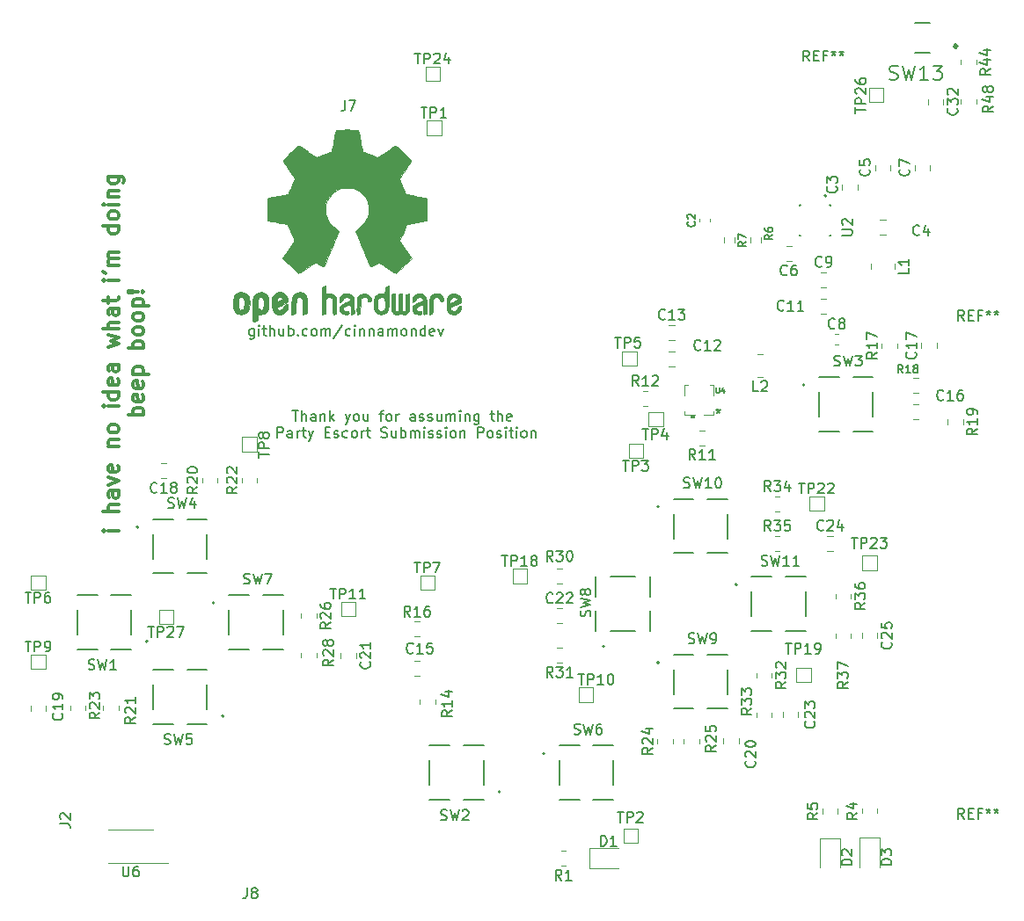
<source format=gbr>
%TF.GenerationSoftware,KiCad,Pcbnew,(6.0.0)*%
%TF.CreationDate,2022-06-01T15:47:08+01:00*%
%TF.ProjectId,CM4Carrier,434d3443-6172-4726-9965-722e6b696361,Rev1-Untested*%
%TF.SameCoordinates,Original*%
%TF.FileFunction,Legend,Top*%
%TF.FilePolarity,Positive*%
%FSLAX46Y46*%
G04 Gerber Fmt 4.6, Leading zero omitted, Abs format (unit mm)*
G04 Created by KiCad (PCBNEW (6.0.0)) date 2022-06-01 15:47:08*
%MOMM*%
%LPD*%
G01*
G04 APERTURE LIST*
%ADD10C,0.300000*%
%ADD11C,0.150000*%
%ADD12C,0.127000*%
%ADD13C,0.120000*%
%ADD14C,0.200000*%
%ADD15C,0.010000*%
%ADD16C,0.100000*%
G04 APERTURE END LIST*
D10*
X117581071Y-105463428D02*
X116581071Y-105463428D01*
X116081071Y-105463428D02*
X116152500Y-105534857D01*
X116223928Y-105463428D01*
X116152500Y-105392000D01*
X116081071Y-105463428D01*
X116223928Y-105463428D01*
X117581071Y-103606285D02*
X116081071Y-103606285D01*
X117581071Y-102963428D02*
X116795357Y-102963428D01*
X116652500Y-103034857D01*
X116581071Y-103177714D01*
X116581071Y-103392000D01*
X116652500Y-103534857D01*
X116723928Y-103606285D01*
X117581071Y-101606285D02*
X116795357Y-101606285D01*
X116652500Y-101677714D01*
X116581071Y-101820571D01*
X116581071Y-102106285D01*
X116652500Y-102249142D01*
X117509642Y-101606285D02*
X117581071Y-101749142D01*
X117581071Y-102106285D01*
X117509642Y-102249142D01*
X117366785Y-102320571D01*
X117223928Y-102320571D01*
X117081071Y-102249142D01*
X117009642Y-102106285D01*
X117009642Y-101749142D01*
X116938214Y-101606285D01*
X116581071Y-101034857D02*
X117581071Y-100677714D01*
X116581071Y-100320571D01*
X117509642Y-99177714D02*
X117581071Y-99320571D01*
X117581071Y-99606285D01*
X117509642Y-99749142D01*
X117366785Y-99820571D01*
X116795357Y-99820571D01*
X116652500Y-99749142D01*
X116581071Y-99606285D01*
X116581071Y-99320571D01*
X116652500Y-99177714D01*
X116795357Y-99106285D01*
X116938214Y-99106285D01*
X117081071Y-99820571D01*
X116581071Y-97320571D02*
X117581071Y-97320571D01*
X116723928Y-97320571D02*
X116652500Y-97249142D01*
X116581071Y-97106285D01*
X116581071Y-96892000D01*
X116652500Y-96749142D01*
X116795357Y-96677714D01*
X117581071Y-96677714D01*
X117581071Y-95749142D02*
X117509642Y-95892000D01*
X117438214Y-95963428D01*
X117295357Y-96034857D01*
X116866785Y-96034857D01*
X116723928Y-95963428D01*
X116652500Y-95892000D01*
X116581071Y-95749142D01*
X116581071Y-95534857D01*
X116652500Y-95392000D01*
X116723928Y-95320571D01*
X116866785Y-95249142D01*
X117295357Y-95249142D01*
X117438214Y-95320571D01*
X117509642Y-95392000D01*
X117581071Y-95534857D01*
X117581071Y-95749142D01*
X117581071Y-93463428D02*
X116581071Y-93463428D01*
X116081071Y-93463428D02*
X116152500Y-93534857D01*
X116223928Y-93463428D01*
X116152500Y-93392000D01*
X116081071Y-93463428D01*
X116223928Y-93463428D01*
X117581071Y-92106285D02*
X116081071Y-92106285D01*
X117509642Y-92106285D02*
X117581071Y-92249142D01*
X117581071Y-92534857D01*
X117509642Y-92677714D01*
X117438214Y-92749142D01*
X117295357Y-92820571D01*
X116866785Y-92820571D01*
X116723928Y-92749142D01*
X116652500Y-92677714D01*
X116581071Y-92534857D01*
X116581071Y-92249142D01*
X116652500Y-92106285D01*
X117509642Y-90820571D02*
X117581071Y-90963428D01*
X117581071Y-91249142D01*
X117509642Y-91392000D01*
X117366785Y-91463428D01*
X116795357Y-91463428D01*
X116652500Y-91392000D01*
X116581071Y-91249142D01*
X116581071Y-90963428D01*
X116652500Y-90820571D01*
X116795357Y-90749142D01*
X116938214Y-90749142D01*
X117081071Y-91463428D01*
X117581071Y-89463428D02*
X116795357Y-89463428D01*
X116652500Y-89534857D01*
X116581071Y-89677714D01*
X116581071Y-89963428D01*
X116652500Y-90106285D01*
X117509642Y-89463428D02*
X117581071Y-89606285D01*
X117581071Y-89963428D01*
X117509642Y-90106285D01*
X117366785Y-90177714D01*
X117223928Y-90177714D01*
X117081071Y-90106285D01*
X117009642Y-89963428D01*
X117009642Y-89606285D01*
X116938214Y-89463428D01*
X116581071Y-87749142D02*
X117581071Y-87463428D01*
X116866785Y-87177714D01*
X117581071Y-86892000D01*
X116581071Y-86606285D01*
X117581071Y-86034857D02*
X116081071Y-86034857D01*
X117581071Y-85392000D02*
X116795357Y-85392000D01*
X116652500Y-85463428D01*
X116581071Y-85606285D01*
X116581071Y-85820571D01*
X116652500Y-85963428D01*
X116723928Y-86034857D01*
X117581071Y-84034857D02*
X116795357Y-84034857D01*
X116652500Y-84106285D01*
X116581071Y-84249142D01*
X116581071Y-84534857D01*
X116652500Y-84677714D01*
X117509642Y-84034857D02*
X117581071Y-84177714D01*
X117581071Y-84534857D01*
X117509642Y-84677714D01*
X117366785Y-84749142D01*
X117223928Y-84749142D01*
X117081071Y-84677714D01*
X117009642Y-84534857D01*
X117009642Y-84177714D01*
X116938214Y-84034857D01*
X116581071Y-83534857D02*
X116581071Y-82963428D01*
X116081071Y-83320571D02*
X117366785Y-83320571D01*
X117509642Y-83249142D01*
X117581071Y-83106285D01*
X117581071Y-82963428D01*
X117581071Y-81320571D02*
X116581071Y-81320571D01*
X116081071Y-81320571D02*
X116152500Y-81392000D01*
X116223928Y-81320571D01*
X116152500Y-81249142D01*
X116081071Y-81320571D01*
X116223928Y-81320571D01*
X116081071Y-80534857D02*
X116366785Y-80677714D01*
X117581071Y-79892000D02*
X116581071Y-79892000D01*
X116723928Y-79892000D02*
X116652500Y-79820571D01*
X116581071Y-79677714D01*
X116581071Y-79463428D01*
X116652500Y-79320571D01*
X116795357Y-79249142D01*
X117581071Y-79249142D01*
X116795357Y-79249142D02*
X116652500Y-79177714D01*
X116581071Y-79034857D01*
X116581071Y-78820571D01*
X116652500Y-78677714D01*
X116795357Y-78606285D01*
X117581071Y-78606285D01*
X117581071Y-76106285D02*
X116081071Y-76106285D01*
X117509642Y-76106285D02*
X117581071Y-76249142D01*
X117581071Y-76534857D01*
X117509642Y-76677714D01*
X117438214Y-76749142D01*
X117295357Y-76820571D01*
X116866785Y-76820571D01*
X116723928Y-76749142D01*
X116652500Y-76677714D01*
X116581071Y-76534857D01*
X116581071Y-76249142D01*
X116652500Y-76106285D01*
X117581071Y-75177714D02*
X117509642Y-75320571D01*
X117438214Y-75392000D01*
X117295357Y-75463428D01*
X116866785Y-75463428D01*
X116723928Y-75392000D01*
X116652500Y-75320571D01*
X116581071Y-75177714D01*
X116581071Y-74963428D01*
X116652500Y-74820571D01*
X116723928Y-74749142D01*
X116866785Y-74677714D01*
X117295357Y-74677714D01*
X117438214Y-74749142D01*
X117509642Y-74820571D01*
X117581071Y-74963428D01*
X117581071Y-75177714D01*
X117581071Y-74034857D02*
X116581071Y-74034857D01*
X116081071Y-74034857D02*
X116152500Y-74106285D01*
X116223928Y-74034857D01*
X116152500Y-73963428D01*
X116081071Y-74034857D01*
X116223928Y-74034857D01*
X116581071Y-73320571D02*
X117581071Y-73320571D01*
X116723928Y-73320571D02*
X116652500Y-73249142D01*
X116581071Y-73106285D01*
X116581071Y-72892000D01*
X116652500Y-72749142D01*
X116795357Y-72677714D01*
X117581071Y-72677714D01*
X116581071Y-71320571D02*
X117795357Y-71320571D01*
X117938214Y-71392000D01*
X118009642Y-71463428D01*
X118081071Y-71606285D01*
X118081071Y-71820571D01*
X118009642Y-71963428D01*
X117509642Y-71320571D02*
X117581071Y-71463428D01*
X117581071Y-71749142D01*
X117509642Y-71892000D01*
X117438214Y-71963428D01*
X117295357Y-72034857D01*
X116866785Y-72034857D01*
X116723928Y-71963428D01*
X116652500Y-71892000D01*
X116581071Y-71749142D01*
X116581071Y-71463428D01*
X116652500Y-71320571D01*
X119996071Y-94320571D02*
X118496071Y-94320571D01*
X119067500Y-94320571D02*
X118996071Y-94177714D01*
X118996071Y-93892000D01*
X119067500Y-93749142D01*
X119138928Y-93677714D01*
X119281785Y-93606285D01*
X119710357Y-93606285D01*
X119853214Y-93677714D01*
X119924642Y-93749142D01*
X119996071Y-93892000D01*
X119996071Y-94177714D01*
X119924642Y-94320571D01*
X119924642Y-92392000D02*
X119996071Y-92534857D01*
X119996071Y-92820571D01*
X119924642Y-92963428D01*
X119781785Y-93034857D01*
X119210357Y-93034857D01*
X119067500Y-92963428D01*
X118996071Y-92820571D01*
X118996071Y-92534857D01*
X119067500Y-92392000D01*
X119210357Y-92320571D01*
X119353214Y-92320571D01*
X119496071Y-93034857D01*
X119924642Y-91106285D02*
X119996071Y-91249142D01*
X119996071Y-91534857D01*
X119924642Y-91677714D01*
X119781785Y-91749142D01*
X119210357Y-91749142D01*
X119067500Y-91677714D01*
X118996071Y-91534857D01*
X118996071Y-91249142D01*
X119067500Y-91106285D01*
X119210357Y-91034857D01*
X119353214Y-91034857D01*
X119496071Y-91749142D01*
X118996071Y-90392000D02*
X120496071Y-90392000D01*
X119067500Y-90392000D02*
X118996071Y-90249142D01*
X118996071Y-89963428D01*
X119067500Y-89820571D01*
X119138928Y-89749142D01*
X119281785Y-89677714D01*
X119710357Y-89677714D01*
X119853214Y-89749142D01*
X119924642Y-89820571D01*
X119996071Y-89963428D01*
X119996071Y-90249142D01*
X119924642Y-90392000D01*
X119996071Y-87892000D02*
X118496071Y-87892000D01*
X119067500Y-87892000D02*
X118996071Y-87749142D01*
X118996071Y-87463428D01*
X119067500Y-87320571D01*
X119138928Y-87249142D01*
X119281785Y-87177714D01*
X119710357Y-87177714D01*
X119853214Y-87249142D01*
X119924642Y-87320571D01*
X119996071Y-87463428D01*
X119996071Y-87749142D01*
X119924642Y-87892000D01*
X119996071Y-86320571D02*
X119924642Y-86463428D01*
X119853214Y-86534857D01*
X119710357Y-86606285D01*
X119281785Y-86606285D01*
X119138928Y-86534857D01*
X119067500Y-86463428D01*
X118996071Y-86320571D01*
X118996071Y-86106285D01*
X119067500Y-85963428D01*
X119138928Y-85892000D01*
X119281785Y-85820571D01*
X119710357Y-85820571D01*
X119853214Y-85892000D01*
X119924642Y-85963428D01*
X119996071Y-86106285D01*
X119996071Y-86320571D01*
X119996071Y-84963428D02*
X119924642Y-85106285D01*
X119853214Y-85177714D01*
X119710357Y-85249142D01*
X119281785Y-85249142D01*
X119138928Y-85177714D01*
X119067500Y-85106285D01*
X118996071Y-84963428D01*
X118996071Y-84749142D01*
X119067500Y-84606285D01*
X119138928Y-84534857D01*
X119281785Y-84463428D01*
X119710357Y-84463428D01*
X119853214Y-84534857D01*
X119924642Y-84606285D01*
X119996071Y-84749142D01*
X119996071Y-84963428D01*
X118996071Y-83820571D02*
X120496071Y-83820571D01*
X119067500Y-83820571D02*
X118996071Y-83677714D01*
X118996071Y-83392000D01*
X119067500Y-83249142D01*
X119138928Y-83177714D01*
X119281785Y-83106285D01*
X119710357Y-83106285D01*
X119853214Y-83177714D01*
X119924642Y-83249142D01*
X119996071Y-83392000D01*
X119996071Y-83677714D01*
X119924642Y-83820571D01*
X119853214Y-82463428D02*
X119924642Y-82392000D01*
X119996071Y-82463428D01*
X119924642Y-82534857D01*
X119853214Y-82463428D01*
X119996071Y-82463428D01*
X119424642Y-82463428D02*
X118567500Y-82534857D01*
X118496071Y-82463428D01*
X118567500Y-82392000D01*
X119424642Y-82463428D01*
X118496071Y-82463428D01*
D11*
X130612666Y-86018714D02*
X130612666Y-86828238D01*
X130565047Y-86923476D01*
X130517428Y-86971095D01*
X130422190Y-87018714D01*
X130279333Y-87018714D01*
X130184095Y-86971095D01*
X130612666Y-86637761D02*
X130517428Y-86685380D01*
X130326952Y-86685380D01*
X130231714Y-86637761D01*
X130184095Y-86590142D01*
X130136476Y-86494904D01*
X130136476Y-86209190D01*
X130184095Y-86113952D01*
X130231714Y-86066333D01*
X130326952Y-86018714D01*
X130517428Y-86018714D01*
X130612666Y-86066333D01*
X131088857Y-86685380D02*
X131088857Y-86018714D01*
X131088857Y-85685380D02*
X131041238Y-85733000D01*
X131088857Y-85780619D01*
X131136476Y-85733000D01*
X131088857Y-85685380D01*
X131088857Y-85780619D01*
X131422190Y-86018714D02*
X131803142Y-86018714D01*
X131565047Y-85685380D02*
X131565047Y-86542523D01*
X131612666Y-86637761D01*
X131707904Y-86685380D01*
X131803142Y-86685380D01*
X132136476Y-86685380D02*
X132136476Y-85685380D01*
X132565047Y-86685380D02*
X132565047Y-86161571D01*
X132517428Y-86066333D01*
X132422190Y-86018714D01*
X132279333Y-86018714D01*
X132184095Y-86066333D01*
X132136476Y-86113952D01*
X133469809Y-86018714D02*
X133469809Y-86685380D01*
X133041238Y-86018714D02*
X133041238Y-86542523D01*
X133088857Y-86637761D01*
X133184095Y-86685380D01*
X133326952Y-86685380D01*
X133422190Y-86637761D01*
X133469809Y-86590142D01*
X133946000Y-86685380D02*
X133946000Y-85685380D01*
X133946000Y-86066333D02*
X134041238Y-86018714D01*
X134231714Y-86018714D01*
X134326952Y-86066333D01*
X134374571Y-86113952D01*
X134422190Y-86209190D01*
X134422190Y-86494904D01*
X134374571Y-86590142D01*
X134326952Y-86637761D01*
X134231714Y-86685380D01*
X134041238Y-86685380D01*
X133946000Y-86637761D01*
X134850761Y-86590142D02*
X134898380Y-86637761D01*
X134850761Y-86685380D01*
X134803142Y-86637761D01*
X134850761Y-86590142D01*
X134850761Y-86685380D01*
X135755523Y-86637761D02*
X135660285Y-86685380D01*
X135469809Y-86685380D01*
X135374571Y-86637761D01*
X135326952Y-86590142D01*
X135279333Y-86494904D01*
X135279333Y-86209190D01*
X135326952Y-86113952D01*
X135374571Y-86066333D01*
X135469809Y-86018714D01*
X135660285Y-86018714D01*
X135755523Y-86066333D01*
X136326952Y-86685380D02*
X136231714Y-86637761D01*
X136184095Y-86590142D01*
X136136476Y-86494904D01*
X136136476Y-86209190D01*
X136184095Y-86113952D01*
X136231714Y-86066333D01*
X136326952Y-86018714D01*
X136469809Y-86018714D01*
X136565047Y-86066333D01*
X136612666Y-86113952D01*
X136660285Y-86209190D01*
X136660285Y-86494904D01*
X136612666Y-86590142D01*
X136565047Y-86637761D01*
X136469809Y-86685380D01*
X136326952Y-86685380D01*
X137088857Y-86685380D02*
X137088857Y-86018714D01*
X137088857Y-86113952D02*
X137136476Y-86066333D01*
X137231714Y-86018714D01*
X137374571Y-86018714D01*
X137469809Y-86066333D01*
X137517428Y-86161571D01*
X137517428Y-86685380D01*
X137517428Y-86161571D02*
X137565047Y-86066333D01*
X137660285Y-86018714D01*
X137803142Y-86018714D01*
X137898380Y-86066333D01*
X137946000Y-86161571D01*
X137946000Y-86685380D01*
X139136476Y-85637761D02*
X138279333Y-86923476D01*
X139898380Y-86637761D02*
X139803142Y-86685380D01*
X139612666Y-86685380D01*
X139517428Y-86637761D01*
X139469809Y-86590142D01*
X139422190Y-86494904D01*
X139422190Y-86209190D01*
X139469809Y-86113952D01*
X139517428Y-86066333D01*
X139612666Y-86018714D01*
X139803142Y-86018714D01*
X139898380Y-86066333D01*
X140326952Y-86685380D02*
X140326952Y-86018714D01*
X140326952Y-85685380D02*
X140279333Y-85733000D01*
X140326952Y-85780619D01*
X140374571Y-85733000D01*
X140326952Y-85685380D01*
X140326952Y-85780619D01*
X140803142Y-86018714D02*
X140803142Y-86685380D01*
X140803142Y-86113952D02*
X140850761Y-86066333D01*
X140946000Y-86018714D01*
X141088857Y-86018714D01*
X141184095Y-86066333D01*
X141231714Y-86161571D01*
X141231714Y-86685380D01*
X141707904Y-86018714D02*
X141707904Y-86685380D01*
X141707904Y-86113952D02*
X141755523Y-86066333D01*
X141850761Y-86018714D01*
X141993619Y-86018714D01*
X142088857Y-86066333D01*
X142136476Y-86161571D01*
X142136476Y-86685380D01*
X143041238Y-86685380D02*
X143041238Y-86161571D01*
X142993619Y-86066333D01*
X142898380Y-86018714D01*
X142707904Y-86018714D01*
X142612666Y-86066333D01*
X143041238Y-86637761D02*
X142946000Y-86685380D01*
X142707904Y-86685380D01*
X142612666Y-86637761D01*
X142565047Y-86542523D01*
X142565047Y-86447285D01*
X142612666Y-86352047D01*
X142707904Y-86304428D01*
X142946000Y-86304428D01*
X143041238Y-86256809D01*
X143517428Y-86685380D02*
X143517428Y-86018714D01*
X143517428Y-86113952D02*
X143565047Y-86066333D01*
X143660285Y-86018714D01*
X143803142Y-86018714D01*
X143898380Y-86066333D01*
X143946000Y-86161571D01*
X143946000Y-86685380D01*
X143946000Y-86161571D02*
X143993619Y-86066333D01*
X144088857Y-86018714D01*
X144231714Y-86018714D01*
X144326952Y-86066333D01*
X144374571Y-86161571D01*
X144374571Y-86685380D01*
X144993619Y-86685380D02*
X144898380Y-86637761D01*
X144850761Y-86590142D01*
X144803142Y-86494904D01*
X144803142Y-86209190D01*
X144850761Y-86113952D01*
X144898380Y-86066333D01*
X144993619Y-86018714D01*
X145136476Y-86018714D01*
X145231714Y-86066333D01*
X145279333Y-86113952D01*
X145326952Y-86209190D01*
X145326952Y-86494904D01*
X145279333Y-86590142D01*
X145231714Y-86637761D01*
X145136476Y-86685380D01*
X144993619Y-86685380D01*
X145755523Y-86018714D02*
X145755523Y-86685380D01*
X145755523Y-86113952D02*
X145803142Y-86066333D01*
X145898380Y-86018714D01*
X146041238Y-86018714D01*
X146136476Y-86066333D01*
X146184095Y-86161571D01*
X146184095Y-86685380D01*
X147088857Y-86685380D02*
X147088857Y-85685380D01*
X147088857Y-86637761D02*
X146993619Y-86685380D01*
X146803142Y-86685380D01*
X146707904Y-86637761D01*
X146660285Y-86590142D01*
X146612666Y-86494904D01*
X146612666Y-86209190D01*
X146660285Y-86113952D01*
X146707904Y-86066333D01*
X146803142Y-86018714D01*
X146993619Y-86018714D01*
X147088857Y-86066333D01*
X147946000Y-86637761D02*
X147850761Y-86685380D01*
X147660285Y-86685380D01*
X147565047Y-86637761D01*
X147517428Y-86542523D01*
X147517428Y-86161571D01*
X147565047Y-86066333D01*
X147660285Y-86018714D01*
X147850761Y-86018714D01*
X147946000Y-86066333D01*
X147993619Y-86161571D01*
X147993619Y-86256809D01*
X147517428Y-86352047D01*
X148326952Y-86018714D02*
X148565047Y-86685380D01*
X148803142Y-86018714D01*
X134311809Y-93897380D02*
X134883238Y-93897380D01*
X134597523Y-94897380D02*
X134597523Y-93897380D01*
X135216571Y-94897380D02*
X135216571Y-93897380D01*
X135645142Y-94897380D02*
X135645142Y-94373571D01*
X135597523Y-94278333D01*
X135502285Y-94230714D01*
X135359428Y-94230714D01*
X135264190Y-94278333D01*
X135216571Y-94325952D01*
X136549904Y-94897380D02*
X136549904Y-94373571D01*
X136502285Y-94278333D01*
X136407047Y-94230714D01*
X136216571Y-94230714D01*
X136121333Y-94278333D01*
X136549904Y-94849761D02*
X136454666Y-94897380D01*
X136216571Y-94897380D01*
X136121333Y-94849761D01*
X136073714Y-94754523D01*
X136073714Y-94659285D01*
X136121333Y-94564047D01*
X136216571Y-94516428D01*
X136454666Y-94516428D01*
X136549904Y-94468809D01*
X137026095Y-94230714D02*
X137026095Y-94897380D01*
X137026095Y-94325952D02*
X137073714Y-94278333D01*
X137168952Y-94230714D01*
X137311809Y-94230714D01*
X137407047Y-94278333D01*
X137454666Y-94373571D01*
X137454666Y-94897380D01*
X137930857Y-94897380D02*
X137930857Y-93897380D01*
X138026095Y-94516428D02*
X138311809Y-94897380D01*
X138311809Y-94230714D02*
X137930857Y-94611666D01*
X139407047Y-94230714D02*
X139645142Y-94897380D01*
X139883238Y-94230714D02*
X139645142Y-94897380D01*
X139549904Y-95135476D01*
X139502285Y-95183095D01*
X139407047Y-95230714D01*
X140407047Y-94897380D02*
X140311809Y-94849761D01*
X140264190Y-94802142D01*
X140216571Y-94706904D01*
X140216571Y-94421190D01*
X140264190Y-94325952D01*
X140311809Y-94278333D01*
X140407047Y-94230714D01*
X140549904Y-94230714D01*
X140645142Y-94278333D01*
X140692761Y-94325952D01*
X140740380Y-94421190D01*
X140740380Y-94706904D01*
X140692761Y-94802142D01*
X140645142Y-94849761D01*
X140549904Y-94897380D01*
X140407047Y-94897380D01*
X141597523Y-94230714D02*
X141597523Y-94897380D01*
X141168952Y-94230714D02*
X141168952Y-94754523D01*
X141216571Y-94849761D01*
X141311809Y-94897380D01*
X141454666Y-94897380D01*
X141549904Y-94849761D01*
X141597523Y-94802142D01*
X142692761Y-94230714D02*
X143073714Y-94230714D01*
X142835619Y-94897380D02*
X142835619Y-94040238D01*
X142883238Y-93945000D01*
X142978476Y-93897380D01*
X143073714Y-93897380D01*
X143549904Y-94897380D02*
X143454666Y-94849761D01*
X143407047Y-94802142D01*
X143359428Y-94706904D01*
X143359428Y-94421190D01*
X143407047Y-94325952D01*
X143454666Y-94278333D01*
X143549904Y-94230714D01*
X143692761Y-94230714D01*
X143788000Y-94278333D01*
X143835619Y-94325952D01*
X143883238Y-94421190D01*
X143883238Y-94706904D01*
X143835619Y-94802142D01*
X143788000Y-94849761D01*
X143692761Y-94897380D01*
X143549904Y-94897380D01*
X144311809Y-94897380D02*
X144311809Y-94230714D01*
X144311809Y-94421190D02*
X144359428Y-94325952D01*
X144407047Y-94278333D01*
X144502285Y-94230714D01*
X144597523Y-94230714D01*
X146121333Y-94897380D02*
X146121333Y-94373571D01*
X146073714Y-94278333D01*
X145978476Y-94230714D01*
X145788000Y-94230714D01*
X145692761Y-94278333D01*
X146121333Y-94849761D02*
X146026095Y-94897380D01*
X145788000Y-94897380D01*
X145692761Y-94849761D01*
X145645142Y-94754523D01*
X145645142Y-94659285D01*
X145692761Y-94564047D01*
X145788000Y-94516428D01*
X146026095Y-94516428D01*
X146121333Y-94468809D01*
X146549904Y-94849761D02*
X146645142Y-94897380D01*
X146835619Y-94897380D01*
X146930857Y-94849761D01*
X146978476Y-94754523D01*
X146978476Y-94706904D01*
X146930857Y-94611666D01*
X146835619Y-94564047D01*
X146692761Y-94564047D01*
X146597523Y-94516428D01*
X146549904Y-94421190D01*
X146549904Y-94373571D01*
X146597523Y-94278333D01*
X146692761Y-94230714D01*
X146835619Y-94230714D01*
X146930857Y-94278333D01*
X147359428Y-94849761D02*
X147454666Y-94897380D01*
X147645142Y-94897380D01*
X147740380Y-94849761D01*
X147788000Y-94754523D01*
X147788000Y-94706904D01*
X147740380Y-94611666D01*
X147645142Y-94564047D01*
X147502285Y-94564047D01*
X147407047Y-94516428D01*
X147359428Y-94421190D01*
X147359428Y-94373571D01*
X147407047Y-94278333D01*
X147502285Y-94230714D01*
X147645142Y-94230714D01*
X147740380Y-94278333D01*
X148645142Y-94230714D02*
X148645142Y-94897380D01*
X148216571Y-94230714D02*
X148216571Y-94754523D01*
X148264190Y-94849761D01*
X148359428Y-94897380D01*
X148502285Y-94897380D01*
X148597523Y-94849761D01*
X148645142Y-94802142D01*
X149121333Y-94897380D02*
X149121333Y-94230714D01*
X149121333Y-94325952D02*
X149168952Y-94278333D01*
X149264190Y-94230714D01*
X149407047Y-94230714D01*
X149502285Y-94278333D01*
X149549904Y-94373571D01*
X149549904Y-94897380D01*
X149549904Y-94373571D02*
X149597523Y-94278333D01*
X149692761Y-94230714D01*
X149835619Y-94230714D01*
X149930857Y-94278333D01*
X149978476Y-94373571D01*
X149978476Y-94897380D01*
X150454666Y-94897380D02*
X150454666Y-94230714D01*
X150454666Y-93897380D02*
X150407047Y-93945000D01*
X150454666Y-93992619D01*
X150502285Y-93945000D01*
X150454666Y-93897380D01*
X150454666Y-93992619D01*
X150930857Y-94230714D02*
X150930857Y-94897380D01*
X150930857Y-94325952D02*
X150978476Y-94278333D01*
X151073714Y-94230714D01*
X151216571Y-94230714D01*
X151311809Y-94278333D01*
X151359428Y-94373571D01*
X151359428Y-94897380D01*
X152264190Y-94230714D02*
X152264190Y-95040238D01*
X152216571Y-95135476D01*
X152168952Y-95183095D01*
X152073714Y-95230714D01*
X151930857Y-95230714D01*
X151835619Y-95183095D01*
X152264190Y-94849761D02*
X152168952Y-94897380D01*
X151978476Y-94897380D01*
X151883238Y-94849761D01*
X151835619Y-94802142D01*
X151788000Y-94706904D01*
X151788000Y-94421190D01*
X151835619Y-94325952D01*
X151883238Y-94278333D01*
X151978476Y-94230714D01*
X152168952Y-94230714D01*
X152264190Y-94278333D01*
X153359428Y-94230714D02*
X153740380Y-94230714D01*
X153502285Y-93897380D02*
X153502285Y-94754523D01*
X153549904Y-94849761D01*
X153645142Y-94897380D01*
X153740380Y-94897380D01*
X154073714Y-94897380D02*
X154073714Y-93897380D01*
X154502285Y-94897380D02*
X154502285Y-94373571D01*
X154454666Y-94278333D01*
X154359428Y-94230714D01*
X154216571Y-94230714D01*
X154121333Y-94278333D01*
X154073714Y-94325952D01*
X155359428Y-94849761D02*
X155264190Y-94897380D01*
X155073714Y-94897380D01*
X154978476Y-94849761D01*
X154930857Y-94754523D01*
X154930857Y-94373571D01*
X154978476Y-94278333D01*
X155073714Y-94230714D01*
X155264190Y-94230714D01*
X155359428Y-94278333D01*
X155407047Y-94373571D01*
X155407047Y-94468809D01*
X154930857Y-94564047D01*
X132859428Y-96507380D02*
X132859428Y-95507380D01*
X133240380Y-95507380D01*
X133335619Y-95555000D01*
X133383238Y-95602619D01*
X133430857Y-95697857D01*
X133430857Y-95840714D01*
X133383238Y-95935952D01*
X133335619Y-95983571D01*
X133240380Y-96031190D01*
X132859428Y-96031190D01*
X134288000Y-96507380D02*
X134288000Y-95983571D01*
X134240380Y-95888333D01*
X134145142Y-95840714D01*
X133954666Y-95840714D01*
X133859428Y-95888333D01*
X134288000Y-96459761D02*
X134192761Y-96507380D01*
X133954666Y-96507380D01*
X133859428Y-96459761D01*
X133811809Y-96364523D01*
X133811809Y-96269285D01*
X133859428Y-96174047D01*
X133954666Y-96126428D01*
X134192761Y-96126428D01*
X134288000Y-96078809D01*
X134764190Y-96507380D02*
X134764190Y-95840714D01*
X134764190Y-96031190D02*
X134811809Y-95935952D01*
X134859428Y-95888333D01*
X134954666Y-95840714D01*
X135049904Y-95840714D01*
X135240380Y-95840714D02*
X135621333Y-95840714D01*
X135383238Y-95507380D02*
X135383238Y-96364523D01*
X135430857Y-96459761D01*
X135526095Y-96507380D01*
X135621333Y-96507380D01*
X135859428Y-95840714D02*
X136097523Y-96507380D01*
X136335619Y-95840714D02*
X136097523Y-96507380D01*
X136002285Y-96745476D01*
X135954666Y-96793095D01*
X135859428Y-96840714D01*
X137478476Y-95983571D02*
X137811809Y-95983571D01*
X137954666Y-96507380D02*
X137478476Y-96507380D01*
X137478476Y-95507380D01*
X137954666Y-95507380D01*
X138335619Y-96459761D02*
X138430857Y-96507380D01*
X138621333Y-96507380D01*
X138716571Y-96459761D01*
X138764190Y-96364523D01*
X138764190Y-96316904D01*
X138716571Y-96221666D01*
X138621333Y-96174047D01*
X138478476Y-96174047D01*
X138383238Y-96126428D01*
X138335619Y-96031190D01*
X138335619Y-95983571D01*
X138383238Y-95888333D01*
X138478476Y-95840714D01*
X138621333Y-95840714D01*
X138716571Y-95888333D01*
X139621333Y-96459761D02*
X139526095Y-96507380D01*
X139335619Y-96507380D01*
X139240380Y-96459761D01*
X139192761Y-96412142D01*
X139145142Y-96316904D01*
X139145142Y-96031190D01*
X139192761Y-95935952D01*
X139240380Y-95888333D01*
X139335619Y-95840714D01*
X139526095Y-95840714D01*
X139621333Y-95888333D01*
X140192761Y-96507380D02*
X140097523Y-96459761D01*
X140049904Y-96412142D01*
X140002285Y-96316904D01*
X140002285Y-96031190D01*
X140049904Y-95935952D01*
X140097523Y-95888333D01*
X140192761Y-95840714D01*
X140335619Y-95840714D01*
X140430857Y-95888333D01*
X140478476Y-95935952D01*
X140526095Y-96031190D01*
X140526095Y-96316904D01*
X140478476Y-96412142D01*
X140430857Y-96459761D01*
X140335619Y-96507380D01*
X140192761Y-96507380D01*
X140954666Y-96507380D02*
X140954666Y-95840714D01*
X140954666Y-96031190D02*
X141002285Y-95935952D01*
X141049904Y-95888333D01*
X141145142Y-95840714D01*
X141240380Y-95840714D01*
X141430857Y-95840714D02*
X141811809Y-95840714D01*
X141573714Y-95507380D02*
X141573714Y-96364523D01*
X141621333Y-96459761D01*
X141716571Y-96507380D01*
X141811809Y-96507380D01*
X142859428Y-96459761D02*
X143002285Y-96507380D01*
X143240380Y-96507380D01*
X143335619Y-96459761D01*
X143383238Y-96412142D01*
X143430857Y-96316904D01*
X143430857Y-96221666D01*
X143383238Y-96126428D01*
X143335619Y-96078809D01*
X143240380Y-96031190D01*
X143049904Y-95983571D01*
X142954666Y-95935952D01*
X142907047Y-95888333D01*
X142859428Y-95793095D01*
X142859428Y-95697857D01*
X142907047Y-95602619D01*
X142954666Y-95555000D01*
X143049904Y-95507380D01*
X143288000Y-95507380D01*
X143430857Y-95555000D01*
X144288000Y-95840714D02*
X144288000Y-96507380D01*
X143859428Y-95840714D02*
X143859428Y-96364523D01*
X143907047Y-96459761D01*
X144002285Y-96507380D01*
X144145142Y-96507380D01*
X144240380Y-96459761D01*
X144288000Y-96412142D01*
X144764190Y-96507380D02*
X144764190Y-95507380D01*
X144764190Y-95888333D02*
X144859428Y-95840714D01*
X145049904Y-95840714D01*
X145145142Y-95888333D01*
X145192761Y-95935952D01*
X145240380Y-96031190D01*
X145240380Y-96316904D01*
X145192761Y-96412142D01*
X145145142Y-96459761D01*
X145049904Y-96507380D01*
X144859428Y-96507380D01*
X144764190Y-96459761D01*
X145668952Y-96507380D02*
X145668952Y-95840714D01*
X145668952Y-95935952D02*
X145716571Y-95888333D01*
X145811809Y-95840714D01*
X145954666Y-95840714D01*
X146049904Y-95888333D01*
X146097523Y-95983571D01*
X146097523Y-96507380D01*
X146097523Y-95983571D02*
X146145142Y-95888333D01*
X146240380Y-95840714D01*
X146383238Y-95840714D01*
X146478476Y-95888333D01*
X146526095Y-95983571D01*
X146526095Y-96507380D01*
X147002285Y-96507380D02*
X147002285Y-95840714D01*
X147002285Y-95507380D02*
X146954666Y-95555000D01*
X147002285Y-95602619D01*
X147049904Y-95555000D01*
X147002285Y-95507380D01*
X147002285Y-95602619D01*
X147430857Y-96459761D02*
X147526095Y-96507380D01*
X147716571Y-96507380D01*
X147811809Y-96459761D01*
X147859428Y-96364523D01*
X147859428Y-96316904D01*
X147811809Y-96221666D01*
X147716571Y-96174047D01*
X147573714Y-96174047D01*
X147478476Y-96126428D01*
X147430857Y-96031190D01*
X147430857Y-95983571D01*
X147478476Y-95888333D01*
X147573714Y-95840714D01*
X147716571Y-95840714D01*
X147811809Y-95888333D01*
X148240380Y-96459761D02*
X148335619Y-96507380D01*
X148526095Y-96507380D01*
X148621333Y-96459761D01*
X148668952Y-96364523D01*
X148668952Y-96316904D01*
X148621333Y-96221666D01*
X148526095Y-96174047D01*
X148383238Y-96174047D01*
X148288000Y-96126428D01*
X148240380Y-96031190D01*
X148240380Y-95983571D01*
X148288000Y-95888333D01*
X148383238Y-95840714D01*
X148526095Y-95840714D01*
X148621333Y-95888333D01*
X149097523Y-96507380D02*
X149097523Y-95840714D01*
X149097523Y-95507380D02*
X149049904Y-95555000D01*
X149097523Y-95602619D01*
X149145142Y-95555000D01*
X149097523Y-95507380D01*
X149097523Y-95602619D01*
X149716571Y-96507380D02*
X149621333Y-96459761D01*
X149573714Y-96412142D01*
X149526095Y-96316904D01*
X149526095Y-96031190D01*
X149573714Y-95935952D01*
X149621333Y-95888333D01*
X149716571Y-95840714D01*
X149859428Y-95840714D01*
X149954666Y-95888333D01*
X150002285Y-95935952D01*
X150049904Y-96031190D01*
X150049904Y-96316904D01*
X150002285Y-96412142D01*
X149954666Y-96459761D01*
X149859428Y-96507380D01*
X149716571Y-96507380D01*
X150478476Y-95840714D02*
X150478476Y-96507380D01*
X150478476Y-95935952D02*
X150526095Y-95888333D01*
X150621333Y-95840714D01*
X150764190Y-95840714D01*
X150859428Y-95888333D01*
X150907047Y-95983571D01*
X150907047Y-96507380D01*
X152145142Y-96507380D02*
X152145142Y-95507380D01*
X152526095Y-95507380D01*
X152621333Y-95555000D01*
X152668952Y-95602619D01*
X152716571Y-95697857D01*
X152716571Y-95840714D01*
X152668952Y-95935952D01*
X152621333Y-95983571D01*
X152526095Y-96031190D01*
X152145142Y-96031190D01*
X153288000Y-96507380D02*
X153192761Y-96459761D01*
X153145142Y-96412142D01*
X153097523Y-96316904D01*
X153097523Y-96031190D01*
X153145142Y-95935952D01*
X153192761Y-95888333D01*
X153288000Y-95840714D01*
X153430857Y-95840714D01*
X153526095Y-95888333D01*
X153573714Y-95935952D01*
X153621333Y-96031190D01*
X153621333Y-96316904D01*
X153573714Y-96412142D01*
X153526095Y-96459761D01*
X153430857Y-96507380D01*
X153288000Y-96507380D01*
X154002285Y-96459761D02*
X154097523Y-96507380D01*
X154288000Y-96507380D01*
X154383238Y-96459761D01*
X154430857Y-96364523D01*
X154430857Y-96316904D01*
X154383238Y-96221666D01*
X154288000Y-96174047D01*
X154145142Y-96174047D01*
X154049904Y-96126428D01*
X154002285Y-96031190D01*
X154002285Y-95983571D01*
X154049904Y-95888333D01*
X154145142Y-95840714D01*
X154288000Y-95840714D01*
X154383238Y-95888333D01*
X154859428Y-96507380D02*
X154859428Y-95840714D01*
X154859428Y-95507380D02*
X154811809Y-95555000D01*
X154859428Y-95602619D01*
X154907047Y-95555000D01*
X154859428Y-95507380D01*
X154859428Y-95602619D01*
X155192761Y-95840714D02*
X155573714Y-95840714D01*
X155335619Y-95507380D02*
X155335619Y-96364523D01*
X155383238Y-96459761D01*
X155478476Y-96507380D01*
X155573714Y-96507380D01*
X155907047Y-96507380D02*
X155907047Y-95840714D01*
X155907047Y-95507380D02*
X155859428Y-95555000D01*
X155907047Y-95602619D01*
X155954666Y-95555000D01*
X155907047Y-95507380D01*
X155907047Y-95602619D01*
X156526095Y-96507380D02*
X156430857Y-96459761D01*
X156383238Y-96412142D01*
X156335619Y-96316904D01*
X156335619Y-96031190D01*
X156383238Y-95935952D01*
X156430857Y-95888333D01*
X156526095Y-95840714D01*
X156668952Y-95840714D01*
X156764190Y-95888333D01*
X156811809Y-95935952D01*
X156859428Y-96031190D01*
X156859428Y-96316904D01*
X156811809Y-96412142D01*
X156764190Y-96459761D01*
X156668952Y-96507380D01*
X156526095Y-96507380D01*
X157288000Y-95840714D02*
X157288000Y-96507380D01*
X157288000Y-95935952D02*
X157335619Y-95888333D01*
X157430857Y-95840714D01*
X157573714Y-95840714D01*
X157668952Y-95888333D01*
X157716571Y-95983571D01*
X157716571Y-96507380D01*
%TO.C,REF\u002A\u002A*%
X198963666Y-133214380D02*
X198630333Y-132738190D01*
X198392238Y-133214380D02*
X198392238Y-132214380D01*
X198773190Y-132214380D01*
X198868428Y-132262000D01*
X198916047Y-132309619D01*
X198963666Y-132404857D01*
X198963666Y-132547714D01*
X198916047Y-132642952D01*
X198868428Y-132690571D01*
X198773190Y-132738190D01*
X198392238Y-132738190D01*
X199392238Y-132690571D02*
X199725571Y-132690571D01*
X199868428Y-133214380D02*
X199392238Y-133214380D01*
X199392238Y-132214380D01*
X199868428Y-132214380D01*
X200630333Y-132690571D02*
X200297000Y-132690571D01*
X200297000Y-133214380D02*
X200297000Y-132214380D01*
X200773190Y-132214380D01*
X201297000Y-132214380D02*
X201297000Y-132452476D01*
X201058904Y-132357238D02*
X201297000Y-132452476D01*
X201535095Y-132357238D01*
X201154142Y-132642952D02*
X201297000Y-132452476D01*
X201439857Y-132642952D01*
X202058904Y-132214380D02*
X202058904Y-132452476D01*
X201820809Y-132357238D02*
X202058904Y-132452476D01*
X202297000Y-132357238D01*
X201916047Y-132642952D02*
X202058904Y-132452476D01*
X202201761Y-132642952D01*
%TO.C,D1*%
X163980904Y-135835380D02*
X163980904Y-134835380D01*
X164219000Y-134835380D01*
X164361857Y-134883000D01*
X164457095Y-134978238D01*
X164504714Y-135073476D01*
X164552333Y-135263952D01*
X164552333Y-135406809D01*
X164504714Y-135597285D01*
X164457095Y-135692523D01*
X164361857Y-135787761D01*
X164219000Y-135835380D01*
X163980904Y-135835380D01*
X165504714Y-135835380D02*
X164933285Y-135835380D01*
X165219000Y-135835380D02*
X165219000Y-134835380D01*
X165123761Y-134978238D01*
X165028523Y-135073476D01*
X164933285Y-135121095D01*
%TO.C,R22*%
X128977380Y-101242857D02*
X128501190Y-101576190D01*
X128977380Y-101814285D02*
X127977380Y-101814285D01*
X127977380Y-101433333D01*
X128025000Y-101338095D01*
X128072619Y-101290476D01*
X128167857Y-101242857D01*
X128310714Y-101242857D01*
X128405952Y-101290476D01*
X128453571Y-101338095D01*
X128501190Y-101433333D01*
X128501190Y-101814285D01*
X128072619Y-100861904D02*
X128025000Y-100814285D01*
X127977380Y-100719047D01*
X127977380Y-100480952D01*
X128025000Y-100385714D01*
X128072619Y-100338095D01*
X128167857Y-100290476D01*
X128263095Y-100290476D01*
X128405952Y-100338095D01*
X128977380Y-100909523D01*
X128977380Y-100290476D01*
X128072619Y-99909523D02*
X128025000Y-99861904D01*
X127977380Y-99766666D01*
X127977380Y-99528571D01*
X128025000Y-99433333D01*
X128072619Y-99385714D01*
X128167857Y-99338095D01*
X128263095Y-99338095D01*
X128405952Y-99385714D01*
X128977380Y-99957142D01*
X128977380Y-99338095D01*
%TO.C,TP26*%
X188504380Y-65238095D02*
X188504380Y-64666666D01*
X189504380Y-64952380D02*
X188504380Y-64952380D01*
X189504380Y-64333333D02*
X188504380Y-64333333D01*
X188504380Y-63952380D01*
X188552000Y-63857142D01*
X188599619Y-63809523D01*
X188694857Y-63761904D01*
X188837714Y-63761904D01*
X188932952Y-63809523D01*
X188980571Y-63857142D01*
X189028190Y-63952380D01*
X189028190Y-64333333D01*
X188599619Y-63380952D02*
X188552000Y-63333333D01*
X188504380Y-63238095D01*
X188504380Y-63000000D01*
X188552000Y-62904761D01*
X188599619Y-62857142D01*
X188694857Y-62809523D01*
X188790095Y-62809523D01*
X188932952Y-62857142D01*
X189504380Y-63428571D01*
X189504380Y-62809523D01*
X188504380Y-61952380D02*
X188504380Y-62142857D01*
X188552000Y-62238095D01*
X188599619Y-62285714D01*
X188742476Y-62380952D01*
X188932952Y-62428571D01*
X189313904Y-62428571D01*
X189409142Y-62380952D01*
X189456761Y-62333333D01*
X189504380Y-62238095D01*
X189504380Y-62047619D01*
X189456761Y-61952380D01*
X189409142Y-61904761D01*
X189313904Y-61857142D01*
X189075809Y-61857142D01*
X188980571Y-61904761D01*
X188932952Y-61952380D01*
X188885333Y-62047619D01*
X188885333Y-62238095D01*
X188932952Y-62333333D01*
X188980571Y-62380952D01*
X189075809Y-62428571D01*
%TO.C,SW9*%
X172441674Y-116289689D02*
X172584531Y-116337308D01*
X172822627Y-116337308D01*
X172917865Y-116289689D01*
X172965484Y-116242070D01*
X173013103Y-116146832D01*
X173013103Y-116051594D01*
X172965484Y-115956356D01*
X172917865Y-115908737D01*
X172822627Y-115861118D01*
X172632150Y-115813499D01*
X172536912Y-115765880D01*
X172489293Y-115718261D01*
X172441674Y-115623023D01*
X172441674Y-115527785D01*
X172489293Y-115432547D01*
X172536912Y-115384928D01*
X172632150Y-115337308D01*
X172870246Y-115337308D01*
X173013103Y-115384928D01*
X173346436Y-115337308D02*
X173584531Y-116337308D01*
X173775008Y-115623023D01*
X173965484Y-116337308D01*
X174203579Y-115337308D01*
X174632150Y-116337308D02*
X174822627Y-116337308D01*
X174917865Y-116289689D01*
X174965484Y-116242070D01*
X175060722Y-116099213D01*
X175108341Y-115908737D01*
X175108341Y-115527785D01*
X175060722Y-115432547D01*
X175013103Y-115384928D01*
X174917865Y-115337308D01*
X174727388Y-115337308D01*
X174632150Y-115384928D01*
X174584531Y-115432547D01*
X174536912Y-115527785D01*
X174536912Y-115765880D01*
X174584531Y-115861118D01*
X174632150Y-115908737D01*
X174727388Y-115956356D01*
X174917865Y-115956356D01*
X175013103Y-115908737D01*
X175060722Y-115861118D01*
X175108341Y-115765880D01*
%TO.C,R1*%
X160218333Y-139135380D02*
X159885000Y-138659190D01*
X159646904Y-139135380D02*
X159646904Y-138135380D01*
X160027857Y-138135380D01*
X160123095Y-138183000D01*
X160170714Y-138230619D01*
X160218333Y-138325857D01*
X160218333Y-138468714D01*
X160170714Y-138563952D01*
X160123095Y-138611571D01*
X160027857Y-138659190D01*
X159646904Y-138659190D01*
X161170714Y-139135380D02*
X160599285Y-139135380D01*
X160885000Y-139135380D02*
X160885000Y-138135380D01*
X160789761Y-138278238D01*
X160694523Y-138373476D01*
X160599285Y-138421095D01*
%TO.C,C4*%
X194651333Y-76938142D02*
X194603714Y-76985761D01*
X194460857Y-77033380D01*
X194365619Y-77033380D01*
X194222761Y-76985761D01*
X194127523Y-76890523D01*
X194079904Y-76795285D01*
X194032285Y-76604809D01*
X194032285Y-76461952D01*
X194079904Y-76271476D01*
X194127523Y-76176238D01*
X194222761Y-76081000D01*
X194365619Y-76033380D01*
X194460857Y-76033380D01*
X194603714Y-76081000D01*
X194651333Y-76128619D01*
X195508476Y-76366714D02*
X195508476Y-77033380D01*
X195270380Y-75985761D02*
X195032285Y-76700047D01*
X195651333Y-76700047D01*
%TO.C,R48*%
X201747380Y-64550793D02*
X201271190Y-64884126D01*
X201747380Y-65122221D02*
X200747380Y-65122221D01*
X200747380Y-64741269D01*
X200795000Y-64646031D01*
X200842619Y-64598412D01*
X200937857Y-64550793D01*
X201080714Y-64550793D01*
X201175952Y-64598412D01*
X201223571Y-64646031D01*
X201271190Y-64741269D01*
X201271190Y-65122221D01*
X201080714Y-63693650D02*
X201747380Y-63693650D01*
X200699761Y-63931745D02*
X201414047Y-64169840D01*
X201414047Y-63550793D01*
X201175952Y-63026983D02*
X201128333Y-63122221D01*
X201080714Y-63169840D01*
X200985476Y-63217459D01*
X200937857Y-63217459D01*
X200842619Y-63169840D01*
X200795000Y-63122221D01*
X200747380Y-63026983D01*
X200747380Y-62836507D01*
X200795000Y-62741269D01*
X200842619Y-62693650D01*
X200937857Y-62646031D01*
X200985476Y-62646031D01*
X201080714Y-62693650D01*
X201128333Y-62741269D01*
X201175952Y-62836507D01*
X201175952Y-63026983D01*
X201223571Y-63122221D01*
X201271190Y-63169840D01*
X201366428Y-63217459D01*
X201556904Y-63217459D01*
X201652142Y-63169840D01*
X201699761Y-63122221D01*
X201747380Y-63026983D01*
X201747380Y-62836507D01*
X201699761Y-62741269D01*
X201652142Y-62693650D01*
X201556904Y-62646031D01*
X201366428Y-62646031D01*
X201271190Y-62693650D01*
X201223571Y-62741269D01*
X201175952Y-62836507D01*
%TO.C,TP5*%
X165362095Y-86828380D02*
X165933523Y-86828380D01*
X165647809Y-87828380D02*
X165647809Y-86828380D01*
X166266857Y-87828380D02*
X166266857Y-86828380D01*
X166647809Y-86828380D01*
X166743047Y-86876000D01*
X166790666Y-86923619D01*
X166838285Y-87018857D01*
X166838285Y-87161714D01*
X166790666Y-87256952D01*
X166743047Y-87304571D01*
X166647809Y-87352190D01*
X166266857Y-87352190D01*
X167743047Y-86828380D02*
X167266857Y-86828380D01*
X167219238Y-87304571D01*
X167266857Y-87256952D01*
X167362095Y-87209333D01*
X167600190Y-87209333D01*
X167695428Y-87256952D01*
X167743047Y-87304571D01*
X167790666Y-87399809D01*
X167790666Y-87637904D01*
X167743047Y-87733142D01*
X167695428Y-87780761D01*
X167600190Y-87828380D01*
X167362095Y-87828380D01*
X167266857Y-87780761D01*
X167219238Y-87733142D01*
%TO.C,L1*%
X193637380Y-80176666D02*
X193637380Y-80652857D01*
X192637380Y-80652857D01*
X193637380Y-79319523D02*
X193637380Y-79890952D01*
X193637380Y-79605238D02*
X192637380Y-79605238D01*
X192780238Y-79700476D01*
X192875476Y-79795714D01*
X192923095Y-79890952D01*
%TO.C,C19*%
X112117142Y-123070857D02*
X112164761Y-123118476D01*
X112212380Y-123261333D01*
X112212380Y-123356571D01*
X112164761Y-123499428D01*
X112069523Y-123594666D01*
X111974285Y-123642285D01*
X111783809Y-123689904D01*
X111640952Y-123689904D01*
X111450476Y-123642285D01*
X111355238Y-123594666D01*
X111260000Y-123499428D01*
X111212380Y-123356571D01*
X111212380Y-123261333D01*
X111260000Y-123118476D01*
X111307619Y-123070857D01*
X112212380Y-122118476D02*
X112212380Y-122689904D01*
X112212380Y-122404190D02*
X111212380Y-122404190D01*
X111355238Y-122499428D01*
X111450476Y-122594666D01*
X111498095Y-122689904D01*
X112212380Y-121642285D02*
X112212380Y-121451809D01*
X112164761Y-121356571D01*
X112117142Y-121308952D01*
X111974285Y-121213714D01*
X111783809Y-121166095D01*
X111402857Y-121166095D01*
X111307619Y-121213714D01*
X111260000Y-121261333D01*
X111212380Y-121356571D01*
X111212380Y-121547047D01*
X111260000Y-121642285D01*
X111307619Y-121689904D01*
X111402857Y-121737523D01*
X111640952Y-121737523D01*
X111736190Y-121689904D01*
X111783809Y-121642285D01*
X111831428Y-121547047D01*
X111831428Y-121356571D01*
X111783809Y-121261333D01*
X111736190Y-121213714D01*
X111640952Y-121166095D01*
%TO.C,R4*%
X188667380Y-132636666D02*
X188191190Y-132970000D01*
X188667380Y-133208095D02*
X187667380Y-133208095D01*
X187667380Y-132827142D01*
X187715000Y-132731904D01*
X187762619Y-132684285D01*
X187857857Y-132636666D01*
X188000714Y-132636666D01*
X188095952Y-132684285D01*
X188143571Y-132731904D01*
X188191190Y-132827142D01*
X188191190Y-133208095D01*
X188000714Y-131779523D02*
X188667380Y-131779523D01*
X187619761Y-132017619D02*
X188334047Y-132255714D01*
X188334047Y-131636666D01*
%TO.C,R12*%
X167632142Y-91512380D02*
X167298809Y-91036190D01*
X167060714Y-91512380D02*
X167060714Y-90512380D01*
X167441666Y-90512380D01*
X167536904Y-90560000D01*
X167584523Y-90607619D01*
X167632142Y-90702857D01*
X167632142Y-90845714D01*
X167584523Y-90940952D01*
X167536904Y-90988571D01*
X167441666Y-91036190D01*
X167060714Y-91036190D01*
X168584523Y-91512380D02*
X168013095Y-91512380D01*
X168298809Y-91512380D02*
X168298809Y-90512380D01*
X168203571Y-90655238D01*
X168108333Y-90750476D01*
X168013095Y-90798095D01*
X168965476Y-90607619D02*
X169013095Y-90560000D01*
X169108333Y-90512380D01*
X169346428Y-90512380D01*
X169441666Y-90560000D01*
X169489285Y-90607619D01*
X169536904Y-90702857D01*
X169536904Y-90798095D01*
X169489285Y-90940952D01*
X168917857Y-91512380D01*
X169536904Y-91512380D01*
%TO.C,U2*%
X187209871Y-77001904D02*
X188019395Y-77001904D01*
X188114633Y-76954285D01*
X188162252Y-76906666D01*
X188209871Y-76811428D01*
X188209871Y-76620952D01*
X188162252Y-76525714D01*
X188114633Y-76478095D01*
X188019395Y-76430476D01*
X187209871Y-76430476D01*
X187305110Y-76001904D02*
X187257491Y-75954285D01*
X187209871Y-75859047D01*
X187209871Y-75620952D01*
X187257491Y-75525714D01*
X187305110Y-75478095D01*
X187400348Y-75430476D01*
X187495586Y-75430476D01*
X187638443Y-75478095D01*
X188209871Y-76049523D01*
X188209871Y-75430476D01*
%TO.C,R34*%
X180332142Y-101672380D02*
X179998809Y-101196190D01*
X179760714Y-101672380D02*
X179760714Y-100672380D01*
X180141666Y-100672380D01*
X180236904Y-100720000D01*
X180284523Y-100767619D01*
X180332142Y-100862857D01*
X180332142Y-101005714D01*
X180284523Y-101100952D01*
X180236904Y-101148571D01*
X180141666Y-101196190D01*
X179760714Y-101196190D01*
X180665476Y-100672380D02*
X181284523Y-100672380D01*
X180951190Y-101053333D01*
X181094047Y-101053333D01*
X181189285Y-101100952D01*
X181236904Y-101148571D01*
X181284523Y-101243809D01*
X181284523Y-101481904D01*
X181236904Y-101577142D01*
X181189285Y-101624761D01*
X181094047Y-101672380D01*
X180808333Y-101672380D01*
X180713095Y-101624761D01*
X180665476Y-101577142D01*
X182141666Y-101005714D02*
X182141666Y-101672380D01*
X181903571Y-100624761D02*
X181665476Y-101339047D01*
X182284523Y-101339047D01*
%TO.C,TP7*%
X146058095Y-108494380D02*
X146629523Y-108494380D01*
X146343809Y-109494380D02*
X146343809Y-108494380D01*
X146962857Y-109494380D02*
X146962857Y-108494380D01*
X147343809Y-108494380D01*
X147439047Y-108542000D01*
X147486666Y-108589619D01*
X147534285Y-108684857D01*
X147534285Y-108827714D01*
X147486666Y-108922952D01*
X147439047Y-108970571D01*
X147343809Y-109018190D01*
X146962857Y-109018190D01*
X147867619Y-108494380D02*
X148534285Y-108494380D01*
X148105714Y-109494380D01*
%TO.C,C3*%
X186637142Y-72302666D02*
X186684761Y-72350285D01*
X186732380Y-72493142D01*
X186732380Y-72588380D01*
X186684761Y-72731238D01*
X186589523Y-72826476D01*
X186494285Y-72874095D01*
X186303809Y-72921714D01*
X186160952Y-72921714D01*
X185970476Y-72874095D01*
X185875238Y-72826476D01*
X185780000Y-72731238D01*
X185732380Y-72588380D01*
X185732380Y-72493142D01*
X185780000Y-72350285D01*
X185827619Y-72302666D01*
X185732380Y-71969333D02*
X185732380Y-71350285D01*
X186113333Y-71683619D01*
X186113333Y-71540761D01*
X186160952Y-71445523D01*
X186208571Y-71397904D01*
X186303809Y-71350285D01*
X186541904Y-71350285D01*
X186637142Y-71397904D01*
X186684761Y-71445523D01*
X186732380Y-71540761D01*
X186732380Y-71826476D01*
X186684761Y-71921714D01*
X186637142Y-71969333D01*
%TO.C,C22*%
X159377142Y-112342142D02*
X159329523Y-112389761D01*
X159186666Y-112437380D01*
X159091428Y-112437380D01*
X158948571Y-112389761D01*
X158853333Y-112294523D01*
X158805714Y-112199285D01*
X158758095Y-112008809D01*
X158758095Y-111865952D01*
X158805714Y-111675476D01*
X158853333Y-111580238D01*
X158948571Y-111485000D01*
X159091428Y-111437380D01*
X159186666Y-111437380D01*
X159329523Y-111485000D01*
X159377142Y-111532619D01*
X159758095Y-111532619D02*
X159805714Y-111485000D01*
X159900952Y-111437380D01*
X160139047Y-111437380D01*
X160234285Y-111485000D01*
X160281904Y-111532619D01*
X160329523Y-111627857D01*
X160329523Y-111723095D01*
X160281904Y-111865952D01*
X159710476Y-112437380D01*
X160329523Y-112437380D01*
X160710476Y-111532619D02*
X160758095Y-111485000D01*
X160853333Y-111437380D01*
X161091428Y-111437380D01*
X161186666Y-111485000D01*
X161234285Y-111532619D01*
X161281904Y-111627857D01*
X161281904Y-111723095D01*
X161234285Y-111865952D01*
X160662857Y-112437380D01*
X161281904Y-112437380D01*
%TO.C,C20*%
X178792142Y-127642857D02*
X178839761Y-127690476D01*
X178887380Y-127833333D01*
X178887380Y-127928571D01*
X178839761Y-128071428D01*
X178744523Y-128166666D01*
X178649285Y-128214285D01*
X178458809Y-128261904D01*
X178315952Y-128261904D01*
X178125476Y-128214285D01*
X178030238Y-128166666D01*
X177935000Y-128071428D01*
X177887380Y-127928571D01*
X177887380Y-127833333D01*
X177935000Y-127690476D01*
X177982619Y-127642857D01*
X177982619Y-127261904D02*
X177935000Y-127214285D01*
X177887380Y-127119047D01*
X177887380Y-126880952D01*
X177935000Y-126785714D01*
X177982619Y-126738095D01*
X178077857Y-126690476D01*
X178173095Y-126690476D01*
X178315952Y-126738095D01*
X178887380Y-127309523D01*
X178887380Y-126690476D01*
X177887380Y-126071428D02*
X177887380Y-125976190D01*
X177935000Y-125880952D01*
X177982619Y-125833333D01*
X178077857Y-125785714D01*
X178268333Y-125738095D01*
X178506428Y-125738095D01*
X178696904Y-125785714D01*
X178792142Y-125833333D01*
X178839761Y-125880952D01*
X178887380Y-125976190D01*
X178887380Y-126071428D01*
X178839761Y-126166666D01*
X178792142Y-126214285D01*
X178696904Y-126261904D01*
X178506428Y-126309523D01*
X178268333Y-126309523D01*
X178077857Y-126261904D01*
X177982619Y-126214285D01*
X177935000Y-126166666D01*
X177887380Y-126071428D01*
%TO.C,R16*%
X145661142Y-113737380D02*
X145327809Y-113261190D01*
X145089714Y-113737380D02*
X145089714Y-112737380D01*
X145470666Y-112737380D01*
X145565904Y-112785000D01*
X145613523Y-112832619D01*
X145661142Y-112927857D01*
X145661142Y-113070714D01*
X145613523Y-113165952D01*
X145565904Y-113213571D01*
X145470666Y-113261190D01*
X145089714Y-113261190D01*
X146613523Y-113737380D02*
X146042095Y-113737380D01*
X146327809Y-113737380D02*
X146327809Y-112737380D01*
X146232571Y-112880238D01*
X146137333Y-112975476D01*
X146042095Y-113023095D01*
X147470666Y-112737380D02*
X147280190Y-112737380D01*
X147184952Y-112785000D01*
X147137333Y-112832619D01*
X147042095Y-112975476D01*
X146994476Y-113165952D01*
X146994476Y-113546904D01*
X147042095Y-113642142D01*
X147089714Y-113689761D01*
X147184952Y-113737380D01*
X147375428Y-113737380D01*
X147470666Y-113689761D01*
X147518285Y-113642142D01*
X147565904Y-113546904D01*
X147565904Y-113308809D01*
X147518285Y-113213571D01*
X147470666Y-113165952D01*
X147375428Y-113118333D01*
X147184952Y-113118333D01*
X147089714Y-113165952D01*
X147042095Y-113213571D01*
X146994476Y-113308809D01*
%TO.C,R31*%
X159377142Y-119577380D02*
X159043809Y-119101190D01*
X158805714Y-119577380D02*
X158805714Y-118577380D01*
X159186666Y-118577380D01*
X159281904Y-118625000D01*
X159329523Y-118672619D01*
X159377142Y-118767857D01*
X159377142Y-118910714D01*
X159329523Y-119005952D01*
X159281904Y-119053571D01*
X159186666Y-119101190D01*
X158805714Y-119101190D01*
X159710476Y-118577380D02*
X160329523Y-118577380D01*
X159996190Y-118958333D01*
X160139047Y-118958333D01*
X160234285Y-119005952D01*
X160281904Y-119053571D01*
X160329523Y-119148809D01*
X160329523Y-119386904D01*
X160281904Y-119482142D01*
X160234285Y-119529761D01*
X160139047Y-119577380D01*
X159853333Y-119577380D01*
X159758095Y-119529761D01*
X159710476Y-119482142D01*
X161281904Y-119577380D02*
X160710476Y-119577380D01*
X160996190Y-119577380D02*
X160996190Y-118577380D01*
X160900952Y-118720238D01*
X160805714Y-118815476D01*
X160710476Y-118863095D01*
%TO.C,SW3*%
X186441672Y-89539755D02*
X186584529Y-89587374D01*
X186822625Y-89587374D01*
X186917863Y-89539755D01*
X186965482Y-89492136D01*
X187013101Y-89396898D01*
X187013101Y-89301660D01*
X186965482Y-89206422D01*
X186917863Y-89158803D01*
X186822625Y-89111184D01*
X186632148Y-89063565D01*
X186536910Y-89015946D01*
X186489291Y-88968327D01*
X186441672Y-88873089D01*
X186441672Y-88777851D01*
X186489291Y-88682613D01*
X186536910Y-88634994D01*
X186632148Y-88587374D01*
X186870244Y-88587374D01*
X187013101Y-88634994D01*
X187346434Y-88587374D02*
X187584529Y-89587374D01*
X187775006Y-88873089D01*
X187965482Y-89587374D01*
X188203577Y-88587374D01*
X188489291Y-88587374D02*
X189108339Y-88587374D01*
X188775006Y-88968327D01*
X188917863Y-88968327D01*
X189013101Y-89015946D01*
X189060720Y-89063565D01*
X189108339Y-89158803D01*
X189108339Y-89396898D01*
X189060720Y-89492136D01*
X189013101Y-89539755D01*
X188917863Y-89587374D01*
X188632148Y-89587374D01*
X188536910Y-89539755D01*
X188489291Y-89492136D01*
%TO.C,R35*%
X180332142Y-105482380D02*
X179998809Y-105006190D01*
X179760714Y-105482380D02*
X179760714Y-104482380D01*
X180141666Y-104482380D01*
X180236904Y-104530000D01*
X180284523Y-104577619D01*
X180332142Y-104672857D01*
X180332142Y-104815714D01*
X180284523Y-104910952D01*
X180236904Y-104958571D01*
X180141666Y-105006190D01*
X179760714Y-105006190D01*
X180665476Y-104482380D02*
X181284523Y-104482380D01*
X180951190Y-104863333D01*
X181094047Y-104863333D01*
X181189285Y-104910952D01*
X181236904Y-104958571D01*
X181284523Y-105053809D01*
X181284523Y-105291904D01*
X181236904Y-105387142D01*
X181189285Y-105434761D01*
X181094047Y-105482380D01*
X180808333Y-105482380D01*
X180713095Y-105434761D01*
X180665476Y-105387142D01*
X182189285Y-104482380D02*
X181713095Y-104482380D01*
X181665476Y-104958571D01*
X181713095Y-104910952D01*
X181808333Y-104863333D01*
X182046428Y-104863333D01*
X182141666Y-104910952D01*
X182189285Y-104958571D01*
X182236904Y-105053809D01*
X182236904Y-105291904D01*
X182189285Y-105387142D01*
X182141666Y-105434761D01*
X182046428Y-105482380D01*
X181808333Y-105482380D01*
X181713095Y-105434761D01*
X181665476Y-105387142D01*
%TO.C,L2*%
X179157333Y-92037380D02*
X178681142Y-92037380D01*
X178681142Y-91037380D01*
X179443047Y-91132619D02*
X179490666Y-91085000D01*
X179585904Y-91037380D01*
X179824000Y-91037380D01*
X179919238Y-91085000D01*
X179966857Y-91132619D01*
X180014476Y-91227857D01*
X180014476Y-91323095D01*
X179966857Y-91465952D01*
X179395428Y-92037380D01*
X180014476Y-92037380D01*
%TO.C,TP18*%
X154471904Y-107859380D02*
X155043333Y-107859380D01*
X154757619Y-108859380D02*
X154757619Y-107859380D01*
X155376666Y-108859380D02*
X155376666Y-107859380D01*
X155757619Y-107859380D01*
X155852857Y-107907000D01*
X155900476Y-107954619D01*
X155948095Y-108049857D01*
X155948095Y-108192714D01*
X155900476Y-108287952D01*
X155852857Y-108335571D01*
X155757619Y-108383190D01*
X155376666Y-108383190D01*
X156900476Y-108859380D02*
X156329047Y-108859380D01*
X156614761Y-108859380D02*
X156614761Y-107859380D01*
X156519523Y-108002238D01*
X156424285Y-108097476D01*
X156329047Y-108145095D01*
X157471904Y-108287952D02*
X157376666Y-108240333D01*
X157329047Y-108192714D01*
X157281428Y-108097476D01*
X157281428Y-108049857D01*
X157329047Y-107954619D01*
X157376666Y-107907000D01*
X157471904Y-107859380D01*
X157662380Y-107859380D01*
X157757619Y-107907000D01*
X157805238Y-107954619D01*
X157852857Y-108049857D01*
X157852857Y-108097476D01*
X157805238Y-108192714D01*
X157757619Y-108240333D01*
X157662380Y-108287952D01*
X157471904Y-108287952D01*
X157376666Y-108335571D01*
X157329047Y-108383190D01*
X157281428Y-108478428D01*
X157281428Y-108668904D01*
X157329047Y-108764142D01*
X157376666Y-108811761D01*
X157471904Y-108859380D01*
X157662380Y-108859380D01*
X157757619Y-108811761D01*
X157805238Y-108764142D01*
X157852857Y-108668904D01*
X157852857Y-108478428D01*
X157805238Y-108383190D01*
X157757619Y-108335571D01*
X157662380Y-108287952D01*
%TO.C,C17*%
X194257142Y-88272857D02*
X194304761Y-88320476D01*
X194352380Y-88463333D01*
X194352380Y-88558571D01*
X194304761Y-88701428D01*
X194209523Y-88796666D01*
X194114285Y-88844285D01*
X193923809Y-88891904D01*
X193780952Y-88891904D01*
X193590476Y-88844285D01*
X193495238Y-88796666D01*
X193400000Y-88701428D01*
X193352380Y-88558571D01*
X193352380Y-88463333D01*
X193400000Y-88320476D01*
X193447619Y-88272857D01*
X194352380Y-87320476D02*
X194352380Y-87891904D01*
X194352380Y-87606190D02*
X193352380Y-87606190D01*
X193495238Y-87701428D01*
X193590476Y-87796666D01*
X193638095Y-87891904D01*
X193352380Y-86987142D02*
X193352380Y-86320476D01*
X194352380Y-86749047D01*
%TO.C,C23*%
X184507142Y-123832857D02*
X184554761Y-123880476D01*
X184602380Y-124023333D01*
X184602380Y-124118571D01*
X184554761Y-124261428D01*
X184459523Y-124356666D01*
X184364285Y-124404285D01*
X184173809Y-124451904D01*
X184030952Y-124451904D01*
X183840476Y-124404285D01*
X183745238Y-124356666D01*
X183650000Y-124261428D01*
X183602380Y-124118571D01*
X183602380Y-124023333D01*
X183650000Y-123880476D01*
X183697619Y-123832857D01*
X183697619Y-123451904D02*
X183650000Y-123404285D01*
X183602380Y-123309047D01*
X183602380Y-123070952D01*
X183650000Y-122975714D01*
X183697619Y-122928095D01*
X183792857Y-122880476D01*
X183888095Y-122880476D01*
X184030952Y-122928095D01*
X184602380Y-123499523D01*
X184602380Y-122880476D01*
X183602380Y-122547142D02*
X183602380Y-121928095D01*
X183983333Y-122261428D01*
X183983333Y-122118571D01*
X184030952Y-122023333D01*
X184078571Y-121975714D01*
X184173809Y-121928095D01*
X184411904Y-121928095D01*
X184507142Y-121975714D01*
X184554761Y-122023333D01*
X184602380Y-122118571D01*
X184602380Y-122404285D01*
X184554761Y-122499523D01*
X184507142Y-122547142D01*
%TO.C,TP2*%
X165616095Y-132548380D02*
X166187523Y-132548380D01*
X165901809Y-133548380D02*
X165901809Y-132548380D01*
X166520857Y-133548380D02*
X166520857Y-132548380D01*
X166901809Y-132548380D01*
X166997047Y-132596000D01*
X167044666Y-132643619D01*
X167092285Y-132738857D01*
X167092285Y-132881714D01*
X167044666Y-132976952D01*
X166997047Y-133024571D01*
X166901809Y-133072190D01*
X166520857Y-133072190D01*
X167473238Y-132643619D02*
X167520857Y-132596000D01*
X167616095Y-132548380D01*
X167854190Y-132548380D01*
X167949428Y-132596000D01*
X167997047Y-132643619D01*
X168044666Y-132738857D01*
X168044666Y-132834095D01*
X167997047Y-132976952D01*
X167425619Y-133548380D01*
X168044666Y-133548380D01*
%TO.C,C25*%
X191902142Y-116212857D02*
X191949761Y-116260476D01*
X191997380Y-116403333D01*
X191997380Y-116498571D01*
X191949761Y-116641428D01*
X191854523Y-116736666D01*
X191759285Y-116784285D01*
X191568809Y-116831904D01*
X191425952Y-116831904D01*
X191235476Y-116784285D01*
X191140238Y-116736666D01*
X191045000Y-116641428D01*
X190997380Y-116498571D01*
X190997380Y-116403333D01*
X191045000Y-116260476D01*
X191092619Y-116212857D01*
X191092619Y-115831904D02*
X191045000Y-115784285D01*
X190997380Y-115689047D01*
X190997380Y-115450952D01*
X191045000Y-115355714D01*
X191092619Y-115308095D01*
X191187857Y-115260476D01*
X191283095Y-115260476D01*
X191425952Y-115308095D01*
X191997380Y-115879523D01*
X191997380Y-115260476D01*
X190997380Y-114355714D02*
X190997380Y-114831904D01*
X191473571Y-114879523D01*
X191425952Y-114831904D01*
X191378333Y-114736666D01*
X191378333Y-114498571D01*
X191425952Y-114403333D01*
X191473571Y-114355714D01*
X191568809Y-114308095D01*
X191806904Y-114308095D01*
X191902142Y-114355714D01*
X191949761Y-114403333D01*
X191997380Y-114498571D01*
X191997380Y-114736666D01*
X191949761Y-114831904D01*
X191902142Y-114879523D01*
%TO.C,TP10*%
X161837904Y-119289380D02*
X162409333Y-119289380D01*
X162123619Y-120289380D02*
X162123619Y-119289380D01*
X162742666Y-120289380D02*
X162742666Y-119289380D01*
X163123619Y-119289380D01*
X163218857Y-119337000D01*
X163266476Y-119384619D01*
X163314095Y-119479857D01*
X163314095Y-119622714D01*
X163266476Y-119717952D01*
X163218857Y-119765571D01*
X163123619Y-119813190D01*
X162742666Y-119813190D01*
X164266476Y-120289380D02*
X163695047Y-120289380D01*
X163980761Y-120289380D02*
X163980761Y-119289380D01*
X163885523Y-119432238D01*
X163790285Y-119527476D01*
X163695047Y-119575095D01*
X164885523Y-119289380D02*
X164980761Y-119289380D01*
X165076000Y-119337000D01*
X165123619Y-119384619D01*
X165171238Y-119479857D01*
X165218857Y-119670333D01*
X165218857Y-119908428D01*
X165171238Y-120098904D01*
X165123619Y-120194142D01*
X165076000Y-120241761D01*
X164980761Y-120289380D01*
X164885523Y-120289380D01*
X164790285Y-120241761D01*
X164742666Y-120194142D01*
X164695047Y-120098904D01*
X164647428Y-119908428D01*
X164647428Y-119670333D01*
X164695047Y-119479857D01*
X164742666Y-119384619D01*
X164790285Y-119337000D01*
X164885523Y-119289380D01*
%TO.C,TP23*%
X188126904Y-106132380D02*
X188698333Y-106132380D01*
X188412619Y-107132380D02*
X188412619Y-106132380D01*
X189031666Y-107132380D02*
X189031666Y-106132380D01*
X189412619Y-106132380D01*
X189507857Y-106180000D01*
X189555476Y-106227619D01*
X189603095Y-106322857D01*
X189603095Y-106465714D01*
X189555476Y-106560952D01*
X189507857Y-106608571D01*
X189412619Y-106656190D01*
X189031666Y-106656190D01*
X189984047Y-106227619D02*
X190031666Y-106180000D01*
X190126904Y-106132380D01*
X190365000Y-106132380D01*
X190460238Y-106180000D01*
X190507857Y-106227619D01*
X190555476Y-106322857D01*
X190555476Y-106418095D01*
X190507857Y-106560952D01*
X189936428Y-107132380D01*
X190555476Y-107132380D01*
X190888809Y-106132380D02*
X191507857Y-106132380D01*
X191174523Y-106513333D01*
X191317380Y-106513333D01*
X191412619Y-106560952D01*
X191460238Y-106608571D01*
X191507857Y-106703809D01*
X191507857Y-106941904D01*
X191460238Y-107037142D01*
X191412619Y-107084761D01*
X191317380Y-107132380D01*
X191031666Y-107132380D01*
X190936428Y-107084761D01*
X190888809Y-107037142D01*
%TO.C,R28*%
X138247380Y-117890793D02*
X137771190Y-118224126D01*
X138247380Y-118462221D02*
X137247380Y-118462221D01*
X137247380Y-118081269D01*
X137295000Y-117986031D01*
X137342619Y-117938412D01*
X137437857Y-117890793D01*
X137580714Y-117890793D01*
X137675952Y-117938412D01*
X137723571Y-117986031D01*
X137771190Y-118081269D01*
X137771190Y-118462221D01*
X137342619Y-117509840D02*
X137295000Y-117462221D01*
X137247380Y-117366983D01*
X137247380Y-117128888D01*
X137295000Y-117033650D01*
X137342619Y-116986031D01*
X137437857Y-116938412D01*
X137533095Y-116938412D01*
X137675952Y-116986031D01*
X138247380Y-117557459D01*
X138247380Y-116938412D01*
X137675952Y-116366983D02*
X137628333Y-116462221D01*
X137580714Y-116509840D01*
X137485476Y-116557459D01*
X137437857Y-116557459D01*
X137342619Y-116509840D01*
X137295000Y-116462221D01*
X137247380Y-116366983D01*
X137247380Y-116176507D01*
X137295000Y-116081269D01*
X137342619Y-116033650D01*
X137437857Y-115986031D01*
X137485476Y-115986031D01*
X137580714Y-116033650D01*
X137628333Y-116081269D01*
X137675952Y-116176507D01*
X137675952Y-116366983D01*
X137723571Y-116462221D01*
X137771190Y-116509840D01*
X137866428Y-116557459D01*
X138056904Y-116557459D01*
X138152142Y-116509840D01*
X138199761Y-116462221D01*
X138247380Y-116366983D01*
X138247380Y-116176507D01*
X138199761Y-116081269D01*
X138152142Y-116033650D01*
X138056904Y-115986031D01*
X137866428Y-115986031D01*
X137771190Y-116033650D01*
X137723571Y-116081269D01*
X137675952Y-116176507D01*
%TO.C,R30*%
X159377142Y-108402380D02*
X159043809Y-107926190D01*
X158805714Y-108402380D02*
X158805714Y-107402380D01*
X159186666Y-107402380D01*
X159281904Y-107450000D01*
X159329523Y-107497619D01*
X159377142Y-107592857D01*
X159377142Y-107735714D01*
X159329523Y-107830952D01*
X159281904Y-107878571D01*
X159186666Y-107926190D01*
X158805714Y-107926190D01*
X159710476Y-107402380D02*
X160329523Y-107402380D01*
X159996190Y-107783333D01*
X160139047Y-107783333D01*
X160234285Y-107830952D01*
X160281904Y-107878571D01*
X160329523Y-107973809D01*
X160329523Y-108211904D01*
X160281904Y-108307142D01*
X160234285Y-108354761D01*
X160139047Y-108402380D01*
X159853333Y-108402380D01*
X159758095Y-108354761D01*
X159710476Y-108307142D01*
X160948571Y-107402380D02*
X161043809Y-107402380D01*
X161139047Y-107450000D01*
X161186666Y-107497619D01*
X161234285Y-107592857D01*
X161281904Y-107783333D01*
X161281904Y-108021428D01*
X161234285Y-108211904D01*
X161186666Y-108307142D01*
X161139047Y-108354761D01*
X161043809Y-108402380D01*
X160948571Y-108402380D01*
X160853333Y-108354761D01*
X160805714Y-108307142D01*
X160758095Y-108211904D01*
X160710476Y-108021428D01*
X160710476Y-107783333D01*
X160758095Y-107592857D01*
X160805714Y-107497619D01*
X160853333Y-107450000D01*
X160948571Y-107402380D01*
%TO.C,C15*%
X145922394Y-117197141D02*
X145874775Y-117244760D01*
X145731918Y-117292379D01*
X145636680Y-117292379D01*
X145493823Y-117244760D01*
X145398585Y-117149522D01*
X145350966Y-117054284D01*
X145303347Y-116863808D01*
X145303347Y-116720951D01*
X145350966Y-116530475D01*
X145398585Y-116435237D01*
X145493823Y-116339999D01*
X145636680Y-116292379D01*
X145731918Y-116292379D01*
X145874775Y-116339999D01*
X145922394Y-116387618D01*
X146874775Y-117292379D02*
X146303347Y-117292379D01*
X146589061Y-117292379D02*
X146589061Y-116292379D01*
X146493823Y-116435237D01*
X146398585Y-116530475D01*
X146303347Y-116578094D01*
X147779537Y-116292379D02*
X147303347Y-116292379D01*
X147255728Y-116768570D01*
X147303347Y-116720951D01*
X147398585Y-116673332D01*
X147636680Y-116673332D01*
X147731918Y-116720951D01*
X147779537Y-116768570D01*
X147827156Y-116863808D01*
X147827156Y-117101903D01*
X147779537Y-117197141D01*
X147731918Y-117244760D01*
X147636680Y-117292379D01*
X147398585Y-117292379D01*
X147303347Y-117244760D01*
X147255728Y-117197141D01*
%TO.C,R33*%
X178507380Y-122562857D02*
X178031190Y-122896190D01*
X178507380Y-123134285D02*
X177507380Y-123134285D01*
X177507380Y-122753333D01*
X177555000Y-122658095D01*
X177602619Y-122610476D01*
X177697857Y-122562857D01*
X177840714Y-122562857D01*
X177935952Y-122610476D01*
X177983571Y-122658095D01*
X178031190Y-122753333D01*
X178031190Y-123134285D01*
X177507380Y-122229523D02*
X177507380Y-121610476D01*
X177888333Y-121943809D01*
X177888333Y-121800952D01*
X177935952Y-121705714D01*
X177983571Y-121658095D01*
X178078809Y-121610476D01*
X178316904Y-121610476D01*
X178412142Y-121658095D01*
X178459761Y-121705714D01*
X178507380Y-121800952D01*
X178507380Y-122086666D01*
X178459761Y-122181904D01*
X178412142Y-122229523D01*
X177507380Y-121277142D02*
X177507380Y-120658095D01*
X177888333Y-120991428D01*
X177888333Y-120848571D01*
X177935952Y-120753333D01*
X177983571Y-120705714D01*
X178078809Y-120658095D01*
X178316904Y-120658095D01*
X178412142Y-120705714D01*
X178459761Y-120753333D01*
X178507380Y-120848571D01*
X178507380Y-121134285D01*
X178459761Y-121229523D01*
X178412142Y-121277142D01*
%TO.C,J2*%
X111942380Y-133683332D02*
X112656666Y-133683332D01*
X112799523Y-133730951D01*
X112894761Y-133826189D01*
X112942380Y-133969046D01*
X112942380Y-134064284D01*
X112037619Y-133254760D02*
X111990000Y-133207141D01*
X111942380Y-133111903D01*
X111942380Y-132873808D01*
X111990000Y-132778570D01*
X112037619Y-132730951D01*
X112132857Y-132683332D01*
X112228095Y-132683332D01*
X112370952Y-132730951D01*
X112942380Y-133302379D01*
X112942380Y-132683332D01*
%TO.C,SW1*%
X114691662Y-118809764D02*
X114834519Y-118857383D01*
X115072615Y-118857383D01*
X115167853Y-118809764D01*
X115215472Y-118762145D01*
X115263091Y-118666907D01*
X115263091Y-118571669D01*
X115215472Y-118476431D01*
X115167853Y-118428812D01*
X115072615Y-118381193D01*
X114882138Y-118333574D01*
X114786900Y-118285955D01*
X114739281Y-118238336D01*
X114691662Y-118143098D01*
X114691662Y-118047860D01*
X114739281Y-117952622D01*
X114786900Y-117905003D01*
X114882138Y-117857383D01*
X115120234Y-117857383D01*
X115263091Y-117905003D01*
X115596424Y-117857383D02*
X115834519Y-118857383D01*
X116024996Y-118143098D01*
X116215472Y-118857383D01*
X116453567Y-117857383D01*
X117358329Y-118857383D02*
X116786900Y-118857383D01*
X117072615Y-118857383D02*
X117072615Y-117857383D01*
X116977376Y-118000241D01*
X116882138Y-118095479D01*
X116786900Y-118143098D01*
%TO.C,SW8*%
X162964761Y-113728333D02*
X163012380Y-113585476D01*
X163012380Y-113347380D01*
X162964761Y-113252142D01*
X162917142Y-113204523D01*
X162821904Y-113156904D01*
X162726666Y-113156904D01*
X162631428Y-113204523D01*
X162583809Y-113252142D01*
X162536190Y-113347380D01*
X162488571Y-113537857D01*
X162440952Y-113633095D01*
X162393333Y-113680714D01*
X162298095Y-113728333D01*
X162202857Y-113728333D01*
X162107619Y-113680714D01*
X162060000Y-113633095D01*
X162012380Y-113537857D01*
X162012380Y-113299761D01*
X162060000Y-113156904D01*
X162012380Y-112823571D02*
X163012380Y-112585476D01*
X162298095Y-112395000D01*
X163012380Y-112204523D01*
X162012380Y-111966428D01*
X162440952Y-111442619D02*
X162393333Y-111537857D01*
X162345714Y-111585476D01*
X162250476Y-111633095D01*
X162202857Y-111633095D01*
X162107619Y-111585476D01*
X162060000Y-111537857D01*
X162012380Y-111442619D01*
X162012380Y-111252142D01*
X162060000Y-111156904D01*
X162107619Y-111109285D01*
X162202857Y-111061666D01*
X162250476Y-111061666D01*
X162345714Y-111109285D01*
X162393333Y-111156904D01*
X162440952Y-111252142D01*
X162440952Y-111442619D01*
X162488571Y-111537857D01*
X162536190Y-111585476D01*
X162631428Y-111633095D01*
X162821904Y-111633095D01*
X162917142Y-111585476D01*
X162964761Y-111537857D01*
X163012380Y-111442619D01*
X163012380Y-111252142D01*
X162964761Y-111156904D01*
X162917142Y-111109285D01*
X162821904Y-111061666D01*
X162631428Y-111061666D01*
X162536190Y-111109285D01*
X162488571Y-111156904D01*
X162440952Y-111252142D01*
%TO.C,REF\u002A\u002A*%
X184066666Y-60222380D02*
X183733333Y-59746190D01*
X183495238Y-60222380D02*
X183495238Y-59222380D01*
X183876190Y-59222380D01*
X183971428Y-59270000D01*
X184019047Y-59317619D01*
X184066666Y-59412857D01*
X184066666Y-59555714D01*
X184019047Y-59650952D01*
X183971428Y-59698571D01*
X183876190Y-59746190D01*
X183495238Y-59746190D01*
X184495238Y-59698571D02*
X184828571Y-59698571D01*
X184971428Y-60222380D02*
X184495238Y-60222380D01*
X184495238Y-59222380D01*
X184971428Y-59222380D01*
X185733333Y-59698571D02*
X185400000Y-59698571D01*
X185400000Y-60222380D02*
X185400000Y-59222380D01*
X185876190Y-59222380D01*
X186400000Y-59222380D02*
X186400000Y-59460476D01*
X186161904Y-59365238D02*
X186400000Y-59460476D01*
X186638095Y-59365238D01*
X186257142Y-59650952D02*
X186400000Y-59460476D01*
X186542857Y-59650952D01*
X187161904Y-59222380D02*
X187161904Y-59460476D01*
X186923809Y-59365238D02*
X187161904Y-59460476D01*
X187400000Y-59365238D01*
X187019047Y-59650952D02*
X187161904Y-59460476D01*
X187304761Y-59650952D01*
%TO.C,SW7*%
X129641658Y-110539764D02*
X129784515Y-110587383D01*
X130022611Y-110587383D01*
X130117849Y-110539764D01*
X130165468Y-110492145D01*
X130213087Y-110396907D01*
X130213087Y-110301669D01*
X130165468Y-110206431D01*
X130117849Y-110158812D01*
X130022611Y-110111193D01*
X129832134Y-110063574D01*
X129736896Y-110015955D01*
X129689277Y-109968336D01*
X129641658Y-109873098D01*
X129641658Y-109777860D01*
X129689277Y-109682622D01*
X129736896Y-109635003D01*
X129832134Y-109587383D01*
X130070230Y-109587383D01*
X130213087Y-109635003D01*
X130546420Y-109587383D02*
X130784515Y-110587383D01*
X130974992Y-109873098D01*
X131165468Y-110587383D01*
X131403563Y-109587383D01*
X131689277Y-109587383D02*
X132355944Y-109587383D01*
X131927372Y-110587383D01*
%TO.C,R32*%
X181807380Y-120022857D02*
X181331190Y-120356190D01*
X181807380Y-120594285D02*
X180807380Y-120594285D01*
X180807380Y-120213333D01*
X180855000Y-120118095D01*
X180902619Y-120070476D01*
X180997857Y-120022857D01*
X181140714Y-120022857D01*
X181235952Y-120070476D01*
X181283571Y-120118095D01*
X181331190Y-120213333D01*
X181331190Y-120594285D01*
X180807380Y-119689523D02*
X180807380Y-119070476D01*
X181188333Y-119403809D01*
X181188333Y-119260952D01*
X181235952Y-119165714D01*
X181283571Y-119118095D01*
X181378809Y-119070476D01*
X181616904Y-119070476D01*
X181712142Y-119118095D01*
X181759761Y-119165714D01*
X181807380Y-119260952D01*
X181807380Y-119546666D01*
X181759761Y-119641904D01*
X181712142Y-119689523D01*
X180902619Y-118689523D02*
X180855000Y-118641904D01*
X180807380Y-118546666D01*
X180807380Y-118308571D01*
X180855000Y-118213333D01*
X180902619Y-118165714D01*
X180997857Y-118118095D01*
X181093095Y-118118095D01*
X181235952Y-118165714D01*
X181807380Y-118737142D01*
X181807380Y-118118095D01*
%TO.C,SW13*%
X191773001Y-61983257D02*
X191973231Y-62050001D01*
X192306949Y-62050001D01*
X192440436Y-61983257D01*
X192507179Y-61916514D01*
X192573923Y-61783027D01*
X192573923Y-61649540D01*
X192507179Y-61516053D01*
X192440436Y-61449309D01*
X192306949Y-61382566D01*
X192039975Y-61315822D01*
X191906488Y-61249079D01*
X191839744Y-61182335D01*
X191773001Y-61048848D01*
X191773001Y-60915361D01*
X191839744Y-60781874D01*
X191906488Y-60715131D01*
X192039975Y-60648387D01*
X192373692Y-60648387D01*
X192573923Y-60715131D01*
X193041128Y-60648387D02*
X193374845Y-62050001D01*
X193641819Y-61048848D01*
X193908793Y-62050001D01*
X194242511Y-60648387D01*
X195510638Y-62050001D02*
X194709716Y-62050001D01*
X195110177Y-62050001D02*
X195110177Y-60648387D01*
X194976690Y-60848618D01*
X194843203Y-60982105D01*
X194709716Y-61048848D01*
X195977843Y-60648387D02*
X196845508Y-60648387D01*
X196378304Y-61182335D01*
X196578534Y-61182335D01*
X196712021Y-61249079D01*
X196778765Y-61315822D01*
X196845508Y-61449309D01*
X196845508Y-61783027D01*
X196778765Y-61916514D01*
X196712021Y-61983257D01*
X196578534Y-62050001D01*
X196178073Y-62050001D01*
X196044586Y-61983257D01*
X195977843Y-61916514D01*
%TO.C,C18*%
X121277142Y-101732142D02*
X121229523Y-101779761D01*
X121086666Y-101827380D01*
X120991428Y-101827380D01*
X120848571Y-101779761D01*
X120753333Y-101684523D01*
X120705714Y-101589285D01*
X120658095Y-101398809D01*
X120658095Y-101255952D01*
X120705714Y-101065476D01*
X120753333Y-100970238D01*
X120848571Y-100875000D01*
X120991428Y-100827380D01*
X121086666Y-100827380D01*
X121229523Y-100875000D01*
X121277142Y-100922619D01*
X122229523Y-101827380D02*
X121658095Y-101827380D01*
X121943809Y-101827380D02*
X121943809Y-100827380D01*
X121848571Y-100970238D01*
X121753333Y-101065476D01*
X121658095Y-101113095D01*
X122800952Y-101255952D02*
X122705714Y-101208333D01*
X122658095Y-101160714D01*
X122610476Y-101065476D01*
X122610476Y-101017857D01*
X122658095Y-100922619D01*
X122705714Y-100875000D01*
X122800952Y-100827380D01*
X122991428Y-100827380D01*
X123086666Y-100875000D01*
X123134285Y-100922619D01*
X123181904Y-101017857D01*
X123181904Y-101065476D01*
X123134285Y-101160714D01*
X123086666Y-101208333D01*
X122991428Y-101255952D01*
X122800952Y-101255952D01*
X122705714Y-101303571D01*
X122658095Y-101351190D01*
X122610476Y-101446428D01*
X122610476Y-101636904D01*
X122658095Y-101732142D01*
X122705714Y-101779761D01*
X122800952Y-101827380D01*
X122991428Y-101827380D01*
X123086666Y-101779761D01*
X123134285Y-101732142D01*
X123181904Y-101636904D01*
X123181904Y-101446428D01*
X123134285Y-101351190D01*
X123086666Y-101303571D01*
X122991428Y-101255952D01*
%TO.C,D2*%
X188157380Y-137678095D02*
X187157380Y-137678095D01*
X187157380Y-137440000D01*
X187205000Y-137297142D01*
X187300238Y-137201904D01*
X187395476Y-137154285D01*
X187585952Y-137106666D01*
X187728809Y-137106666D01*
X187919285Y-137154285D01*
X188014523Y-137201904D01*
X188109761Y-137297142D01*
X188157380Y-137440000D01*
X188157380Y-137678095D01*
X187252619Y-136725714D02*
X187205000Y-136678095D01*
X187157380Y-136582857D01*
X187157380Y-136344761D01*
X187205000Y-136249523D01*
X187252619Y-136201904D01*
X187347857Y-136154285D01*
X187443095Y-136154285D01*
X187585952Y-136201904D01*
X188157380Y-136773333D01*
X188157380Y-136154285D01*
%TO.C,TP6*%
X108593095Y-111390380D02*
X109164523Y-111390380D01*
X108878809Y-112390380D02*
X108878809Y-111390380D01*
X109497857Y-112390380D02*
X109497857Y-111390380D01*
X109878809Y-111390380D01*
X109974047Y-111438000D01*
X110021666Y-111485619D01*
X110069285Y-111580857D01*
X110069285Y-111723714D01*
X110021666Y-111818952D01*
X109974047Y-111866571D01*
X109878809Y-111914190D01*
X109497857Y-111914190D01*
X110926428Y-111390380D02*
X110735952Y-111390380D01*
X110640714Y-111438000D01*
X110593095Y-111485619D01*
X110497857Y-111628476D01*
X110450238Y-111818952D01*
X110450238Y-112199904D01*
X110497857Y-112295142D01*
X110545476Y-112342761D01*
X110640714Y-112390380D01*
X110831190Y-112390380D01*
X110926428Y-112342761D01*
X110974047Y-112295142D01*
X111021666Y-112199904D01*
X111021666Y-111961809D01*
X110974047Y-111866571D01*
X110926428Y-111818952D01*
X110831190Y-111771333D01*
X110640714Y-111771333D01*
X110545476Y-111818952D01*
X110497857Y-111866571D01*
X110450238Y-111961809D01*
%TO.C,R24*%
X168982380Y-126372857D02*
X168506190Y-126706190D01*
X168982380Y-126944285D02*
X167982380Y-126944285D01*
X167982380Y-126563333D01*
X168030000Y-126468095D01*
X168077619Y-126420476D01*
X168172857Y-126372857D01*
X168315714Y-126372857D01*
X168410952Y-126420476D01*
X168458571Y-126468095D01*
X168506190Y-126563333D01*
X168506190Y-126944285D01*
X168077619Y-125991904D02*
X168030000Y-125944285D01*
X167982380Y-125849047D01*
X167982380Y-125610952D01*
X168030000Y-125515714D01*
X168077619Y-125468095D01*
X168172857Y-125420476D01*
X168268095Y-125420476D01*
X168410952Y-125468095D01*
X168982380Y-126039523D01*
X168982380Y-125420476D01*
X168315714Y-124563333D02*
X168982380Y-124563333D01*
X167934761Y-124801428D02*
X168649047Y-125039523D01*
X168649047Y-124420476D01*
%TO.C,C2*%
X172992142Y-75692000D02*
X173028428Y-75728285D01*
X173064714Y-75837142D01*
X173064714Y-75909714D01*
X173028428Y-76018571D01*
X172955857Y-76091142D01*
X172883285Y-76127428D01*
X172738142Y-76163714D01*
X172629285Y-76163714D01*
X172484142Y-76127428D01*
X172411571Y-76091142D01*
X172339000Y-76018571D01*
X172302714Y-75909714D01*
X172302714Y-75837142D01*
X172339000Y-75728285D01*
X172375285Y-75692000D01*
X172375285Y-75401714D02*
X172339000Y-75365428D01*
X172302714Y-75292857D01*
X172302714Y-75111428D01*
X172339000Y-75038857D01*
X172375285Y-75002571D01*
X172447857Y-74966285D01*
X172520428Y-74966285D01*
X172629285Y-75002571D01*
X173064714Y-75438000D01*
X173064714Y-74966285D01*
%TO.C,R19*%
X200222380Y-95622857D02*
X199746190Y-95956190D01*
X200222380Y-96194285D02*
X199222380Y-96194285D01*
X199222380Y-95813333D01*
X199270000Y-95718095D01*
X199317619Y-95670476D01*
X199412857Y-95622857D01*
X199555714Y-95622857D01*
X199650952Y-95670476D01*
X199698571Y-95718095D01*
X199746190Y-95813333D01*
X199746190Y-96194285D01*
X200222380Y-94670476D02*
X200222380Y-95241904D01*
X200222380Y-94956190D02*
X199222380Y-94956190D01*
X199365238Y-95051428D01*
X199460476Y-95146666D01*
X199508095Y-95241904D01*
X200222380Y-94194285D02*
X200222380Y-94003809D01*
X200174761Y-93908571D01*
X200127142Y-93860952D01*
X199984285Y-93765714D01*
X199793809Y-93718095D01*
X199412857Y-93718095D01*
X199317619Y-93765714D01*
X199270000Y-93813333D01*
X199222380Y-93908571D01*
X199222380Y-94099047D01*
X199270000Y-94194285D01*
X199317619Y-94241904D01*
X199412857Y-94289523D01*
X199650952Y-94289523D01*
X199746190Y-94241904D01*
X199793809Y-94194285D01*
X199841428Y-94099047D01*
X199841428Y-93908571D01*
X199793809Y-93813333D01*
X199746190Y-93765714D01*
X199650952Y-93718095D01*
%TO.C,C21*%
X141737142Y-118117857D02*
X141784761Y-118165476D01*
X141832380Y-118308333D01*
X141832380Y-118403571D01*
X141784761Y-118546428D01*
X141689523Y-118641666D01*
X141594285Y-118689285D01*
X141403809Y-118736904D01*
X141260952Y-118736904D01*
X141070476Y-118689285D01*
X140975238Y-118641666D01*
X140880000Y-118546428D01*
X140832380Y-118403571D01*
X140832380Y-118308333D01*
X140880000Y-118165476D01*
X140927619Y-118117857D01*
X140927619Y-117736904D02*
X140880000Y-117689285D01*
X140832380Y-117594047D01*
X140832380Y-117355952D01*
X140880000Y-117260714D01*
X140927619Y-117213095D01*
X141022857Y-117165476D01*
X141118095Y-117165476D01*
X141260952Y-117213095D01*
X141832380Y-117784523D01*
X141832380Y-117165476D01*
X141832380Y-116213095D02*
X141832380Y-116784523D01*
X141832380Y-116498809D02*
X140832380Y-116498809D01*
X140975238Y-116594047D01*
X141070476Y-116689285D01*
X141118095Y-116784523D01*
%TO.C,TP9*%
X108593095Y-116114380D02*
X109164523Y-116114380D01*
X108878809Y-117114380D02*
X108878809Y-116114380D01*
X109497857Y-117114380D02*
X109497857Y-116114380D01*
X109878809Y-116114380D01*
X109974047Y-116162000D01*
X110021666Y-116209619D01*
X110069285Y-116304857D01*
X110069285Y-116447714D01*
X110021666Y-116542952D01*
X109974047Y-116590571D01*
X109878809Y-116638190D01*
X109497857Y-116638190D01*
X110545476Y-117114380D02*
X110735952Y-117114380D01*
X110831190Y-117066761D01*
X110878809Y-117019142D01*
X110974047Y-116876285D01*
X111021666Y-116685809D01*
X111021666Y-116304857D01*
X110974047Y-116209619D01*
X110926428Y-116162000D01*
X110831190Y-116114380D01*
X110640714Y-116114380D01*
X110545476Y-116162000D01*
X110497857Y-116209619D01*
X110450238Y-116304857D01*
X110450238Y-116542952D01*
X110497857Y-116638190D01*
X110545476Y-116685809D01*
X110640714Y-116733428D01*
X110831190Y-116733428D01*
X110926428Y-116685809D01*
X110974047Y-116638190D01*
X111021666Y-116542952D01*
%TO.C,R26*%
X137992380Y-114307857D02*
X137516190Y-114641190D01*
X137992380Y-114879285D02*
X136992380Y-114879285D01*
X136992380Y-114498333D01*
X137040000Y-114403095D01*
X137087619Y-114355476D01*
X137182857Y-114307857D01*
X137325714Y-114307857D01*
X137420952Y-114355476D01*
X137468571Y-114403095D01*
X137516190Y-114498333D01*
X137516190Y-114879285D01*
X137087619Y-113926904D02*
X137040000Y-113879285D01*
X136992380Y-113784047D01*
X136992380Y-113545952D01*
X137040000Y-113450714D01*
X137087619Y-113403095D01*
X137182857Y-113355476D01*
X137278095Y-113355476D01*
X137420952Y-113403095D01*
X137992380Y-113974523D01*
X137992380Y-113355476D01*
X136992380Y-112498333D02*
X136992380Y-112688809D01*
X137040000Y-112784047D01*
X137087619Y-112831666D01*
X137230476Y-112926904D01*
X137420952Y-112974523D01*
X137801904Y-112974523D01*
X137897142Y-112926904D01*
X137944761Y-112879285D01*
X137992380Y-112784047D01*
X137992380Y-112593571D01*
X137944761Y-112498333D01*
X137897142Y-112450714D01*
X137801904Y-112403095D01*
X137563809Y-112403095D01*
X137468571Y-112450714D01*
X137420952Y-112498333D01*
X137373333Y-112593571D01*
X137373333Y-112784047D01*
X137420952Y-112879285D01*
X137468571Y-112926904D01*
X137563809Y-112974523D01*
%TO.C,TP27*%
X120435904Y-114692380D02*
X121007333Y-114692380D01*
X120721619Y-115692380D02*
X120721619Y-114692380D01*
X121340666Y-115692380D02*
X121340666Y-114692380D01*
X121721619Y-114692380D01*
X121816857Y-114740000D01*
X121864476Y-114787619D01*
X121912095Y-114882857D01*
X121912095Y-115025714D01*
X121864476Y-115120952D01*
X121816857Y-115168571D01*
X121721619Y-115216190D01*
X121340666Y-115216190D01*
X122293047Y-114787619D02*
X122340666Y-114740000D01*
X122435904Y-114692380D01*
X122674000Y-114692380D01*
X122769238Y-114740000D01*
X122816857Y-114787619D01*
X122864476Y-114882857D01*
X122864476Y-114978095D01*
X122816857Y-115120952D01*
X122245428Y-115692380D01*
X122864476Y-115692380D01*
X123197809Y-114692380D02*
X123864476Y-114692380D01*
X123435904Y-115692380D01*
%TO.C,R18*%
X193058142Y-90260714D02*
X192804142Y-89897857D01*
X192622714Y-90260714D02*
X192622714Y-89498714D01*
X192913000Y-89498714D01*
X192985571Y-89535000D01*
X193021857Y-89571285D01*
X193058142Y-89643857D01*
X193058142Y-89752714D01*
X193021857Y-89825285D01*
X192985571Y-89861571D01*
X192913000Y-89897857D01*
X192622714Y-89897857D01*
X193783857Y-90260714D02*
X193348428Y-90260714D01*
X193566142Y-90260714D02*
X193566142Y-89498714D01*
X193493571Y-89607571D01*
X193421000Y-89680142D01*
X193348428Y-89716428D01*
X194219285Y-89825285D02*
X194146714Y-89789000D01*
X194110428Y-89752714D01*
X194074142Y-89680142D01*
X194074142Y-89643857D01*
X194110428Y-89571285D01*
X194146714Y-89535000D01*
X194219285Y-89498714D01*
X194364428Y-89498714D01*
X194437000Y-89535000D01*
X194473285Y-89571285D01*
X194509571Y-89643857D01*
X194509571Y-89680142D01*
X194473285Y-89752714D01*
X194437000Y-89789000D01*
X194364428Y-89825285D01*
X194219285Y-89825285D01*
X194146714Y-89861571D01*
X194110428Y-89897857D01*
X194074142Y-89970428D01*
X194074142Y-90115571D01*
X194110428Y-90188142D01*
X194146714Y-90224428D01*
X194219285Y-90260714D01*
X194364428Y-90260714D01*
X194437000Y-90224428D01*
X194473285Y-90188142D01*
X194509571Y-90115571D01*
X194509571Y-89970428D01*
X194473285Y-89897857D01*
X194437000Y-89861571D01*
X194364428Y-89825285D01*
%TO.C,C16*%
X196969142Y-92813142D02*
X196921523Y-92860761D01*
X196778666Y-92908380D01*
X196683428Y-92908380D01*
X196540571Y-92860761D01*
X196445333Y-92765523D01*
X196397714Y-92670285D01*
X196350095Y-92479809D01*
X196350095Y-92336952D01*
X196397714Y-92146476D01*
X196445333Y-92051238D01*
X196540571Y-91956000D01*
X196683428Y-91908380D01*
X196778666Y-91908380D01*
X196921523Y-91956000D01*
X196969142Y-92003619D01*
X197921523Y-92908380D02*
X197350095Y-92908380D01*
X197635809Y-92908380D02*
X197635809Y-91908380D01*
X197540571Y-92051238D01*
X197445333Y-92146476D01*
X197350095Y-92194095D01*
X198778666Y-91908380D02*
X198588190Y-91908380D01*
X198492952Y-91956000D01*
X198445333Y-92003619D01*
X198350095Y-92146476D01*
X198302476Y-92336952D01*
X198302476Y-92717904D01*
X198350095Y-92813142D01*
X198397714Y-92860761D01*
X198492952Y-92908380D01*
X198683428Y-92908380D01*
X198778666Y-92860761D01*
X198826285Y-92813142D01*
X198873904Y-92717904D01*
X198873904Y-92479809D01*
X198826285Y-92384571D01*
X198778666Y-92336952D01*
X198683428Y-92289333D01*
X198492952Y-92289333D01*
X198397714Y-92336952D01*
X198350095Y-92384571D01*
X198302476Y-92479809D01*
%TO.C,C24*%
X185412142Y-105357142D02*
X185364523Y-105404761D01*
X185221666Y-105452380D01*
X185126428Y-105452380D01*
X184983571Y-105404761D01*
X184888333Y-105309523D01*
X184840714Y-105214285D01*
X184793095Y-105023809D01*
X184793095Y-104880952D01*
X184840714Y-104690476D01*
X184888333Y-104595238D01*
X184983571Y-104500000D01*
X185126428Y-104452380D01*
X185221666Y-104452380D01*
X185364523Y-104500000D01*
X185412142Y-104547619D01*
X185793095Y-104547619D02*
X185840714Y-104500000D01*
X185935952Y-104452380D01*
X186174047Y-104452380D01*
X186269285Y-104500000D01*
X186316904Y-104547619D01*
X186364523Y-104642857D01*
X186364523Y-104738095D01*
X186316904Y-104880952D01*
X185745476Y-105452380D01*
X186364523Y-105452380D01*
X187221666Y-104785714D02*
X187221666Y-105452380D01*
X186983571Y-104404761D02*
X186745476Y-105119047D01*
X187364523Y-105119047D01*
%TO.C,R14*%
X149677381Y-122789920D02*
X149201191Y-123123253D01*
X149677381Y-123361348D02*
X148677381Y-123361348D01*
X148677381Y-122980396D01*
X148725001Y-122885158D01*
X148772620Y-122837539D01*
X148867858Y-122789920D01*
X149010715Y-122789920D01*
X149105953Y-122837539D01*
X149153572Y-122885158D01*
X149201191Y-122980396D01*
X149201191Y-123361348D01*
X149677381Y-121837539D02*
X149677381Y-122408967D01*
X149677381Y-122123253D02*
X148677381Y-122123253D01*
X148820239Y-122218491D01*
X148915477Y-122313729D01*
X148963096Y-122408967D01*
X149010715Y-120980396D02*
X149677381Y-120980396D01*
X148629762Y-121218491D02*
X149344048Y-121456586D01*
X149344048Y-120837539D01*
%TO.C,C5*%
X189812142Y-70651666D02*
X189859761Y-70699285D01*
X189907380Y-70842142D01*
X189907380Y-70937380D01*
X189859761Y-71080238D01*
X189764523Y-71175476D01*
X189669285Y-71223095D01*
X189478809Y-71270714D01*
X189335952Y-71270714D01*
X189145476Y-71223095D01*
X189050238Y-71175476D01*
X188955000Y-71080238D01*
X188907380Y-70937380D01*
X188907380Y-70842142D01*
X188955000Y-70699285D01*
X189002619Y-70651666D01*
X188907380Y-69746904D02*
X188907380Y-70223095D01*
X189383571Y-70270714D01*
X189335952Y-70223095D01*
X189288333Y-70127857D01*
X189288333Y-69889761D01*
X189335952Y-69794523D01*
X189383571Y-69746904D01*
X189478809Y-69699285D01*
X189716904Y-69699285D01*
X189812142Y-69746904D01*
X189859761Y-69794523D01*
X189907380Y-69889761D01*
X189907380Y-70127857D01*
X189859761Y-70223095D01*
X189812142Y-70270714D01*
%TO.C,R6*%
X180522214Y-76962000D02*
X180159357Y-77216000D01*
X180522214Y-77397428D02*
X179760214Y-77397428D01*
X179760214Y-77107142D01*
X179796500Y-77034571D01*
X179832785Y-76998285D01*
X179905357Y-76962000D01*
X180014214Y-76962000D01*
X180086785Y-76998285D01*
X180123071Y-77034571D01*
X180159357Y-77107142D01*
X180159357Y-77397428D01*
X179760214Y-76308857D02*
X179760214Y-76454000D01*
X179796500Y-76526571D01*
X179832785Y-76562857D01*
X179941642Y-76635428D01*
X180086785Y-76671714D01*
X180377071Y-76671714D01*
X180449642Y-76635428D01*
X180485928Y-76599142D01*
X180522214Y-76526571D01*
X180522214Y-76381428D01*
X180485928Y-76308857D01*
X180449642Y-76272571D01*
X180377071Y-76236285D01*
X180195642Y-76236285D01*
X180123071Y-76272571D01*
X180086785Y-76308857D01*
X180050500Y-76381428D01*
X180050500Y-76526571D01*
X180086785Y-76599142D01*
X180123071Y-76635428D01*
X180195642Y-76671714D01*
%TO.C,R17*%
X190572380Y-88272857D02*
X190096190Y-88606190D01*
X190572380Y-88844285D02*
X189572380Y-88844285D01*
X189572380Y-88463333D01*
X189620000Y-88368095D01*
X189667619Y-88320476D01*
X189762857Y-88272857D01*
X189905714Y-88272857D01*
X190000952Y-88320476D01*
X190048571Y-88368095D01*
X190096190Y-88463333D01*
X190096190Y-88844285D01*
X190572380Y-87320476D02*
X190572380Y-87891904D01*
X190572380Y-87606190D02*
X189572380Y-87606190D01*
X189715238Y-87701428D01*
X189810476Y-87796666D01*
X189858095Y-87891904D01*
X189572380Y-86987142D02*
X189572380Y-86320476D01*
X190572380Y-86749047D01*
%TO.C,R37*%
X187777380Y-120022857D02*
X187301190Y-120356190D01*
X187777380Y-120594285D02*
X186777380Y-120594285D01*
X186777380Y-120213333D01*
X186825000Y-120118095D01*
X186872619Y-120070476D01*
X186967857Y-120022857D01*
X187110714Y-120022857D01*
X187205952Y-120070476D01*
X187253571Y-120118095D01*
X187301190Y-120213333D01*
X187301190Y-120594285D01*
X186777380Y-119689523D02*
X186777380Y-119070476D01*
X187158333Y-119403809D01*
X187158333Y-119260952D01*
X187205952Y-119165714D01*
X187253571Y-119118095D01*
X187348809Y-119070476D01*
X187586904Y-119070476D01*
X187682142Y-119118095D01*
X187729761Y-119165714D01*
X187777380Y-119260952D01*
X187777380Y-119546666D01*
X187729761Y-119641904D01*
X187682142Y-119689523D01*
X186777380Y-118737142D02*
X186777380Y-118070476D01*
X187777380Y-118499047D01*
%TO.C,R20*%
X125167380Y-101242857D02*
X124691190Y-101576190D01*
X125167380Y-101814285D02*
X124167380Y-101814285D01*
X124167380Y-101433333D01*
X124215000Y-101338095D01*
X124262619Y-101290476D01*
X124357857Y-101242857D01*
X124500714Y-101242857D01*
X124595952Y-101290476D01*
X124643571Y-101338095D01*
X124691190Y-101433333D01*
X124691190Y-101814285D01*
X124262619Y-100861904D02*
X124215000Y-100814285D01*
X124167380Y-100719047D01*
X124167380Y-100480952D01*
X124215000Y-100385714D01*
X124262619Y-100338095D01*
X124357857Y-100290476D01*
X124453095Y-100290476D01*
X124595952Y-100338095D01*
X125167380Y-100909523D01*
X125167380Y-100290476D01*
X124167380Y-99671428D02*
X124167380Y-99576190D01*
X124215000Y-99480952D01*
X124262619Y-99433333D01*
X124357857Y-99385714D01*
X124548333Y-99338095D01*
X124786428Y-99338095D01*
X124976904Y-99385714D01*
X125072142Y-99433333D01*
X125119761Y-99480952D01*
X125167380Y-99576190D01*
X125167380Y-99671428D01*
X125119761Y-99766666D01*
X125072142Y-99814285D01*
X124976904Y-99861904D01*
X124786428Y-99909523D01*
X124548333Y-99909523D01*
X124357857Y-99861904D01*
X124262619Y-99814285D01*
X124215000Y-99766666D01*
X124167380Y-99671428D01*
%TO.C,TP4*%
X168013095Y-95642380D02*
X168584523Y-95642380D01*
X168298809Y-96642380D02*
X168298809Y-95642380D01*
X168917857Y-96642380D02*
X168917857Y-95642380D01*
X169298809Y-95642380D01*
X169394047Y-95690000D01*
X169441666Y-95737619D01*
X169489285Y-95832857D01*
X169489285Y-95975714D01*
X169441666Y-96070952D01*
X169394047Y-96118571D01*
X169298809Y-96166190D01*
X168917857Y-96166190D01*
X170346428Y-95975714D02*
X170346428Y-96642380D01*
X170108333Y-95594761D02*
X169870238Y-96309047D01*
X170489285Y-96309047D01*
%TO.C,D3*%
X191967380Y-137653095D02*
X190967380Y-137653095D01*
X190967380Y-137415000D01*
X191015000Y-137272142D01*
X191110238Y-137176904D01*
X191205476Y-137129285D01*
X191395952Y-137081666D01*
X191538809Y-137081666D01*
X191729285Y-137129285D01*
X191824523Y-137176904D01*
X191919761Y-137272142D01*
X191967380Y-137415000D01*
X191967380Y-137653095D01*
X190967380Y-136748333D02*
X190967380Y-136129285D01*
X191348333Y-136462619D01*
X191348333Y-136319761D01*
X191395952Y-136224523D01*
X191443571Y-136176904D01*
X191538809Y-136129285D01*
X191776904Y-136129285D01*
X191872142Y-136176904D01*
X191919761Y-136224523D01*
X191967380Y-136319761D01*
X191967380Y-136605476D01*
X191919761Y-136700714D01*
X191872142Y-136748333D01*
%TO.C,R36*%
X189427380Y-112402857D02*
X188951190Y-112736190D01*
X189427380Y-112974285D02*
X188427380Y-112974285D01*
X188427380Y-112593333D01*
X188475000Y-112498095D01*
X188522619Y-112450476D01*
X188617857Y-112402857D01*
X188760714Y-112402857D01*
X188855952Y-112450476D01*
X188903571Y-112498095D01*
X188951190Y-112593333D01*
X188951190Y-112974285D01*
X188427380Y-112069523D02*
X188427380Y-111450476D01*
X188808333Y-111783809D01*
X188808333Y-111640952D01*
X188855952Y-111545714D01*
X188903571Y-111498095D01*
X188998809Y-111450476D01*
X189236904Y-111450476D01*
X189332142Y-111498095D01*
X189379761Y-111545714D01*
X189427380Y-111640952D01*
X189427380Y-111926666D01*
X189379761Y-112021904D01*
X189332142Y-112069523D01*
X188427380Y-110593333D02*
X188427380Y-110783809D01*
X188475000Y-110879047D01*
X188522619Y-110926666D01*
X188665476Y-111021904D01*
X188855952Y-111069523D01*
X189236904Y-111069523D01*
X189332142Y-111021904D01*
X189379761Y-110974285D01*
X189427380Y-110879047D01*
X189427380Y-110688571D01*
X189379761Y-110593333D01*
X189332142Y-110545714D01*
X189236904Y-110498095D01*
X188998809Y-110498095D01*
X188903571Y-110545714D01*
X188855952Y-110593333D01*
X188808333Y-110688571D01*
X188808333Y-110879047D01*
X188855952Y-110974285D01*
X188903571Y-111021904D01*
X188998809Y-111069523D01*
%TO.C,R21*%
X119197380Y-123424921D02*
X118721190Y-123758254D01*
X119197380Y-123996349D02*
X118197380Y-123996349D01*
X118197380Y-123615397D01*
X118245000Y-123520159D01*
X118292619Y-123472540D01*
X118387857Y-123424921D01*
X118530714Y-123424921D01*
X118625952Y-123472540D01*
X118673571Y-123520159D01*
X118721190Y-123615397D01*
X118721190Y-123996349D01*
X118292619Y-123043968D02*
X118245000Y-122996349D01*
X118197380Y-122901111D01*
X118197380Y-122663016D01*
X118245000Y-122567778D01*
X118292619Y-122520159D01*
X118387857Y-122472540D01*
X118483095Y-122472540D01*
X118625952Y-122520159D01*
X119197380Y-123091587D01*
X119197380Y-122472540D01*
X119197380Y-121520159D02*
X119197380Y-122091587D01*
X119197380Y-121805873D02*
X118197380Y-121805873D01*
X118340238Y-121901111D01*
X118435476Y-121996349D01*
X118483095Y-122091587D01*
%TO.C,REF\u002A\u002A*%
X198963666Y-85216380D02*
X198630333Y-84740190D01*
X198392238Y-85216380D02*
X198392238Y-84216380D01*
X198773190Y-84216380D01*
X198868428Y-84264000D01*
X198916047Y-84311619D01*
X198963666Y-84406857D01*
X198963666Y-84549714D01*
X198916047Y-84644952D01*
X198868428Y-84692571D01*
X198773190Y-84740190D01*
X198392238Y-84740190D01*
X199392238Y-84692571D02*
X199725571Y-84692571D01*
X199868428Y-85216380D02*
X199392238Y-85216380D01*
X199392238Y-84216380D01*
X199868428Y-84216380D01*
X200630333Y-84692571D02*
X200297000Y-84692571D01*
X200297000Y-85216380D02*
X200297000Y-84216380D01*
X200773190Y-84216380D01*
X201297000Y-84216380D02*
X201297000Y-84454476D01*
X201058904Y-84359238D02*
X201297000Y-84454476D01*
X201535095Y-84359238D01*
X201154142Y-84644952D02*
X201297000Y-84454476D01*
X201439857Y-84644952D01*
X202058904Y-84216380D02*
X202058904Y-84454476D01*
X201820809Y-84359238D02*
X202058904Y-84454476D01*
X202297000Y-84359238D01*
X201916047Y-84644952D02*
X202058904Y-84454476D01*
X202201761Y-84644952D01*
%TO.C,C7*%
X193622142Y-70651666D02*
X193669761Y-70699285D01*
X193717380Y-70842142D01*
X193717380Y-70937380D01*
X193669761Y-71080238D01*
X193574523Y-71175476D01*
X193479285Y-71223095D01*
X193288809Y-71270714D01*
X193145952Y-71270714D01*
X192955476Y-71223095D01*
X192860238Y-71175476D01*
X192765000Y-71080238D01*
X192717380Y-70937380D01*
X192717380Y-70842142D01*
X192765000Y-70699285D01*
X192812619Y-70651666D01*
X192717380Y-70318333D02*
X192717380Y-69651666D01*
X193717380Y-70080238D01*
%TO.C,TP1*%
X146693095Y-64679380D02*
X147264523Y-64679380D01*
X146978809Y-65679380D02*
X146978809Y-64679380D01*
X147597857Y-65679380D02*
X147597857Y-64679380D01*
X147978809Y-64679380D01*
X148074047Y-64727000D01*
X148121666Y-64774619D01*
X148169285Y-64869857D01*
X148169285Y-65012714D01*
X148121666Y-65107952D01*
X148074047Y-65155571D01*
X147978809Y-65203190D01*
X147597857Y-65203190D01*
X149121666Y-65679380D02*
X148550238Y-65679380D01*
X148835952Y-65679380D02*
X148835952Y-64679380D01*
X148740714Y-64822238D01*
X148645476Y-64917476D01*
X148550238Y-64965095D01*
%TO.C,R7*%
X177982214Y-77597000D02*
X177619357Y-77851000D01*
X177982214Y-78032428D02*
X177220214Y-78032428D01*
X177220214Y-77742142D01*
X177256500Y-77669571D01*
X177292785Y-77633285D01*
X177365357Y-77597000D01*
X177474214Y-77597000D01*
X177546785Y-77633285D01*
X177583071Y-77669571D01*
X177619357Y-77742142D01*
X177619357Y-78032428D01*
X177220214Y-77343000D02*
X177220214Y-76835000D01*
X177982214Y-77161571D01*
%TO.C,TP19*%
X181776904Y-116292380D02*
X182348333Y-116292380D01*
X182062619Y-117292380D02*
X182062619Y-116292380D01*
X182681666Y-117292380D02*
X182681666Y-116292380D01*
X183062619Y-116292380D01*
X183157857Y-116340000D01*
X183205476Y-116387619D01*
X183253095Y-116482857D01*
X183253095Y-116625714D01*
X183205476Y-116720952D01*
X183157857Y-116768571D01*
X183062619Y-116816190D01*
X182681666Y-116816190D01*
X184205476Y-117292380D02*
X183634047Y-117292380D01*
X183919761Y-117292380D02*
X183919761Y-116292380D01*
X183824523Y-116435238D01*
X183729285Y-116530476D01*
X183634047Y-116578095D01*
X184681666Y-117292380D02*
X184872142Y-117292380D01*
X184967380Y-117244761D01*
X185015000Y-117197142D01*
X185110238Y-117054285D01*
X185157857Y-116863809D01*
X185157857Y-116482857D01*
X185110238Y-116387619D01*
X185062619Y-116340000D01*
X184967380Y-116292380D01*
X184776904Y-116292380D01*
X184681666Y-116340000D01*
X184634047Y-116387619D01*
X184586428Y-116482857D01*
X184586428Y-116720952D01*
X184634047Y-116816190D01*
X184681666Y-116863809D01*
X184776904Y-116911428D01*
X184967380Y-116911428D01*
X185062619Y-116863809D01*
X185110238Y-116816190D01*
X185157857Y-116720952D01*
%TO.C,SW4*%
X122341673Y-103239753D02*
X122484530Y-103287372D01*
X122722626Y-103287372D01*
X122817864Y-103239753D01*
X122865483Y-103192134D01*
X122913102Y-103096896D01*
X122913102Y-103001658D01*
X122865483Y-102906420D01*
X122817864Y-102858801D01*
X122722626Y-102811182D01*
X122532149Y-102763563D01*
X122436911Y-102715944D01*
X122389292Y-102668325D01*
X122341673Y-102573087D01*
X122341673Y-102477849D01*
X122389292Y-102382611D01*
X122436911Y-102334992D01*
X122532149Y-102287372D01*
X122770245Y-102287372D01*
X122913102Y-102334992D01*
X123246435Y-102287372D02*
X123484530Y-103287372D01*
X123675007Y-102573087D01*
X123865483Y-103287372D01*
X124103578Y-102287372D01*
X124913102Y-102620706D02*
X124913102Y-103287372D01*
X124675007Y-102239753D02*
X124436911Y-102954039D01*
X125055959Y-102954039D01*
%TO.C,J8*%
X129946666Y-139882380D02*
X129946666Y-140596666D01*
X129899047Y-140739523D01*
X129803809Y-140834761D01*
X129660952Y-140882380D01*
X129565714Y-140882380D01*
X130565714Y-140310952D02*
X130470476Y-140263333D01*
X130422857Y-140215714D01*
X130375238Y-140120476D01*
X130375238Y-140072857D01*
X130422857Y-139977619D01*
X130470476Y-139930000D01*
X130565714Y-139882380D01*
X130756190Y-139882380D01*
X130851428Y-139930000D01*
X130899047Y-139977619D01*
X130946666Y-140072857D01*
X130946666Y-140120476D01*
X130899047Y-140215714D01*
X130851428Y-140263333D01*
X130756190Y-140310952D01*
X130565714Y-140310952D01*
X130470476Y-140358571D01*
X130422857Y-140406190D01*
X130375238Y-140501428D01*
X130375238Y-140691904D01*
X130422857Y-140787142D01*
X130470476Y-140834761D01*
X130565714Y-140882380D01*
X130756190Y-140882380D01*
X130851428Y-140834761D01*
X130899047Y-140787142D01*
X130946666Y-140691904D01*
X130946666Y-140501428D01*
X130899047Y-140406190D01*
X130851428Y-140358571D01*
X130756190Y-140310952D01*
D12*
%TO.C,U4*%
X175126952Y-91669809D02*
X175126952Y-92081047D01*
X175151142Y-92129428D01*
X175175333Y-92153619D01*
X175223714Y-92177809D01*
X175320476Y-92177809D01*
X175368857Y-92153619D01*
X175393047Y-92129428D01*
X175417238Y-92081047D01*
X175417238Y-91669809D01*
X175876857Y-91839142D02*
X175876857Y-92177809D01*
X175755904Y-91645619D02*
X175634952Y-92008476D01*
X175949428Y-92008476D01*
D11*
X175289800Y-93686380D02*
X175289800Y-93924476D01*
X175051704Y-93829238D02*
X175289800Y-93924476D01*
X175527895Y-93829238D01*
X175146942Y-94114952D02*
X175289800Y-93924476D01*
X175432657Y-94114952D01*
%TO.C,J7*%
X139366666Y-64032380D02*
X139366666Y-64746666D01*
X139319047Y-64889523D01*
X139223809Y-64984761D01*
X139080952Y-65032380D01*
X138985714Y-65032380D01*
X139747619Y-64032380D02*
X140414285Y-64032380D01*
X139985714Y-65032380D01*
%TO.C,TP3*%
X166124095Y-98690380D02*
X166695523Y-98690380D01*
X166409809Y-99690380D02*
X166409809Y-98690380D01*
X167028857Y-99690380D02*
X167028857Y-98690380D01*
X167409809Y-98690380D01*
X167505047Y-98738000D01*
X167552666Y-98785619D01*
X167600285Y-98880857D01*
X167600285Y-99023714D01*
X167552666Y-99118952D01*
X167505047Y-99166571D01*
X167409809Y-99214190D01*
X167028857Y-99214190D01*
X167933619Y-98690380D02*
X168552666Y-98690380D01*
X168219333Y-99071333D01*
X168362190Y-99071333D01*
X168457428Y-99118952D01*
X168505047Y-99166571D01*
X168552666Y-99261809D01*
X168552666Y-99499904D01*
X168505047Y-99595142D01*
X168457428Y-99642761D01*
X168362190Y-99690380D01*
X168076476Y-99690380D01*
X167981238Y-99642761D01*
X167933619Y-99595142D01*
%TO.C,U6*%
X117983095Y-137792380D02*
X117983095Y-138601904D01*
X118030714Y-138697142D01*
X118078333Y-138744761D01*
X118173571Y-138792380D01*
X118364047Y-138792380D01*
X118459285Y-138744761D01*
X118506904Y-138697142D01*
X118554523Y-138601904D01*
X118554523Y-137792380D01*
X119459285Y-137792380D02*
X119268809Y-137792380D01*
X119173571Y-137840000D01*
X119125952Y-137887619D01*
X119030714Y-138030476D01*
X118983095Y-138220952D01*
X118983095Y-138601904D01*
X119030714Y-138697142D01*
X119078333Y-138744761D01*
X119173571Y-138792380D01*
X119364047Y-138792380D01*
X119459285Y-138744761D01*
X119506904Y-138697142D01*
X119554523Y-138601904D01*
X119554523Y-138363809D01*
X119506904Y-138268571D01*
X119459285Y-138220952D01*
X119364047Y-138173333D01*
X119173571Y-138173333D01*
X119078333Y-138220952D01*
X119030714Y-138268571D01*
X118983095Y-138363809D01*
%TO.C,R25*%
X175077380Y-126145793D02*
X174601190Y-126479126D01*
X175077380Y-126717221D02*
X174077380Y-126717221D01*
X174077380Y-126336269D01*
X174125000Y-126241031D01*
X174172619Y-126193412D01*
X174267857Y-126145793D01*
X174410714Y-126145793D01*
X174505952Y-126193412D01*
X174553571Y-126241031D01*
X174601190Y-126336269D01*
X174601190Y-126717221D01*
X174172619Y-125764840D02*
X174125000Y-125717221D01*
X174077380Y-125621983D01*
X174077380Y-125383888D01*
X174125000Y-125288650D01*
X174172619Y-125241031D01*
X174267857Y-125193412D01*
X174363095Y-125193412D01*
X174505952Y-125241031D01*
X175077380Y-125812459D01*
X175077380Y-125193412D01*
X174077380Y-124288650D02*
X174077380Y-124764840D01*
X174553571Y-124812459D01*
X174505952Y-124764840D01*
X174458333Y-124669602D01*
X174458333Y-124431507D01*
X174505952Y-124336269D01*
X174553571Y-124288650D01*
X174648809Y-124241031D01*
X174886904Y-124241031D01*
X174982142Y-124288650D01*
X175029761Y-124336269D01*
X175077380Y-124431507D01*
X175077380Y-124669602D01*
X175029761Y-124764840D01*
X174982142Y-124812459D01*
%TO.C,C12*%
X173601142Y-87987142D02*
X173553523Y-88034761D01*
X173410666Y-88082380D01*
X173315428Y-88082380D01*
X173172571Y-88034761D01*
X173077333Y-87939523D01*
X173029714Y-87844285D01*
X172982095Y-87653809D01*
X172982095Y-87510952D01*
X173029714Y-87320476D01*
X173077333Y-87225238D01*
X173172571Y-87130000D01*
X173315428Y-87082380D01*
X173410666Y-87082380D01*
X173553523Y-87130000D01*
X173601142Y-87177619D01*
X174553523Y-88082380D02*
X173982095Y-88082380D01*
X174267809Y-88082380D02*
X174267809Y-87082380D01*
X174172571Y-87225238D01*
X174077333Y-87320476D01*
X173982095Y-87368095D01*
X174934476Y-87177619D02*
X174982095Y-87130000D01*
X175077333Y-87082380D01*
X175315428Y-87082380D01*
X175410666Y-87130000D01*
X175458285Y-87177619D01*
X175505904Y-87272857D01*
X175505904Y-87368095D01*
X175458285Y-87510952D01*
X174886857Y-88082380D01*
X175505904Y-88082380D01*
%TO.C,SW2*%
X148591671Y-133309684D02*
X148734528Y-133357303D01*
X148972624Y-133357303D01*
X149067862Y-133309684D01*
X149115481Y-133262065D01*
X149163100Y-133166827D01*
X149163100Y-133071589D01*
X149115481Y-132976351D01*
X149067862Y-132928732D01*
X148972624Y-132881113D01*
X148782147Y-132833494D01*
X148686909Y-132785875D01*
X148639290Y-132738256D01*
X148591671Y-132643018D01*
X148591671Y-132547780D01*
X148639290Y-132452542D01*
X148686909Y-132404923D01*
X148782147Y-132357303D01*
X149020243Y-132357303D01*
X149163100Y-132404923D01*
X149496433Y-132357303D02*
X149734528Y-133357303D01*
X149925005Y-132643018D01*
X150115481Y-133357303D01*
X150353576Y-132357303D01*
X150686909Y-132452542D02*
X150734528Y-132404923D01*
X150829766Y-132357303D01*
X151067862Y-132357303D01*
X151163100Y-132404923D01*
X151210719Y-132452542D01*
X151258338Y-132547780D01*
X151258338Y-132643018D01*
X151210719Y-132785875D01*
X150639290Y-133357303D01*
X151258338Y-133357303D01*
%TO.C,C8*%
X186523333Y-85922142D02*
X186475714Y-85969761D01*
X186332857Y-86017380D01*
X186237619Y-86017380D01*
X186094761Y-85969761D01*
X185999523Y-85874523D01*
X185951904Y-85779285D01*
X185904285Y-85588809D01*
X185904285Y-85445952D01*
X185951904Y-85255476D01*
X185999523Y-85160238D01*
X186094761Y-85065000D01*
X186237619Y-85017380D01*
X186332857Y-85017380D01*
X186475714Y-85065000D01*
X186523333Y-85112619D01*
X187094761Y-85445952D02*
X186999523Y-85398333D01*
X186951904Y-85350714D01*
X186904285Y-85255476D01*
X186904285Y-85207857D01*
X186951904Y-85112619D01*
X186999523Y-85065000D01*
X187094761Y-85017380D01*
X187285238Y-85017380D01*
X187380476Y-85065000D01*
X187428095Y-85112619D01*
X187475714Y-85207857D01*
X187475714Y-85255476D01*
X187428095Y-85350714D01*
X187380476Y-85398333D01*
X187285238Y-85445952D01*
X187094761Y-85445952D01*
X186999523Y-85493571D01*
X186951904Y-85541190D01*
X186904285Y-85636428D01*
X186904285Y-85826904D01*
X186951904Y-85922142D01*
X186999523Y-85969761D01*
X187094761Y-86017380D01*
X187285238Y-86017380D01*
X187380476Y-85969761D01*
X187428095Y-85922142D01*
X187475714Y-85826904D01*
X187475714Y-85636428D01*
X187428095Y-85541190D01*
X187380476Y-85493571D01*
X187285238Y-85445952D01*
%TO.C,C11*%
X181602142Y-84177142D02*
X181554523Y-84224761D01*
X181411666Y-84272380D01*
X181316428Y-84272380D01*
X181173571Y-84224761D01*
X181078333Y-84129523D01*
X181030714Y-84034285D01*
X180983095Y-83843809D01*
X180983095Y-83700952D01*
X181030714Y-83510476D01*
X181078333Y-83415238D01*
X181173571Y-83320000D01*
X181316428Y-83272380D01*
X181411666Y-83272380D01*
X181554523Y-83320000D01*
X181602142Y-83367619D01*
X182554523Y-84272380D02*
X181983095Y-84272380D01*
X182268809Y-84272380D02*
X182268809Y-83272380D01*
X182173571Y-83415238D01*
X182078333Y-83510476D01*
X181983095Y-83558095D01*
X183506904Y-84272380D02*
X182935476Y-84272380D01*
X183221190Y-84272380D02*
X183221190Y-83272380D01*
X183125952Y-83415238D01*
X183030714Y-83510476D01*
X182935476Y-83558095D01*
%TO.C,C9*%
X185253333Y-79957142D02*
X185205714Y-80004761D01*
X185062857Y-80052380D01*
X184967619Y-80052380D01*
X184824761Y-80004761D01*
X184729523Y-79909523D01*
X184681904Y-79814285D01*
X184634285Y-79623809D01*
X184634285Y-79480952D01*
X184681904Y-79290476D01*
X184729523Y-79195238D01*
X184824761Y-79100000D01*
X184967619Y-79052380D01*
X185062857Y-79052380D01*
X185205714Y-79100000D01*
X185253333Y-79147619D01*
X185729523Y-80052380D02*
X185920000Y-80052380D01*
X186015238Y-80004761D01*
X186062857Y-79957142D01*
X186158095Y-79814285D01*
X186205714Y-79623809D01*
X186205714Y-79242857D01*
X186158095Y-79147619D01*
X186110476Y-79100000D01*
X186015238Y-79052380D01*
X185824761Y-79052380D01*
X185729523Y-79100000D01*
X185681904Y-79147619D01*
X185634285Y-79242857D01*
X185634285Y-79480952D01*
X185681904Y-79576190D01*
X185729523Y-79623809D01*
X185824761Y-79671428D01*
X186015238Y-79671428D01*
X186110476Y-79623809D01*
X186158095Y-79576190D01*
X186205714Y-79480952D01*
%TO.C,TP8*%
X131075380Y-98416904D02*
X131075380Y-97845476D01*
X132075380Y-98131190D02*
X131075380Y-98131190D01*
X132075380Y-97512142D02*
X131075380Y-97512142D01*
X131075380Y-97131190D01*
X131123000Y-97035952D01*
X131170619Y-96988333D01*
X131265857Y-96940714D01*
X131408714Y-96940714D01*
X131503952Y-96988333D01*
X131551571Y-97035952D01*
X131599190Y-97131190D01*
X131599190Y-97512142D01*
X131503952Y-96369285D02*
X131456333Y-96464523D01*
X131408714Y-96512142D01*
X131313476Y-96559761D01*
X131265857Y-96559761D01*
X131170619Y-96512142D01*
X131123000Y-96464523D01*
X131075380Y-96369285D01*
X131075380Y-96178809D01*
X131123000Y-96083571D01*
X131170619Y-96035952D01*
X131265857Y-95988333D01*
X131313476Y-95988333D01*
X131408714Y-96035952D01*
X131456333Y-96083571D01*
X131503952Y-96178809D01*
X131503952Y-96369285D01*
X131551571Y-96464523D01*
X131599190Y-96512142D01*
X131694428Y-96559761D01*
X131884904Y-96559761D01*
X131980142Y-96512142D01*
X132027761Y-96464523D01*
X132075380Y-96369285D01*
X132075380Y-96178809D01*
X132027761Y-96083571D01*
X131980142Y-96035952D01*
X131884904Y-95988333D01*
X131694428Y-95988333D01*
X131599190Y-96035952D01*
X131551571Y-96083571D01*
X131503952Y-96178809D01*
%TO.C,R11*%
X173093142Y-98622380D02*
X172759809Y-98146190D01*
X172521714Y-98622380D02*
X172521714Y-97622380D01*
X172902666Y-97622380D01*
X172997904Y-97670000D01*
X173045523Y-97717619D01*
X173093142Y-97812857D01*
X173093142Y-97955714D01*
X173045523Y-98050952D01*
X172997904Y-98098571D01*
X172902666Y-98146190D01*
X172521714Y-98146190D01*
X174045523Y-98622380D02*
X173474095Y-98622380D01*
X173759809Y-98622380D02*
X173759809Y-97622380D01*
X173664571Y-97765238D01*
X173569333Y-97860476D01*
X173474095Y-97908095D01*
X174997904Y-98622380D02*
X174426476Y-98622380D01*
X174712190Y-98622380D02*
X174712190Y-97622380D01*
X174616952Y-97765238D01*
X174521714Y-97860476D01*
X174426476Y-97908095D01*
%TO.C,R23*%
X115768380Y-122970793D02*
X115292190Y-123304126D01*
X115768380Y-123542221D02*
X114768380Y-123542221D01*
X114768380Y-123161269D01*
X114816000Y-123066031D01*
X114863619Y-123018412D01*
X114958857Y-122970793D01*
X115101714Y-122970793D01*
X115196952Y-123018412D01*
X115244571Y-123066031D01*
X115292190Y-123161269D01*
X115292190Y-123542221D01*
X114863619Y-122589840D02*
X114816000Y-122542221D01*
X114768380Y-122446983D01*
X114768380Y-122208888D01*
X114816000Y-122113650D01*
X114863619Y-122066031D01*
X114958857Y-122018412D01*
X115054095Y-122018412D01*
X115196952Y-122066031D01*
X115768380Y-122637459D01*
X115768380Y-122018412D01*
X114768380Y-121685078D02*
X114768380Y-121066031D01*
X115149333Y-121399364D01*
X115149333Y-121256507D01*
X115196952Y-121161269D01*
X115244571Y-121113650D01*
X115339809Y-121066031D01*
X115577904Y-121066031D01*
X115673142Y-121113650D01*
X115720761Y-121161269D01*
X115768380Y-121256507D01*
X115768380Y-121542221D01*
X115720761Y-121637459D01*
X115673142Y-121685078D01*
%TO.C,R5*%
X184857380Y-132661666D02*
X184381190Y-132995000D01*
X184857380Y-133233095D02*
X183857380Y-133233095D01*
X183857380Y-132852142D01*
X183905000Y-132756904D01*
X183952619Y-132709285D01*
X184047857Y-132661666D01*
X184190714Y-132661666D01*
X184285952Y-132709285D01*
X184333571Y-132756904D01*
X184381190Y-132852142D01*
X184381190Y-133233095D01*
X183857380Y-131756904D02*
X183857380Y-132233095D01*
X184333571Y-132280714D01*
X184285952Y-132233095D01*
X184238333Y-132137857D01*
X184238333Y-131899761D01*
X184285952Y-131804523D01*
X184333571Y-131756904D01*
X184428809Y-131709285D01*
X184666904Y-131709285D01*
X184762142Y-131756904D01*
X184809761Y-131804523D01*
X184857380Y-131899761D01*
X184857380Y-132137857D01*
X184809761Y-132233095D01*
X184762142Y-132280714D01*
%TO.C,SW11*%
X179465469Y-108789678D02*
X179608326Y-108837297D01*
X179846421Y-108837297D01*
X179941659Y-108789678D01*
X179989278Y-108742059D01*
X180036897Y-108646821D01*
X180036897Y-108551583D01*
X179989278Y-108456345D01*
X179941659Y-108408726D01*
X179846421Y-108361107D01*
X179655945Y-108313488D01*
X179560707Y-108265869D01*
X179513088Y-108218250D01*
X179465469Y-108123012D01*
X179465469Y-108027774D01*
X179513088Y-107932536D01*
X179560707Y-107884917D01*
X179655945Y-107837297D01*
X179894040Y-107837297D01*
X180036897Y-107884917D01*
X180370231Y-107837297D02*
X180608326Y-108837297D01*
X180798802Y-108123012D01*
X180989278Y-108837297D01*
X181227373Y-107837297D01*
X182132135Y-108837297D02*
X181560707Y-108837297D01*
X181846421Y-108837297D02*
X181846421Y-107837297D01*
X181751183Y-107980155D01*
X181655945Y-108075393D01*
X181560707Y-108123012D01*
X183084516Y-108837297D02*
X182513088Y-108837297D01*
X182798802Y-108837297D02*
X182798802Y-107837297D01*
X182703564Y-107980155D01*
X182608326Y-108075393D01*
X182513088Y-108123012D01*
%TO.C,TP24*%
X146089904Y-59472380D02*
X146661333Y-59472380D01*
X146375619Y-60472380D02*
X146375619Y-59472380D01*
X146994666Y-60472380D02*
X146994666Y-59472380D01*
X147375619Y-59472380D01*
X147470857Y-59520000D01*
X147518476Y-59567619D01*
X147566095Y-59662857D01*
X147566095Y-59805714D01*
X147518476Y-59900952D01*
X147470857Y-59948571D01*
X147375619Y-59996190D01*
X146994666Y-59996190D01*
X147947047Y-59567619D02*
X147994666Y-59520000D01*
X148089904Y-59472380D01*
X148328000Y-59472380D01*
X148423238Y-59520000D01*
X148470857Y-59567619D01*
X148518476Y-59662857D01*
X148518476Y-59758095D01*
X148470857Y-59900952D01*
X147899428Y-60472380D01*
X148518476Y-60472380D01*
X149375619Y-59805714D02*
X149375619Y-60472380D01*
X149137523Y-59424761D02*
X148899428Y-60139047D01*
X149518476Y-60139047D01*
%TO.C,C6*%
X181915833Y-80777142D02*
X181868214Y-80824761D01*
X181725357Y-80872380D01*
X181630119Y-80872380D01*
X181487261Y-80824761D01*
X181392023Y-80729523D01*
X181344404Y-80634285D01*
X181296785Y-80443809D01*
X181296785Y-80300952D01*
X181344404Y-80110476D01*
X181392023Y-80015238D01*
X181487261Y-79920000D01*
X181630119Y-79872380D01*
X181725357Y-79872380D01*
X181868214Y-79920000D01*
X181915833Y-79967619D01*
X182772976Y-79872380D02*
X182582500Y-79872380D01*
X182487261Y-79920000D01*
X182439642Y-79967619D01*
X182344404Y-80110476D01*
X182296785Y-80300952D01*
X182296785Y-80681904D01*
X182344404Y-80777142D01*
X182392023Y-80824761D01*
X182487261Y-80872380D01*
X182677738Y-80872380D01*
X182772976Y-80824761D01*
X182820595Y-80777142D01*
X182868214Y-80681904D01*
X182868214Y-80443809D01*
X182820595Y-80348571D01*
X182772976Y-80300952D01*
X182677738Y-80253333D01*
X182487261Y-80253333D01*
X182392023Y-80300952D01*
X182344404Y-80348571D01*
X182296785Y-80443809D01*
%TO.C,C32*%
X198252142Y-64777857D02*
X198299761Y-64825476D01*
X198347380Y-64968333D01*
X198347380Y-65063571D01*
X198299761Y-65206428D01*
X198204523Y-65301666D01*
X198109285Y-65349285D01*
X197918809Y-65396904D01*
X197775952Y-65396904D01*
X197585476Y-65349285D01*
X197490238Y-65301666D01*
X197395000Y-65206428D01*
X197347380Y-65063571D01*
X197347380Y-64968333D01*
X197395000Y-64825476D01*
X197442619Y-64777857D01*
X197347380Y-64444523D02*
X197347380Y-63825476D01*
X197728333Y-64158809D01*
X197728333Y-64015952D01*
X197775952Y-63920714D01*
X197823571Y-63873095D01*
X197918809Y-63825476D01*
X198156904Y-63825476D01*
X198252142Y-63873095D01*
X198299761Y-63920714D01*
X198347380Y-64015952D01*
X198347380Y-64301666D01*
X198299761Y-64396904D01*
X198252142Y-64444523D01*
X197442619Y-63444523D02*
X197395000Y-63396904D01*
X197347380Y-63301666D01*
X197347380Y-63063571D01*
X197395000Y-62968333D01*
X197442619Y-62920714D01*
X197537857Y-62873095D01*
X197633095Y-62873095D01*
X197775952Y-62920714D01*
X198347380Y-63492142D01*
X198347380Y-62873095D01*
%TO.C,SW5*%
X121991673Y-126009749D02*
X122134530Y-126057368D01*
X122372626Y-126057368D01*
X122467864Y-126009749D01*
X122515483Y-125962130D01*
X122563102Y-125866892D01*
X122563102Y-125771654D01*
X122515483Y-125676416D01*
X122467864Y-125628797D01*
X122372626Y-125581178D01*
X122182149Y-125533559D01*
X122086911Y-125485940D01*
X122039292Y-125438321D01*
X121991673Y-125343083D01*
X121991673Y-125247845D01*
X122039292Y-125152607D01*
X122086911Y-125104988D01*
X122182149Y-125057368D01*
X122420245Y-125057368D01*
X122563102Y-125104988D01*
X122896435Y-125057368D02*
X123134530Y-126057368D01*
X123325007Y-125343083D01*
X123515483Y-126057368D01*
X123753578Y-125057368D01*
X124610721Y-125057368D02*
X124134530Y-125057368D01*
X124086911Y-125533559D01*
X124134530Y-125485940D01*
X124229768Y-125438321D01*
X124467864Y-125438321D01*
X124563102Y-125485940D01*
X124610721Y-125533559D01*
X124658340Y-125628797D01*
X124658340Y-125866892D01*
X124610721Y-125962130D01*
X124563102Y-126009749D01*
X124467864Y-126057368D01*
X124229768Y-126057368D01*
X124134530Y-126009749D01*
X124086911Y-125962130D01*
%TO.C,SW6*%
X161441671Y-125039684D02*
X161584528Y-125087303D01*
X161822624Y-125087303D01*
X161917862Y-125039684D01*
X161965481Y-124992065D01*
X162013100Y-124896827D01*
X162013100Y-124801589D01*
X161965481Y-124706351D01*
X161917862Y-124658732D01*
X161822624Y-124611113D01*
X161632147Y-124563494D01*
X161536909Y-124515875D01*
X161489290Y-124468256D01*
X161441671Y-124373018D01*
X161441671Y-124277780D01*
X161489290Y-124182542D01*
X161536909Y-124134923D01*
X161632147Y-124087303D01*
X161870243Y-124087303D01*
X162013100Y-124134923D01*
X162346433Y-124087303D02*
X162584528Y-125087303D01*
X162775005Y-124373018D01*
X162965481Y-125087303D01*
X163203576Y-124087303D01*
X164013100Y-124087303D02*
X163822624Y-124087303D01*
X163727385Y-124134923D01*
X163679766Y-124182542D01*
X163584528Y-124325399D01*
X163536909Y-124515875D01*
X163536909Y-124896827D01*
X163584528Y-124992065D01*
X163632147Y-125039684D01*
X163727385Y-125087303D01*
X163917862Y-125087303D01*
X164013100Y-125039684D01*
X164060719Y-124992065D01*
X164108338Y-124896827D01*
X164108338Y-124658732D01*
X164060719Y-124563494D01*
X164013100Y-124515875D01*
X163917862Y-124468256D01*
X163727385Y-124468256D01*
X163632147Y-124515875D01*
X163584528Y-124563494D01*
X163536909Y-124658732D01*
%TO.C,SW10*%
X171965484Y-101289668D02*
X172108341Y-101337287D01*
X172346436Y-101337287D01*
X172441674Y-101289668D01*
X172489293Y-101242049D01*
X172536912Y-101146811D01*
X172536912Y-101051573D01*
X172489293Y-100956335D01*
X172441674Y-100908716D01*
X172346436Y-100861097D01*
X172155960Y-100813478D01*
X172060722Y-100765859D01*
X172013103Y-100718240D01*
X171965484Y-100623002D01*
X171965484Y-100527764D01*
X172013103Y-100432526D01*
X172060722Y-100384907D01*
X172155960Y-100337287D01*
X172394055Y-100337287D01*
X172536912Y-100384907D01*
X172870246Y-100337287D02*
X173108341Y-101337287D01*
X173298817Y-100623002D01*
X173489293Y-101337287D01*
X173727388Y-100337287D01*
X174632150Y-101337287D02*
X174060722Y-101337287D01*
X174346436Y-101337287D02*
X174346436Y-100337287D01*
X174251198Y-100480145D01*
X174155960Y-100575383D01*
X174060722Y-100623002D01*
X175251198Y-100337287D02*
X175346436Y-100337287D01*
X175441674Y-100384907D01*
X175489293Y-100432526D01*
X175536912Y-100527764D01*
X175584531Y-100718240D01*
X175584531Y-100956335D01*
X175536912Y-101146811D01*
X175489293Y-101242049D01*
X175441674Y-101289668D01*
X175346436Y-101337287D01*
X175251198Y-101337287D01*
X175155960Y-101289668D01*
X175108341Y-101242049D01*
X175060722Y-101146811D01*
X175013103Y-100956335D01*
X175013103Y-100718240D01*
X175060722Y-100527764D01*
X175108341Y-100432526D01*
X175155960Y-100384907D01*
X175251198Y-100337287D01*
%TO.C,C13*%
X170172142Y-85037142D02*
X170124523Y-85084761D01*
X169981666Y-85132380D01*
X169886428Y-85132380D01*
X169743571Y-85084761D01*
X169648333Y-84989523D01*
X169600714Y-84894285D01*
X169553095Y-84703809D01*
X169553095Y-84560952D01*
X169600714Y-84370476D01*
X169648333Y-84275238D01*
X169743571Y-84180000D01*
X169886428Y-84132380D01*
X169981666Y-84132380D01*
X170124523Y-84180000D01*
X170172142Y-84227619D01*
X171124523Y-85132380D02*
X170553095Y-85132380D01*
X170838809Y-85132380D02*
X170838809Y-84132380D01*
X170743571Y-84275238D01*
X170648333Y-84370476D01*
X170553095Y-84418095D01*
X171457857Y-84132380D02*
X172076904Y-84132380D01*
X171743571Y-84513333D01*
X171886428Y-84513333D01*
X171981666Y-84560952D01*
X172029285Y-84608571D01*
X172076904Y-84703809D01*
X172076904Y-84941904D01*
X172029285Y-85037142D01*
X171981666Y-85084761D01*
X171886428Y-85132380D01*
X171600714Y-85132380D01*
X171505476Y-85084761D01*
X171457857Y-85037142D01*
%TO.C,TP11*%
X137961904Y-111034380D02*
X138533333Y-111034380D01*
X138247619Y-112034380D02*
X138247619Y-111034380D01*
X138866666Y-112034380D02*
X138866666Y-111034380D01*
X139247619Y-111034380D01*
X139342857Y-111082000D01*
X139390476Y-111129619D01*
X139438095Y-111224857D01*
X139438095Y-111367714D01*
X139390476Y-111462952D01*
X139342857Y-111510571D01*
X139247619Y-111558190D01*
X138866666Y-111558190D01*
X140390476Y-112034380D02*
X139819047Y-112034380D01*
X140104761Y-112034380D02*
X140104761Y-111034380D01*
X140009523Y-111177238D01*
X139914285Y-111272476D01*
X139819047Y-111320095D01*
X141342857Y-112034380D02*
X140771428Y-112034380D01*
X141057142Y-112034380D02*
X141057142Y-111034380D01*
X140961904Y-111177238D01*
X140866666Y-111272476D01*
X140771428Y-111320095D01*
%TO.C,TP22*%
X183046904Y-100874380D02*
X183618333Y-100874380D01*
X183332619Y-101874380D02*
X183332619Y-100874380D01*
X183951666Y-101874380D02*
X183951666Y-100874380D01*
X184332619Y-100874380D01*
X184427857Y-100922000D01*
X184475476Y-100969619D01*
X184523095Y-101064857D01*
X184523095Y-101207714D01*
X184475476Y-101302952D01*
X184427857Y-101350571D01*
X184332619Y-101398190D01*
X183951666Y-101398190D01*
X184904047Y-100969619D02*
X184951666Y-100922000D01*
X185046904Y-100874380D01*
X185285000Y-100874380D01*
X185380238Y-100922000D01*
X185427857Y-100969619D01*
X185475476Y-101064857D01*
X185475476Y-101160095D01*
X185427857Y-101302952D01*
X184856428Y-101874380D01*
X185475476Y-101874380D01*
X185856428Y-100969619D02*
X185904047Y-100922000D01*
X185999285Y-100874380D01*
X186237380Y-100874380D01*
X186332619Y-100922000D01*
X186380238Y-100969619D01*
X186427857Y-101064857D01*
X186427857Y-101160095D01*
X186380238Y-101302952D01*
X185808809Y-101874380D01*
X186427857Y-101874380D01*
%TO.C,R44*%
X201492380Y-60967857D02*
X201016190Y-61301190D01*
X201492380Y-61539285D02*
X200492380Y-61539285D01*
X200492380Y-61158333D01*
X200540000Y-61063095D01*
X200587619Y-61015476D01*
X200682857Y-60967857D01*
X200825714Y-60967857D01*
X200920952Y-61015476D01*
X200968571Y-61063095D01*
X201016190Y-61158333D01*
X201016190Y-61539285D01*
X200825714Y-60110714D02*
X201492380Y-60110714D01*
X200444761Y-60348809D02*
X201159047Y-60586904D01*
X201159047Y-59967857D01*
X200825714Y-59158333D02*
X201492380Y-59158333D01*
X200444761Y-59396428D02*
X201159047Y-59634523D01*
X201159047Y-59015476D01*
D13*
%TO.C,D1*%
X162859000Y-136073000D02*
X162859000Y-137993000D01*
X165719000Y-136073000D02*
X162859000Y-136073000D01*
X162859000Y-137993000D02*
X165719000Y-137993000D01*
%TO.C,R22*%
X130910000Y-100827064D02*
X130910000Y-100372936D01*
X129440000Y-100827064D02*
X129440000Y-100372936D01*
%TO.C,TP26*%
X191200000Y-62800000D02*
X191200000Y-64200000D01*
X189800000Y-64200000D02*
X189800000Y-62800000D01*
X191200000Y-64200000D02*
X189800000Y-64200000D01*
X189800000Y-62800000D02*
X191200000Y-62800000D01*
D12*
%TO.C,SW9*%
X171000008Y-118839928D02*
X171000008Y-121199928D01*
X174270008Y-117419928D02*
X176200008Y-117419928D01*
X171000008Y-122619928D02*
X172930008Y-122619928D01*
X176200008Y-118839928D02*
X176200008Y-121199928D01*
X174270008Y-122619928D02*
X176200008Y-122619928D01*
X171000008Y-117419928D02*
X172930008Y-117419928D01*
D14*
X169600008Y-118169928D02*
G75*
G03*
X169600008Y-118169928I-100000J0D01*
G01*
D13*
%TO.C,R1*%
X160612064Y-137768000D02*
X160157936Y-137768000D01*
X160612064Y-136298000D02*
X160157936Y-136298000D01*
%TO.C,C4*%
X191396252Y-76935000D02*
X190873748Y-76935000D01*
X191396252Y-75465000D02*
X190873748Y-75465000D01*
%TO.C,R48*%
X198655000Y-64362064D02*
X198655000Y-63907936D01*
X200125000Y-64362064D02*
X200125000Y-63907936D01*
%TO.C,TP5*%
X166040000Y-89600000D02*
X166040000Y-88200000D01*
X167440000Y-88200000D02*
X167440000Y-89600000D01*
X166040000Y-88200000D02*
X167440000Y-88200000D01*
X167440000Y-89600000D02*
X166040000Y-89600000D01*
%TO.C,L1*%
X192245000Y-79748748D02*
X192245000Y-80271252D01*
X190025000Y-79748748D02*
X190025000Y-80271252D01*
%TO.C,C19*%
X110590000Y-122293748D02*
X110590000Y-122816252D01*
X109120000Y-122293748D02*
X109120000Y-122816252D01*
%TO.C,R4*%
X189130000Y-132697064D02*
X189130000Y-132242936D01*
X190600000Y-132697064D02*
X190600000Y-132242936D01*
%TO.C,R12*%
X168047936Y-93445000D02*
X168502064Y-93445000D01*
X168047936Y-91975000D02*
X168502064Y-91975000D01*
D12*
%TO.C,U2*%
X183122491Y-77065000D02*
X183202491Y-77065000D01*
X183122491Y-77065000D02*
X183122491Y-76985000D01*
X183122491Y-74065000D02*
X183122491Y-74145000D01*
X186122491Y-74065000D02*
X186042491Y-74065000D01*
X186122491Y-74065000D02*
X186122491Y-74145000D01*
X186122491Y-77065000D02*
X186042491Y-77065000D01*
X183122491Y-74065000D02*
X183202491Y-74065000D01*
X186122491Y-77065000D02*
X186122491Y-76985000D01*
D14*
X185722491Y-73195000D02*
G75*
G03*
X185722491Y-73195000I-100000J0D01*
G01*
D13*
%TO.C,R34*%
X180747936Y-103605000D02*
X181202064Y-103605000D01*
X180747936Y-102135000D02*
X181202064Y-102135000D01*
%TO.C,TP7*%
X148020000Y-109790000D02*
X148020000Y-111190000D01*
X148020000Y-111190000D02*
X146620000Y-111190000D01*
X146620000Y-109790000D02*
X148020000Y-109790000D01*
X146620000Y-111190000D02*
X146620000Y-109790000D01*
%TO.C,C3*%
X188695000Y-72651252D02*
X188695000Y-72128748D01*
X187225000Y-72651252D02*
X187225000Y-72128748D01*
%TO.C,C22*%
X159758748Y-114400000D02*
X160281252Y-114400000D01*
X159758748Y-112930000D02*
X160281252Y-112930000D01*
%TO.C,C20*%
X177265000Y-125468748D02*
X177265000Y-125991252D01*
X175795000Y-125468748D02*
X175795000Y-125991252D01*
%TO.C,R16*%
X146076936Y-115670000D02*
X146531064Y-115670000D01*
X146076936Y-114200000D02*
X146531064Y-114200000D01*
%TO.C,R31*%
X160247064Y-116740000D02*
X159792936Y-116740000D01*
X160247064Y-118210000D02*
X159792936Y-118210000D01*
D12*
%TO.C,SW3*%
X190200006Y-92089994D02*
X190200006Y-94449994D01*
X188270006Y-90669994D02*
X190200006Y-90669994D01*
X185000006Y-90669994D02*
X186930006Y-90669994D01*
X185000006Y-95869994D02*
X186930006Y-95869994D01*
X185000006Y-92089994D02*
X185000006Y-94449994D01*
X188270006Y-95869994D02*
X190200006Y-95869994D01*
D14*
X183600006Y-91419994D02*
G75*
G03*
X183600006Y-91419994I-100000J0D01*
G01*
D13*
%TO.C,R35*%
X180747936Y-105945000D02*
X181202064Y-105945000D01*
X180747936Y-107415000D02*
X181202064Y-107415000D01*
%TO.C,L2*%
X179585252Y-88425000D02*
X179062748Y-88425000D01*
X179585252Y-90645000D02*
X179062748Y-90645000D01*
D15*
%TO.C,REF\u002A\u002A*%
X139921357Y-66827997D02*
X140184677Y-66829439D01*
X140184677Y-66829439D02*
X140375246Y-66833342D01*
X140375246Y-66833342D02*
X140505345Y-66840937D01*
X140505345Y-66840937D02*
X140587257Y-66853450D01*
X140587257Y-66853450D02*
X140633266Y-66872111D01*
X140633266Y-66872111D02*
X140655653Y-66898148D01*
X140655653Y-66898148D02*
X140666702Y-66932788D01*
X140666702Y-66932788D02*
X140667776Y-66937272D01*
X140667776Y-66937272D02*
X140684559Y-67018189D01*
X140684559Y-67018189D02*
X140715625Y-67177842D01*
X140715625Y-67177842D02*
X140757742Y-67399238D01*
X140757742Y-67399238D02*
X140807679Y-67665385D01*
X140807679Y-67665385D02*
X140862203Y-67959290D01*
X140862203Y-67959290D02*
X140864107Y-67969612D01*
X140864107Y-67969612D02*
X140918723Y-68257636D01*
X140918723Y-68257636D02*
X140969822Y-68512115D01*
X140969822Y-68512115D02*
X141014106Y-68717785D01*
X141014106Y-68717785D02*
X141048279Y-68859385D01*
X141048279Y-68859385D02*
X141069043Y-68921650D01*
X141069043Y-68921650D02*
X141070033Y-68922753D01*
X141070033Y-68922753D02*
X141131199Y-68953159D01*
X141131199Y-68953159D02*
X141257310Y-69003828D01*
X141257310Y-69003828D02*
X141421131Y-69063822D01*
X141421131Y-69063822D02*
X141422043Y-69064142D01*
X141422043Y-69064142D02*
X141628388Y-69141704D01*
X141628388Y-69141704D02*
X141871660Y-69240507D01*
X141871660Y-69240507D02*
X142100969Y-69339848D01*
X142100969Y-69339848D02*
X142111822Y-69344760D01*
X142111822Y-69344760D02*
X142485317Y-69514276D01*
X142485317Y-69514276D02*
X143312365Y-68949495D01*
X143312365Y-68949495D02*
X143566077Y-68777320D01*
X143566077Y-68777320D02*
X143795902Y-68623395D01*
X143795902Y-68623395D02*
X143988525Y-68496474D01*
X143988525Y-68496474D02*
X144130632Y-68405309D01*
X144130632Y-68405309D02*
X144208907Y-68358655D01*
X144208907Y-68358655D02*
X144216340Y-68355195D01*
X144216340Y-68355195D02*
X144273224Y-68370600D01*
X144273224Y-68370600D02*
X144379469Y-68444927D01*
X144379469Y-68444927D02*
X144539219Y-68581681D01*
X144539219Y-68581681D02*
X144756616Y-68784368D01*
X144756616Y-68784368D02*
X144978548Y-69000008D01*
X144978548Y-69000008D02*
X145192491Y-69212503D01*
X145192491Y-69212503D02*
X145383969Y-69406410D01*
X145383969Y-69406410D02*
X145541455Y-69569754D01*
X145541455Y-69569754D02*
X145653422Y-69690561D01*
X145653422Y-69690561D02*
X145708343Y-69756855D01*
X145708343Y-69756855D02*
X145710386Y-69760268D01*
X145710386Y-69760268D02*
X145716458Y-69805761D01*
X145716458Y-69805761D02*
X145693584Y-69880056D01*
X145693584Y-69880056D02*
X145636115Y-69993186D01*
X145636115Y-69993186D02*
X145538399Y-70155185D01*
X145538399Y-70155185D02*
X145394784Y-70376086D01*
X145394784Y-70376086D02*
X145203333Y-70660460D01*
X145203333Y-70660460D02*
X145033423Y-70910759D01*
X145033423Y-70910759D02*
X144881538Y-71135250D01*
X144881538Y-71135250D02*
X144756455Y-71320900D01*
X144756455Y-71320900D02*
X144666949Y-71454675D01*
X144666949Y-71454675D02*
X144621800Y-71523542D01*
X144621800Y-71523542D02*
X144618958Y-71528218D01*
X144618958Y-71528218D02*
X144624470Y-71594201D01*
X144624470Y-71594201D02*
X144666255Y-71722448D01*
X144666255Y-71722448D02*
X144735997Y-71888720D01*
X144735997Y-71888720D02*
X144760854Y-71941819D01*
X144760854Y-71941819D02*
X144869311Y-72178377D01*
X144869311Y-72178377D02*
X144985020Y-72446789D01*
X144985020Y-72446789D02*
X145079015Y-72679035D01*
X145079015Y-72679035D02*
X145146745Y-72851407D01*
X145146745Y-72851407D02*
X145200543Y-72982403D01*
X145200543Y-72982403D02*
X145231631Y-73050867D01*
X145231631Y-73050867D02*
X145235496Y-73056142D01*
X145235496Y-73056142D02*
X145292671Y-73064880D01*
X145292671Y-73064880D02*
X145427448Y-73088823D01*
X145427448Y-73088823D02*
X145621906Y-73124562D01*
X145621906Y-73124562D02*
X145858125Y-73168689D01*
X145858125Y-73168689D02*
X146118184Y-73217795D01*
X146118184Y-73217795D02*
X146384163Y-73268472D01*
X146384163Y-73268472D02*
X146638143Y-73317313D01*
X146638143Y-73317313D02*
X146862201Y-73360909D01*
X146862201Y-73360909D02*
X147038420Y-73395851D01*
X147038420Y-73395851D02*
X147148877Y-73418732D01*
X147148877Y-73418732D02*
X147175970Y-73425201D01*
X147175970Y-73425201D02*
X147203956Y-73441167D01*
X147203956Y-73441167D02*
X147225081Y-73477227D01*
X147225081Y-73477227D02*
X147240297Y-73545552D01*
X147240297Y-73545552D02*
X147250553Y-73658315D01*
X147250553Y-73658315D02*
X147256800Y-73827686D01*
X147256800Y-73827686D02*
X147259988Y-74065838D01*
X147259988Y-74065838D02*
X147261067Y-74384942D01*
X147261067Y-74384942D02*
X147261123Y-74515741D01*
X147261123Y-74515741D02*
X147261123Y-75579511D01*
X147261123Y-75579511D02*
X147005663Y-75629933D01*
X147005663Y-75629933D02*
X146863537Y-75657273D01*
X146863537Y-75657273D02*
X146651450Y-75697182D01*
X146651450Y-75697182D02*
X146395193Y-75744845D01*
X146395193Y-75744845D02*
X146120558Y-75795446D01*
X146120558Y-75795446D02*
X146044648Y-75809344D01*
X146044648Y-75809344D02*
X145791221Y-75858617D01*
X145791221Y-75858617D02*
X145570447Y-75907070D01*
X145570447Y-75907070D02*
X145400857Y-75950215D01*
X145400857Y-75950215D02*
X145300980Y-75983563D01*
X145300980Y-75983563D02*
X145284343Y-75993502D01*
X145284343Y-75993502D02*
X145243489Y-76063891D01*
X145243489Y-76063891D02*
X145184913Y-76200283D01*
X145184913Y-76200283D02*
X145119955Y-76375805D01*
X145119955Y-76375805D02*
X145107071Y-76413613D01*
X145107071Y-76413613D02*
X145021934Y-76648030D01*
X145021934Y-76648030D02*
X144916256Y-76912524D01*
X144916256Y-76912524D02*
X144812840Y-77150041D01*
X144812840Y-77150041D02*
X144812330Y-77151144D01*
X144812330Y-77151144D02*
X144640112Y-77523733D01*
X144640112Y-77523733D02*
X145206524Y-78356893D01*
X145206524Y-78356893D02*
X145772935Y-79190053D01*
X145772935Y-79190053D02*
X145045702Y-79918500D01*
X145045702Y-79918500D02*
X144825748Y-80135302D01*
X144825748Y-80135302D02*
X144625132Y-80326414D01*
X144625132Y-80326414D02*
X144455122Y-80481636D01*
X144455122Y-80481636D02*
X144326985Y-80590764D01*
X144326985Y-80590764D02*
X144251989Y-80643595D01*
X144251989Y-80643595D02*
X144241231Y-80646947D01*
X144241231Y-80646947D02*
X144178067Y-80620549D01*
X144178067Y-80620549D02*
X144049180Y-80547160D01*
X144049180Y-80547160D02*
X143868649Y-80435484D01*
X143868649Y-80435484D02*
X143650554Y-80294224D01*
X143650554Y-80294224D02*
X143414754Y-80136027D01*
X143414754Y-80136027D02*
X143175436Y-79974664D01*
X143175436Y-79974664D02*
X142962059Y-79834252D01*
X142962059Y-79834252D02*
X142788175Y-79723431D01*
X142788175Y-79723431D02*
X142667334Y-79650838D01*
X142667334Y-79650838D02*
X142613263Y-79625108D01*
X142613263Y-79625108D02*
X142547294Y-79646880D01*
X142547294Y-79646880D02*
X142422198Y-79704251D01*
X142422198Y-79704251D02*
X142263780Y-79785300D01*
X142263780Y-79785300D02*
X142246987Y-79794309D01*
X142246987Y-79794309D02*
X142033652Y-79901300D01*
X142033652Y-79901300D02*
X141887364Y-79953772D01*
X141887364Y-79953772D02*
X141796380Y-79954330D01*
X141796380Y-79954330D02*
X141748959Y-79905580D01*
X141748959Y-79905580D02*
X141748683Y-79904897D01*
X141748683Y-79904897D02*
X141724980Y-79847164D01*
X141724980Y-79847164D02*
X141668449Y-79710115D01*
X141668449Y-79710115D02*
X141583474Y-79504357D01*
X141583474Y-79504357D02*
X141474438Y-79240498D01*
X141474438Y-79240498D02*
X141345724Y-78929144D01*
X141345724Y-78929144D02*
X141201715Y-78580904D01*
X141201715Y-78580904D02*
X141062251Y-78243744D01*
X141062251Y-78243744D02*
X140908980Y-77871666D01*
X140908980Y-77871666D02*
X140768251Y-77526987D01*
X140768251Y-77526987D02*
X140644282Y-77220271D01*
X140644282Y-77220271D02*
X140541291Y-76962085D01*
X140541291Y-76962085D02*
X140463496Y-76762994D01*
X140463496Y-76762994D02*
X140415114Y-76633565D01*
X140415114Y-76633565D02*
X140400204Y-76585261D01*
X140400204Y-76585261D02*
X140437594Y-76529850D01*
X140437594Y-76529850D02*
X140535398Y-76441538D01*
X140535398Y-76441538D02*
X140665815Y-76344174D01*
X140665815Y-76344174D02*
X141037223Y-76036253D01*
X141037223Y-76036253D02*
X141327530Y-75683304D01*
X141327530Y-75683304D02*
X141533256Y-75292761D01*
X141533256Y-75292761D02*
X141650923Y-74872057D01*
X141650923Y-74872057D02*
X141677051Y-74428629D01*
X141677051Y-74428629D02*
X141658060Y-74223958D01*
X141658060Y-74223958D02*
X141554583Y-73799323D01*
X141554583Y-73799323D02*
X141376373Y-73424336D01*
X141376373Y-73424336D02*
X141134482Y-73102696D01*
X141134482Y-73102696D02*
X140839963Y-72838101D01*
X140839963Y-72838101D02*
X140503871Y-72634250D01*
X140503871Y-72634250D02*
X140137258Y-72494842D01*
X140137258Y-72494842D02*
X139751177Y-72423574D01*
X139751177Y-72423574D02*
X139356681Y-72424145D01*
X139356681Y-72424145D02*
X138964825Y-72500254D01*
X138964825Y-72500254D02*
X138586660Y-72655599D01*
X138586660Y-72655599D02*
X138233240Y-72893879D01*
X138233240Y-72893879D02*
X138085727Y-73028639D01*
X138085727Y-73028639D02*
X137802816Y-73374679D01*
X137802816Y-73374679D02*
X137605832Y-73752826D01*
X137605832Y-73752826D02*
X137493464Y-74152055D01*
X137493464Y-74152055D02*
X137464401Y-74561345D01*
X137464401Y-74561345D02*
X137517331Y-74969672D01*
X137517331Y-74969672D02*
X137650943Y-75366013D01*
X137650943Y-75366013D02*
X137863925Y-75739345D01*
X137863925Y-75739345D02*
X138154966Y-76078645D01*
X138154966Y-76078645D02*
X138480186Y-76344174D01*
X138480186Y-76344174D02*
X138615652Y-76445671D01*
X138615652Y-76445671D02*
X138711349Y-76533025D01*
X138711349Y-76533025D02*
X138745797Y-76585343D01*
X138745797Y-76585343D02*
X138727760Y-76642398D01*
X138727760Y-76642398D02*
X138676462Y-76778698D01*
X138676462Y-76778698D02*
X138596124Y-76983678D01*
X138596124Y-76983678D02*
X138490964Y-77246772D01*
X138490964Y-77246772D02*
X138365204Y-77557416D01*
X138365204Y-77557416D02*
X138223063Y-77905043D01*
X138223063Y-77905043D02*
X138083365Y-78243826D01*
X138083365Y-78243826D02*
X137929241Y-78616222D01*
X137929241Y-78616222D02*
X137786482Y-78961307D01*
X137786482Y-78961307D02*
X137659471Y-79268477D01*
X137659471Y-79268477D02*
X137552589Y-79527125D01*
X137552589Y-79527125D02*
X137470220Y-79726647D01*
X137470220Y-79726647D02*
X137416747Y-79856435D01*
X137416747Y-79856435D02*
X137396933Y-79904897D01*
X137396933Y-79904897D02*
X137350124Y-79954129D01*
X137350124Y-79954129D02*
X137259583Y-79953985D01*
X137259583Y-79953985D02*
X137113658Y-79901877D01*
X137113658Y-79901877D02*
X136900698Y-79795216D01*
X136900698Y-79795216D02*
X136899014Y-79794309D01*
X136899014Y-79794309D02*
X136738670Y-79711536D01*
X136738670Y-79711536D02*
X136609052Y-79651242D01*
X136609052Y-79651242D02*
X136535963Y-79625346D01*
X136535963Y-79625346D02*
X136532737Y-79625108D01*
X136532737Y-79625108D02*
X136477716Y-79651374D01*
X136477716Y-79651374D02*
X136356243Y-79724416D01*
X136356243Y-79724416D02*
X136181871Y-79835595D01*
X136181871Y-79835595D02*
X135968150Y-79976273D01*
X135968150Y-79976273D02*
X135731247Y-80136027D01*
X135731247Y-80136027D02*
X135490055Y-80297779D01*
X135490055Y-80297779D02*
X135272674Y-80438450D01*
X135272674Y-80438450D02*
X135093184Y-80549335D01*
X135093184Y-80549335D02*
X134965664Y-80621730D01*
X134965664Y-80621730D02*
X134904770Y-80646947D01*
X134904770Y-80646947D02*
X134848697Y-80613803D01*
X134848697Y-80613803D02*
X134735960Y-80521173D01*
X134735960Y-80521173D02*
X134577823Y-80379257D01*
X134577823Y-80379257D02*
X134385551Y-80198255D01*
X134385551Y-80198255D02*
X134170409Y-79988369D01*
X134170409Y-79988369D02*
X134100048Y-79918249D01*
X134100048Y-79918249D02*
X133372566Y-79189552D01*
X133372566Y-79189552D02*
X133926295Y-78376900D01*
X133926295Y-78376900D02*
X134094577Y-78127342D01*
X134094577Y-78127342D02*
X134242271Y-77903366D01*
X134242271Y-77903366D02*
X134361090Y-77717949D01*
X134361090Y-77717949D02*
X134442750Y-77584065D01*
X134442750Y-77584065D02*
X134478964Y-77514690D01*
X134478964Y-77514690D02*
X134480025Y-77509755D01*
X134480025Y-77509755D02*
X134460933Y-77444364D01*
X134460933Y-77444364D02*
X134409582Y-77312825D01*
X134409582Y-77312825D02*
X134334860Y-77137181D01*
X134334860Y-77137181D02*
X134282412Y-77019591D01*
X134282412Y-77019591D02*
X134184346Y-76794461D01*
X134184346Y-76794461D02*
X134091993Y-76567015D01*
X134091993Y-76567015D02*
X134020394Y-76374839D01*
X134020394Y-76374839D02*
X134000944Y-76316295D01*
X134000944Y-76316295D02*
X133945686Y-76159956D01*
X133945686Y-76159956D02*
X133891669Y-76039158D01*
X133891669Y-76039158D02*
X133861999Y-75993502D01*
X133861999Y-75993502D02*
X133796524Y-75965561D01*
X133796524Y-75965561D02*
X133653624Y-75925951D01*
X133653624Y-75925951D02*
X133451839Y-75879162D01*
X133451839Y-75879162D02*
X133209712Y-75829683D01*
X133209712Y-75829683D02*
X133101353Y-75809344D01*
X133101353Y-75809344D02*
X132826189Y-75758781D01*
X132826189Y-75758781D02*
X132562254Y-75709822D01*
X132562254Y-75709822D02*
X132335341Y-75667281D01*
X132335341Y-75667281D02*
X132171239Y-75635975D01*
X132171239Y-75635975D02*
X132140338Y-75629933D01*
X132140338Y-75629933D02*
X131884878Y-75579511D01*
X131884878Y-75579511D02*
X131884878Y-74515741D01*
X131884878Y-74515741D02*
X131885452Y-74165950D01*
X131885452Y-74165950D02*
X131887807Y-73901300D01*
X131887807Y-73901300D02*
X131892893Y-73709622D01*
X131892893Y-73709622D02*
X131901661Y-73578744D01*
X131901661Y-73578744D02*
X131915062Y-73496493D01*
X131915062Y-73496493D02*
X131934046Y-73450698D01*
X131934046Y-73450698D02*
X131959562Y-73429188D01*
X131959562Y-73429188D02*
X131970031Y-73425201D01*
X131970031Y-73425201D02*
X132033174Y-73411056D01*
X132033174Y-73411056D02*
X132172675Y-73382834D01*
X132172675Y-73382834D02*
X132370611Y-73343943D01*
X132370611Y-73343943D02*
X132609065Y-73297792D01*
X132609065Y-73297792D02*
X132870114Y-73247788D01*
X132870114Y-73247788D02*
X133135839Y-73197341D01*
X133135839Y-73197341D02*
X133388319Y-73149858D01*
X133388319Y-73149858D02*
X133609635Y-73108748D01*
X133609635Y-73108748D02*
X133781866Y-73077419D01*
X133781866Y-73077419D02*
X133887092Y-73059278D01*
X133887092Y-73059278D02*
X133910505Y-73056142D01*
X133910505Y-73056142D02*
X133931716Y-73014173D01*
X133931716Y-73014173D02*
X133978668Y-72902370D01*
X133978668Y-72902370D02*
X134042581Y-72741888D01*
X134042581Y-72741888D02*
X134066986Y-72679035D01*
X134066986Y-72679035D02*
X134165420Y-72436203D01*
X134165420Y-72436203D02*
X134281334Y-72167918D01*
X134281334Y-72167918D02*
X134385147Y-71941819D01*
X134385147Y-71941819D02*
X134461535Y-71768935D01*
X134461535Y-71768935D02*
X134512356Y-71626877D01*
X134512356Y-71626877D02*
X134529321Y-71539878D01*
X134529321Y-71539878D02*
X134526616Y-71528218D01*
X134526616Y-71528218D02*
X134490761Y-71473170D01*
X134490761Y-71473170D02*
X134408892Y-71350739D01*
X134408892Y-71350739D02*
X134289795Y-71173962D01*
X134289795Y-71173962D02*
X134142258Y-70955877D01*
X134142258Y-70955877D02*
X133975069Y-70709520D01*
X133975069Y-70709520D02*
X133942010Y-70660891D01*
X133942010Y-70660891D02*
X133748020Y-70372773D01*
X133748020Y-70372773D02*
X133605421Y-70153377D01*
X133605421Y-70153377D02*
X133508527Y-69992602D01*
X133508527Y-69992602D02*
X133451654Y-69880346D01*
X133451654Y-69880346D02*
X133429116Y-69806510D01*
X133429116Y-69806510D02*
X133435228Y-69760990D01*
X133435228Y-69760990D02*
X133435384Y-69760700D01*
X133435384Y-69760700D02*
X133483489Y-69700910D01*
X133483489Y-69700910D02*
X133589889Y-69585319D01*
X133589889Y-69585319D02*
X133743052Y-69425909D01*
X133743052Y-69425909D02*
X133931445Y-69234665D01*
X133931445Y-69234665D02*
X134143535Y-69023568D01*
X134143535Y-69023568D02*
X134167453Y-69000008D01*
X134167453Y-69000008D02*
X134434738Y-68741172D01*
X134434738Y-68741172D02*
X134641008Y-68551117D01*
X134641008Y-68551117D02*
X134790408Y-68426337D01*
X134790408Y-68426337D02*
X134887080Y-68363327D01*
X134887080Y-68363327D02*
X134929661Y-68355195D01*
X134929661Y-68355195D02*
X134991804Y-68390672D01*
X134991804Y-68390672D02*
X135120763Y-68472623D01*
X135120763Y-68472623D02*
X135303222Y-68592292D01*
X135303222Y-68592292D02*
X135525867Y-68740926D01*
X135525867Y-68740926D02*
X135775384Y-68909772D01*
X135775384Y-68909772D02*
X135833636Y-68949495D01*
X135833636Y-68949495D02*
X136660684Y-69514276D01*
X136660684Y-69514276D02*
X137034179Y-69344760D01*
X137034179Y-69344760D02*
X137261316Y-69245971D01*
X137261316Y-69245971D02*
X137505128Y-69146617D01*
X137505128Y-69146617D02*
X137714725Y-69067401D01*
X137714725Y-69067401D02*
X137723958Y-69064142D01*
X137723958Y-69064142D02*
X137887905Y-69004129D01*
X137887905Y-69004129D02*
X138014285Y-68953382D01*
X138014285Y-68953382D02*
X138075863Y-68922841D01*
X138075863Y-68922841D02*
X138075968Y-68922753D01*
X138075968Y-68922753D02*
X138095507Y-68867548D01*
X138095507Y-68867548D02*
X138128721Y-68731779D01*
X138128721Y-68731779D02*
X138172313Y-68530709D01*
X138172313Y-68530709D02*
X138222984Y-68279599D01*
X138222984Y-68279599D02*
X138277439Y-67993713D01*
X138277439Y-67993713D02*
X138281894Y-67969612D01*
X138281894Y-67969612D02*
X138336518Y-67675059D01*
X138336518Y-67675059D02*
X138386664Y-67407684D01*
X138386664Y-67407684D02*
X138429102Y-67184480D01*
X138429102Y-67184480D02*
X138460598Y-67022439D01*
X138460598Y-67022439D02*
X138477923Y-66938553D01*
X138477923Y-66938553D02*
X138478225Y-66937272D01*
X138478225Y-66937272D02*
X138488768Y-66901588D01*
X138488768Y-66901588D02*
X138509269Y-66874646D01*
X138509269Y-66874646D02*
X138552011Y-66855218D01*
X138552011Y-66855218D02*
X138629276Y-66842075D01*
X138629276Y-66842075D02*
X138753348Y-66833989D01*
X138753348Y-66833989D02*
X138936509Y-66829732D01*
X138936509Y-66829732D02*
X139191042Y-66828075D01*
X139191042Y-66828075D02*
X139529231Y-66827790D01*
X139529231Y-66827790D02*
X139573000Y-66827790D01*
X139573000Y-66827790D02*
X139921357Y-66827997D01*
X139921357Y-66827997D02*
X139921357Y-66827997D01*
G36*
X139921357Y-66827997D02*
G01*
X140184677Y-66829439D01*
X140375246Y-66833342D01*
X140505345Y-66840937D01*
X140587257Y-66853450D01*
X140633266Y-66872111D01*
X140655653Y-66898148D01*
X140666702Y-66932788D01*
X140667776Y-66937272D01*
X140684559Y-67018189D01*
X140715625Y-67177842D01*
X140757742Y-67399238D01*
X140807679Y-67665385D01*
X140862203Y-67959290D01*
X140864107Y-67969612D01*
X140918723Y-68257636D01*
X140969822Y-68512115D01*
X141014106Y-68717785D01*
X141048279Y-68859385D01*
X141069043Y-68921650D01*
X141070033Y-68922753D01*
X141131199Y-68953159D01*
X141257310Y-69003828D01*
X141421131Y-69063822D01*
X141422043Y-69064142D01*
X141628388Y-69141704D01*
X141871660Y-69240507D01*
X142100969Y-69339848D01*
X142111822Y-69344760D01*
X142485317Y-69514276D01*
X143312365Y-68949495D01*
X143566077Y-68777320D01*
X143795902Y-68623395D01*
X143988525Y-68496474D01*
X144130632Y-68405309D01*
X144208907Y-68358655D01*
X144216340Y-68355195D01*
X144273224Y-68370600D01*
X144379469Y-68444927D01*
X144539219Y-68581681D01*
X144756616Y-68784368D01*
X144978548Y-69000008D01*
X145192491Y-69212503D01*
X145383969Y-69406410D01*
X145541455Y-69569754D01*
X145653422Y-69690561D01*
X145708343Y-69756855D01*
X145710386Y-69760268D01*
X145716458Y-69805761D01*
X145693584Y-69880056D01*
X145636115Y-69993186D01*
X145538399Y-70155185D01*
X145394784Y-70376086D01*
X145203333Y-70660460D01*
X145033423Y-70910759D01*
X144881538Y-71135250D01*
X144756455Y-71320900D01*
X144666949Y-71454675D01*
X144621800Y-71523542D01*
X144618958Y-71528218D01*
X144624470Y-71594201D01*
X144666255Y-71722448D01*
X144735997Y-71888720D01*
X144760854Y-71941819D01*
X144869311Y-72178377D01*
X144985020Y-72446789D01*
X145079015Y-72679035D01*
X145146745Y-72851407D01*
X145200543Y-72982403D01*
X145231631Y-73050867D01*
X145235496Y-73056142D01*
X145292671Y-73064880D01*
X145427448Y-73088823D01*
X145621906Y-73124562D01*
X145858125Y-73168689D01*
X146118184Y-73217795D01*
X146384163Y-73268472D01*
X146638143Y-73317313D01*
X146862201Y-73360909D01*
X147038420Y-73395851D01*
X147148877Y-73418732D01*
X147175970Y-73425201D01*
X147203956Y-73441167D01*
X147225081Y-73477227D01*
X147240297Y-73545552D01*
X147250553Y-73658315D01*
X147256800Y-73827686D01*
X147259988Y-74065838D01*
X147261067Y-74384942D01*
X147261123Y-74515741D01*
X147261123Y-75579511D01*
X147005663Y-75629933D01*
X146863537Y-75657273D01*
X146651450Y-75697182D01*
X146395193Y-75744845D01*
X146120558Y-75795446D01*
X146044648Y-75809344D01*
X145791221Y-75858617D01*
X145570447Y-75907070D01*
X145400857Y-75950215D01*
X145300980Y-75983563D01*
X145284343Y-75993502D01*
X145243489Y-76063891D01*
X145184913Y-76200283D01*
X145119955Y-76375805D01*
X145107071Y-76413613D01*
X145021934Y-76648030D01*
X144916256Y-76912524D01*
X144812840Y-77150041D01*
X144812330Y-77151144D01*
X144640112Y-77523733D01*
X145206524Y-78356893D01*
X145772935Y-79190053D01*
X145045702Y-79918500D01*
X144825748Y-80135302D01*
X144625132Y-80326414D01*
X144455122Y-80481636D01*
X144326985Y-80590764D01*
X144251989Y-80643595D01*
X144241231Y-80646947D01*
X144178067Y-80620549D01*
X144049180Y-80547160D01*
X143868649Y-80435484D01*
X143650554Y-80294224D01*
X143414754Y-80136027D01*
X143175436Y-79974664D01*
X142962059Y-79834252D01*
X142788175Y-79723431D01*
X142667334Y-79650838D01*
X142613263Y-79625108D01*
X142547294Y-79646880D01*
X142422198Y-79704251D01*
X142263780Y-79785300D01*
X142246987Y-79794309D01*
X142033652Y-79901300D01*
X141887364Y-79953772D01*
X141796380Y-79954330D01*
X141748959Y-79905580D01*
X141748683Y-79904897D01*
X141724980Y-79847164D01*
X141668449Y-79710115D01*
X141583474Y-79504357D01*
X141474438Y-79240498D01*
X141345724Y-78929144D01*
X141201715Y-78580904D01*
X141062251Y-78243744D01*
X140908980Y-77871666D01*
X140768251Y-77526987D01*
X140644282Y-77220271D01*
X140541291Y-76962085D01*
X140463496Y-76762994D01*
X140415114Y-76633565D01*
X140400204Y-76585261D01*
X140437594Y-76529850D01*
X140535398Y-76441538D01*
X140665815Y-76344174D01*
X141037223Y-76036253D01*
X141327530Y-75683304D01*
X141533256Y-75292761D01*
X141650923Y-74872057D01*
X141677051Y-74428629D01*
X141658060Y-74223958D01*
X141554583Y-73799323D01*
X141376373Y-73424336D01*
X141134482Y-73102696D01*
X140839963Y-72838101D01*
X140503871Y-72634250D01*
X140137258Y-72494842D01*
X139751177Y-72423574D01*
X139356681Y-72424145D01*
X138964825Y-72500254D01*
X138586660Y-72655599D01*
X138233240Y-72893879D01*
X138085727Y-73028639D01*
X137802816Y-73374679D01*
X137605832Y-73752826D01*
X137493464Y-74152055D01*
X137464401Y-74561345D01*
X137517331Y-74969672D01*
X137650943Y-75366013D01*
X137863925Y-75739345D01*
X138154966Y-76078645D01*
X138480186Y-76344174D01*
X138615652Y-76445671D01*
X138711349Y-76533025D01*
X138745797Y-76585343D01*
X138727760Y-76642398D01*
X138676462Y-76778698D01*
X138596124Y-76983678D01*
X138490964Y-77246772D01*
X138365204Y-77557416D01*
X138223063Y-77905043D01*
X138083365Y-78243826D01*
X137929241Y-78616222D01*
X137786482Y-78961307D01*
X137659471Y-79268477D01*
X137552589Y-79527125D01*
X137470220Y-79726647D01*
X137416747Y-79856435D01*
X137396933Y-79904897D01*
X137350124Y-79954129D01*
X137259583Y-79953985D01*
X137113658Y-79901877D01*
X136900698Y-79795216D01*
X136899014Y-79794309D01*
X136738670Y-79711536D01*
X136609052Y-79651242D01*
X136535963Y-79625346D01*
X136532737Y-79625108D01*
X136477716Y-79651374D01*
X136356243Y-79724416D01*
X136181871Y-79835595D01*
X135968150Y-79976273D01*
X135731247Y-80136027D01*
X135490055Y-80297779D01*
X135272674Y-80438450D01*
X135093184Y-80549335D01*
X134965664Y-80621730D01*
X134904770Y-80646947D01*
X134848697Y-80613803D01*
X134735960Y-80521173D01*
X134577823Y-80379257D01*
X134385551Y-80198255D01*
X134170409Y-79988369D01*
X134100048Y-79918249D01*
X133372566Y-79189552D01*
X133926295Y-78376900D01*
X134094577Y-78127342D01*
X134242271Y-77903366D01*
X134361090Y-77717949D01*
X134442750Y-77584065D01*
X134478964Y-77514690D01*
X134480025Y-77509755D01*
X134460933Y-77444364D01*
X134409582Y-77312825D01*
X134334860Y-77137181D01*
X134282412Y-77019591D01*
X134184346Y-76794461D01*
X134091993Y-76567015D01*
X134020394Y-76374839D01*
X134000944Y-76316295D01*
X133945686Y-76159956D01*
X133891669Y-76039158D01*
X133861999Y-75993502D01*
X133796524Y-75965561D01*
X133653624Y-75925951D01*
X133451839Y-75879162D01*
X133209712Y-75829683D01*
X133101353Y-75809344D01*
X132826189Y-75758781D01*
X132562254Y-75709822D01*
X132335341Y-75667281D01*
X132171239Y-75635975D01*
X132140338Y-75629933D01*
X131884878Y-75579511D01*
X131884878Y-74515741D01*
X131885452Y-74165950D01*
X131887807Y-73901300D01*
X131892893Y-73709622D01*
X131901661Y-73578744D01*
X131915062Y-73496493D01*
X131934046Y-73450698D01*
X131959562Y-73429188D01*
X131970031Y-73425201D01*
X132033174Y-73411056D01*
X132172675Y-73382834D01*
X132370611Y-73343943D01*
X132609065Y-73297792D01*
X132870114Y-73247788D01*
X133135839Y-73197341D01*
X133388319Y-73149858D01*
X133609635Y-73108748D01*
X133781866Y-73077419D01*
X133887092Y-73059278D01*
X133910505Y-73056142D01*
X133931716Y-73014173D01*
X133978668Y-72902370D01*
X134042581Y-72741888D01*
X134066986Y-72679035D01*
X134165420Y-72436203D01*
X134281334Y-72167918D01*
X134385147Y-71941819D01*
X134461535Y-71768935D01*
X134512356Y-71626877D01*
X134529321Y-71539878D01*
X134526616Y-71528218D01*
X134490761Y-71473170D01*
X134408892Y-71350739D01*
X134289795Y-71173962D01*
X134142258Y-70955877D01*
X133975069Y-70709520D01*
X133942010Y-70660891D01*
X133748020Y-70372773D01*
X133605421Y-70153377D01*
X133508527Y-69992602D01*
X133451654Y-69880346D01*
X133429116Y-69806510D01*
X133435228Y-69760990D01*
X133435384Y-69760700D01*
X133483489Y-69700910D01*
X133589889Y-69585319D01*
X133743052Y-69425909D01*
X133931445Y-69234665D01*
X134143535Y-69023568D01*
X134167453Y-69000008D01*
X134434738Y-68741172D01*
X134641008Y-68551117D01*
X134790408Y-68426337D01*
X134887080Y-68363327D01*
X134929661Y-68355195D01*
X134991804Y-68390672D01*
X135120763Y-68472623D01*
X135303222Y-68592292D01*
X135525867Y-68740926D01*
X135775384Y-68909772D01*
X135833636Y-68949495D01*
X136660684Y-69514276D01*
X137034179Y-69344760D01*
X137261316Y-69245971D01*
X137505128Y-69146617D01*
X137714725Y-69067401D01*
X137723958Y-69064142D01*
X137887905Y-69004129D01*
X138014285Y-68953382D01*
X138075863Y-68922841D01*
X138075968Y-68922753D01*
X138095507Y-68867548D01*
X138128721Y-68731779D01*
X138172313Y-68530709D01*
X138222984Y-68279599D01*
X138277439Y-67993713D01*
X138281894Y-67969612D01*
X138336518Y-67675059D01*
X138386664Y-67407684D01*
X138429102Y-67184480D01*
X138460598Y-67022439D01*
X138477923Y-66938553D01*
X138478225Y-66937272D01*
X138488768Y-66901588D01*
X138509269Y-66874646D01*
X138552011Y-66855218D01*
X138629276Y-66842075D01*
X138753348Y-66833989D01*
X138936509Y-66829732D01*
X139191042Y-66828075D01*
X139529231Y-66827790D01*
X139573000Y-66827790D01*
X139921357Y-66827997D01*
G37*
X139921357Y-66827997D02*
X140184677Y-66829439D01*
X140375246Y-66833342D01*
X140505345Y-66840937D01*
X140587257Y-66853450D01*
X140633266Y-66872111D01*
X140655653Y-66898148D01*
X140666702Y-66932788D01*
X140667776Y-66937272D01*
X140684559Y-67018189D01*
X140715625Y-67177842D01*
X140757742Y-67399238D01*
X140807679Y-67665385D01*
X140862203Y-67959290D01*
X140864107Y-67969612D01*
X140918723Y-68257636D01*
X140969822Y-68512115D01*
X141014106Y-68717785D01*
X141048279Y-68859385D01*
X141069043Y-68921650D01*
X141070033Y-68922753D01*
X141131199Y-68953159D01*
X141257310Y-69003828D01*
X141421131Y-69063822D01*
X141422043Y-69064142D01*
X141628388Y-69141704D01*
X141871660Y-69240507D01*
X142100969Y-69339848D01*
X142111822Y-69344760D01*
X142485317Y-69514276D01*
X143312365Y-68949495D01*
X143566077Y-68777320D01*
X143795902Y-68623395D01*
X143988525Y-68496474D01*
X144130632Y-68405309D01*
X144208907Y-68358655D01*
X144216340Y-68355195D01*
X144273224Y-68370600D01*
X144379469Y-68444927D01*
X144539219Y-68581681D01*
X144756616Y-68784368D01*
X144978548Y-69000008D01*
X145192491Y-69212503D01*
X145383969Y-69406410D01*
X145541455Y-69569754D01*
X145653422Y-69690561D01*
X145708343Y-69756855D01*
X145710386Y-69760268D01*
X145716458Y-69805761D01*
X145693584Y-69880056D01*
X145636115Y-69993186D01*
X145538399Y-70155185D01*
X145394784Y-70376086D01*
X145203333Y-70660460D01*
X145033423Y-70910759D01*
X144881538Y-71135250D01*
X144756455Y-71320900D01*
X144666949Y-71454675D01*
X144621800Y-71523542D01*
X144618958Y-71528218D01*
X144624470Y-71594201D01*
X144666255Y-71722448D01*
X144735997Y-71888720D01*
X144760854Y-71941819D01*
X144869311Y-72178377D01*
X144985020Y-72446789D01*
X145079015Y-72679035D01*
X145146745Y-72851407D01*
X145200543Y-72982403D01*
X145231631Y-73050867D01*
X145235496Y-73056142D01*
X145292671Y-73064880D01*
X145427448Y-73088823D01*
X145621906Y-73124562D01*
X145858125Y-73168689D01*
X146118184Y-73217795D01*
X146384163Y-73268472D01*
X146638143Y-73317313D01*
X146862201Y-73360909D01*
X147038420Y-73395851D01*
X147148877Y-73418732D01*
X147175970Y-73425201D01*
X147203956Y-73441167D01*
X147225081Y-73477227D01*
X147240297Y-73545552D01*
X147250553Y-73658315D01*
X147256800Y-73827686D01*
X147259988Y-74065838D01*
X147261067Y-74384942D01*
X147261123Y-74515741D01*
X147261123Y-75579511D01*
X147005663Y-75629933D01*
X146863537Y-75657273D01*
X146651450Y-75697182D01*
X146395193Y-75744845D01*
X146120558Y-75795446D01*
X146044648Y-75809344D01*
X145791221Y-75858617D01*
X145570447Y-75907070D01*
X145400857Y-75950215D01*
X145300980Y-75983563D01*
X145284343Y-75993502D01*
X145243489Y-76063891D01*
X145184913Y-76200283D01*
X145119955Y-76375805D01*
X145107071Y-76413613D01*
X145021934Y-76648030D01*
X144916256Y-76912524D01*
X144812840Y-77150041D01*
X144812330Y-77151144D01*
X144640112Y-77523733D01*
X145206524Y-78356893D01*
X145772935Y-79190053D01*
X145045702Y-79918500D01*
X144825748Y-80135302D01*
X144625132Y-80326414D01*
X144455122Y-80481636D01*
X144326985Y-80590764D01*
X144251989Y-80643595D01*
X144241231Y-80646947D01*
X144178067Y-80620549D01*
X144049180Y-80547160D01*
X143868649Y-80435484D01*
X143650554Y-80294224D01*
X143414754Y-80136027D01*
X143175436Y-79974664D01*
X142962059Y-79834252D01*
X142788175Y-79723431D01*
X142667334Y-79650838D01*
X142613263Y-79625108D01*
X142547294Y-79646880D01*
X142422198Y-79704251D01*
X142263780Y-79785300D01*
X142246987Y-79794309D01*
X142033652Y-79901300D01*
X141887364Y-79953772D01*
X141796380Y-79954330D01*
X141748959Y-79905580D01*
X141748683Y-79904897D01*
X141724980Y-79847164D01*
X141668449Y-79710115D01*
X141583474Y-79504357D01*
X141474438Y-79240498D01*
X141345724Y-78929144D01*
X141201715Y-78580904D01*
X141062251Y-78243744D01*
X140908980Y-77871666D01*
X140768251Y-77526987D01*
X140644282Y-77220271D01*
X140541291Y-76962085D01*
X140463496Y-76762994D01*
X140415114Y-76633565D01*
X140400204Y-76585261D01*
X140437594Y-76529850D01*
X140535398Y-76441538D01*
X140665815Y-76344174D01*
X141037223Y-76036253D01*
X141327530Y-75683304D01*
X141533256Y-75292761D01*
X141650923Y-74872057D01*
X141677051Y-74428629D01*
X141658060Y-74223958D01*
X141554583Y-73799323D01*
X141376373Y-73424336D01*
X141134482Y-73102696D01*
X140839963Y-72838101D01*
X140503871Y-72634250D01*
X140137258Y-72494842D01*
X139751177Y-72423574D01*
X139356681Y-72424145D01*
X138964825Y-72500254D01*
X138586660Y-72655599D01*
X138233240Y-72893879D01*
X138085727Y-73028639D01*
X137802816Y-73374679D01*
X137605832Y-73752826D01*
X137493464Y-74152055D01*
X137464401Y-74561345D01*
X137517331Y-74969672D01*
X137650943Y-75366013D01*
X137863925Y-75739345D01*
X138154966Y-76078645D01*
X138480186Y-76344174D01*
X138615652Y-76445671D01*
X138711349Y-76533025D01*
X138745797Y-76585343D01*
X138727760Y-76642398D01*
X138676462Y-76778698D01*
X138596124Y-76983678D01*
X138490964Y-77246772D01*
X138365204Y-77557416D01*
X138223063Y-77905043D01*
X138083365Y-78243826D01*
X137929241Y-78616222D01*
X137786482Y-78961307D01*
X137659471Y-79268477D01*
X137552589Y-79527125D01*
X137470220Y-79726647D01*
X137416747Y-79856435D01*
X137396933Y-79904897D01*
X137350124Y-79954129D01*
X137259583Y-79953985D01*
X137113658Y-79901877D01*
X136900698Y-79795216D01*
X136899014Y-79794309D01*
X136738670Y-79711536D01*
X136609052Y-79651242D01*
X136535963Y-79625346D01*
X136532737Y-79625108D01*
X136477716Y-79651374D01*
X136356243Y-79724416D01*
X136181871Y-79835595D01*
X135968150Y-79976273D01*
X135731247Y-80136027D01*
X135490055Y-80297779D01*
X135272674Y-80438450D01*
X135093184Y-80549335D01*
X134965664Y-80621730D01*
X134904770Y-80646947D01*
X134848697Y-80613803D01*
X134735960Y-80521173D01*
X134577823Y-80379257D01*
X134385551Y-80198255D01*
X134170409Y-79988369D01*
X134100048Y-79918249D01*
X133372566Y-79189552D01*
X133926295Y-78376900D01*
X134094577Y-78127342D01*
X134242271Y-77903366D01*
X134361090Y-77717949D01*
X134442750Y-77584065D01*
X134478964Y-77514690D01*
X134480025Y-77509755D01*
X134460933Y-77444364D01*
X134409582Y-77312825D01*
X134334860Y-77137181D01*
X134282412Y-77019591D01*
X134184346Y-76794461D01*
X134091993Y-76567015D01*
X134020394Y-76374839D01*
X134000944Y-76316295D01*
X133945686Y-76159956D01*
X133891669Y-76039158D01*
X133861999Y-75993502D01*
X133796524Y-75965561D01*
X133653624Y-75925951D01*
X133451839Y-75879162D01*
X133209712Y-75829683D01*
X133101353Y-75809344D01*
X132826189Y-75758781D01*
X132562254Y-75709822D01*
X132335341Y-75667281D01*
X132171239Y-75635975D01*
X132140338Y-75629933D01*
X131884878Y-75579511D01*
X131884878Y-74515741D01*
X131885452Y-74165950D01*
X131887807Y-73901300D01*
X131892893Y-73709622D01*
X131901661Y-73578744D01*
X131915062Y-73496493D01*
X131934046Y-73450698D01*
X131959562Y-73429188D01*
X131970031Y-73425201D01*
X132033174Y-73411056D01*
X132172675Y-73382834D01*
X132370611Y-73343943D01*
X132609065Y-73297792D01*
X132870114Y-73247788D01*
X133135839Y-73197341D01*
X133388319Y-73149858D01*
X133609635Y-73108748D01*
X133781866Y-73077419D01*
X133887092Y-73059278D01*
X133910505Y-73056142D01*
X133931716Y-73014173D01*
X133978668Y-72902370D01*
X134042581Y-72741888D01*
X134066986Y-72679035D01*
X134165420Y-72436203D01*
X134281334Y-72167918D01*
X134385147Y-71941819D01*
X134461535Y-71768935D01*
X134512356Y-71626877D01*
X134529321Y-71539878D01*
X134526616Y-71528218D01*
X134490761Y-71473170D01*
X134408892Y-71350739D01*
X134289795Y-71173962D01*
X134142258Y-70955877D01*
X133975069Y-70709520D01*
X133942010Y-70660891D01*
X133748020Y-70372773D01*
X133605421Y-70153377D01*
X133508527Y-69992602D01*
X133451654Y-69880346D01*
X133429116Y-69806510D01*
X133435228Y-69760990D01*
X133435384Y-69760700D01*
X133483489Y-69700910D01*
X133589889Y-69585319D01*
X133743052Y-69425909D01*
X133931445Y-69234665D01*
X134143535Y-69023568D01*
X134167453Y-69000008D01*
X134434738Y-68741172D01*
X134641008Y-68551117D01*
X134790408Y-68426337D01*
X134887080Y-68363327D01*
X134929661Y-68355195D01*
X134991804Y-68390672D01*
X135120763Y-68472623D01*
X135303222Y-68592292D01*
X135525867Y-68740926D01*
X135775384Y-68909772D01*
X135833636Y-68949495D01*
X136660684Y-69514276D01*
X137034179Y-69344760D01*
X137261316Y-69245971D01*
X137505128Y-69146617D01*
X137714725Y-69067401D01*
X137723958Y-69064142D01*
X137887905Y-69004129D01*
X138014285Y-68953382D01*
X138075863Y-68922841D01*
X138075968Y-68922753D01*
X138095507Y-68867548D01*
X138128721Y-68731779D01*
X138172313Y-68530709D01*
X138222984Y-68279599D01*
X138277439Y-67993713D01*
X138281894Y-67969612D01*
X138336518Y-67675059D01*
X138386664Y-67407684D01*
X138429102Y-67184480D01*
X138460598Y-67022439D01*
X138477923Y-66938553D01*
X138478225Y-66937272D01*
X138488768Y-66901588D01*
X138509269Y-66874646D01*
X138552011Y-66855218D01*
X138629276Y-66842075D01*
X138753348Y-66833989D01*
X138936509Y-66829732D01*
X139191042Y-66828075D01*
X139529231Y-66827790D01*
X139573000Y-66827790D01*
X139921357Y-66827997D01*
X148465816Y-82639697D02*
X148523976Y-82665116D01*
X148523976Y-82665116D02*
X148662795Y-82775059D01*
X148662795Y-82775059D02*
X148781505Y-82934030D01*
X148781505Y-82934030D02*
X148854921Y-83103677D01*
X148854921Y-83103677D02*
X148866870Y-83187313D01*
X148866870Y-83187313D02*
X148826809Y-83304078D01*
X148826809Y-83304078D02*
X148738935Y-83365862D01*
X148738935Y-83365862D02*
X148644718Y-83403273D01*
X148644718Y-83403273D02*
X148601577Y-83410167D01*
X148601577Y-83410167D02*
X148580571Y-83360138D01*
X148580571Y-83360138D02*
X148539090Y-83251269D01*
X148539090Y-83251269D02*
X148520892Y-83202076D01*
X148520892Y-83202076D02*
X148418848Y-83031913D01*
X148418848Y-83031913D02*
X148271103Y-82947038D01*
X148271103Y-82947038D02*
X148081655Y-82949648D01*
X148081655Y-82949648D02*
X148067623Y-82952991D01*
X148067623Y-82952991D02*
X147966481Y-83000945D01*
X147966481Y-83000945D02*
X147892124Y-83094432D01*
X147892124Y-83094432D02*
X147841338Y-83244939D01*
X147841338Y-83244939D02*
X147810908Y-83463951D01*
X147810908Y-83463951D02*
X147797618Y-83762956D01*
X147797618Y-83762956D02*
X147796372Y-83922056D01*
X147796372Y-83922056D02*
X147795754Y-84172855D01*
X147795754Y-84172855D02*
X147791705Y-84343825D01*
X147791705Y-84343825D02*
X147780933Y-84452454D01*
X147780933Y-84452454D02*
X147760147Y-84516230D01*
X147760147Y-84516230D02*
X147726055Y-84552643D01*
X147726055Y-84552643D02*
X147675365Y-84579179D01*
X147675365Y-84579179D02*
X147672435Y-84580515D01*
X147672435Y-84580515D02*
X147574818Y-84621787D01*
X147574818Y-84621787D02*
X147526458Y-84636985D01*
X147526458Y-84636985D02*
X147519027Y-84591037D01*
X147519027Y-84591037D02*
X147512666Y-84464034D01*
X147512666Y-84464034D02*
X147507832Y-84272235D01*
X147507832Y-84272235D02*
X147504985Y-84031902D01*
X147504985Y-84031902D02*
X147504418Y-83856024D01*
X147504418Y-83856024D02*
X147507313Y-83515688D01*
X147507313Y-83515688D02*
X147518637Y-83257495D01*
X147518637Y-83257495D02*
X147542346Y-83066374D01*
X147542346Y-83066374D02*
X147582397Y-82927253D01*
X147582397Y-82927253D02*
X147642747Y-82825060D01*
X147642747Y-82825060D02*
X147727353Y-82744724D01*
X147727353Y-82744724D02*
X147810899Y-82688655D01*
X147810899Y-82688655D02*
X148011791Y-82614032D01*
X148011791Y-82614032D02*
X148245596Y-82597202D01*
X148245596Y-82597202D02*
X148465816Y-82639697D01*
X148465816Y-82639697D02*
X148465816Y-82639697D01*
G36*
X148465816Y-82639697D02*
G01*
X148523976Y-82665116D01*
X148662795Y-82775059D01*
X148781505Y-82934030D01*
X148854921Y-83103677D01*
X148866870Y-83187313D01*
X148826809Y-83304078D01*
X148738935Y-83365862D01*
X148644718Y-83403273D01*
X148601577Y-83410167D01*
X148580571Y-83360138D01*
X148539090Y-83251269D01*
X148520892Y-83202076D01*
X148418848Y-83031913D01*
X148271103Y-82947038D01*
X148081655Y-82949648D01*
X148067623Y-82952991D01*
X147966481Y-83000945D01*
X147892124Y-83094432D01*
X147841338Y-83244939D01*
X147810908Y-83463951D01*
X147797618Y-83762956D01*
X147796372Y-83922056D01*
X147795754Y-84172855D01*
X147791705Y-84343825D01*
X147780933Y-84452454D01*
X147760147Y-84516230D01*
X147726055Y-84552643D01*
X147675365Y-84579179D01*
X147672435Y-84580515D01*
X147574818Y-84621787D01*
X147526458Y-84636985D01*
X147519027Y-84591037D01*
X147512666Y-84464034D01*
X147507832Y-84272235D01*
X147504985Y-84031902D01*
X147504418Y-83856024D01*
X147507313Y-83515688D01*
X147518637Y-83257495D01*
X147542346Y-83066374D01*
X147582397Y-82927253D01*
X147642747Y-82825060D01*
X147727353Y-82744724D01*
X147810899Y-82688655D01*
X148011791Y-82614032D01*
X148245596Y-82597202D01*
X148465816Y-82639697D01*
G37*
X148465816Y-82639697D02*
X148523976Y-82665116D01*
X148662795Y-82775059D01*
X148781505Y-82934030D01*
X148854921Y-83103677D01*
X148866870Y-83187313D01*
X148826809Y-83304078D01*
X148738935Y-83365862D01*
X148644718Y-83403273D01*
X148601577Y-83410167D01*
X148580571Y-83360138D01*
X148539090Y-83251269D01*
X148520892Y-83202076D01*
X148418848Y-83031913D01*
X148271103Y-82947038D01*
X148081655Y-82949648D01*
X148067623Y-82952991D01*
X147966481Y-83000945D01*
X147892124Y-83094432D01*
X147841338Y-83244939D01*
X147810908Y-83463951D01*
X147797618Y-83762956D01*
X147796372Y-83922056D01*
X147795754Y-84172855D01*
X147791705Y-84343825D01*
X147780933Y-84452454D01*
X147760147Y-84516230D01*
X147726055Y-84552643D01*
X147675365Y-84579179D01*
X147672435Y-84580515D01*
X147574818Y-84621787D01*
X147526458Y-84636985D01*
X147519027Y-84591037D01*
X147512666Y-84464034D01*
X147507832Y-84272235D01*
X147504985Y-84031902D01*
X147504418Y-83856024D01*
X147507313Y-83515688D01*
X147518637Y-83257495D01*
X147542346Y-83066374D01*
X147582397Y-82927253D01*
X147642747Y-82825060D01*
X147727353Y-82744724D01*
X147810899Y-82688655D01*
X148011791Y-82614032D01*
X148245596Y-82597202D01*
X148465816Y-82639697D01*
X135268716Y-82535865D02*
X135424872Y-82626190D01*
X135424872Y-82626190D02*
X135533441Y-82715845D01*
X135533441Y-82715845D02*
X135612845Y-82809776D01*
X135612845Y-82809776D02*
X135667546Y-82924646D01*
X135667546Y-82924646D02*
X135702010Y-83077114D01*
X135702010Y-83077114D02*
X135720701Y-83283844D01*
X135720701Y-83283844D02*
X135728081Y-83561496D01*
X135728081Y-83561496D02*
X135728939Y-83761086D01*
X135728939Y-83761086D02*
X135728939Y-84495766D01*
X135728939Y-84495766D02*
X135522138Y-84588472D01*
X135522138Y-84588472D02*
X135315338Y-84681179D01*
X135315338Y-84681179D02*
X135291008Y-83876492D01*
X135291008Y-83876492D02*
X135280955Y-83575966D01*
X135280955Y-83575966D02*
X135270409Y-83357835D01*
X135270409Y-83357835D02*
X135257343Y-83207186D01*
X135257343Y-83207186D02*
X135239729Y-83109107D01*
X135239729Y-83109107D02*
X135215539Y-83048688D01*
X135215539Y-83048688D02*
X135182746Y-83011016D01*
X135182746Y-83011016D02*
X135172225Y-83002862D01*
X135172225Y-83002862D02*
X135012813Y-82939178D01*
X135012813Y-82939178D02*
X134851679Y-82964378D01*
X134851679Y-82964378D02*
X134755759Y-83031238D01*
X134755759Y-83031238D02*
X134716741Y-83078616D01*
X134716741Y-83078616D02*
X134689733Y-83140787D01*
X134689733Y-83140787D02*
X134672568Y-83235039D01*
X134672568Y-83235039D02*
X134663082Y-83378657D01*
X134663082Y-83378657D02*
X134659107Y-83588931D01*
X134659107Y-83588931D02*
X134658441Y-83808070D01*
X134658441Y-83808070D02*
X134658310Y-84082999D01*
X134658310Y-84082999D02*
X134653603Y-84277602D01*
X134653603Y-84277602D02*
X134637846Y-84408851D01*
X134637846Y-84408851D02*
X134604567Y-84493718D01*
X134604567Y-84493718D02*
X134547293Y-84549177D01*
X134547293Y-84549177D02*
X134459553Y-84592201D01*
X134459553Y-84592201D02*
X134342362Y-84636907D01*
X134342362Y-84636907D02*
X134214368Y-84685571D01*
X134214368Y-84685571D02*
X134229604Y-83821910D01*
X134229604Y-83821910D02*
X134235739Y-83510565D01*
X134235739Y-83510565D02*
X134242918Y-83280483D01*
X134242918Y-83280483D02*
X134253205Y-83115614D01*
X134253205Y-83115614D02*
X134268670Y-82999909D01*
X134268670Y-82999909D02*
X134291379Y-82917316D01*
X134291379Y-82917316D02*
X134323399Y-82851788D01*
X134323399Y-82851788D02*
X134362003Y-82793974D01*
X134362003Y-82793974D02*
X134548253Y-82609283D01*
X134548253Y-82609283D02*
X134775521Y-82502481D01*
X134775521Y-82502481D02*
X135022709Y-82476898D01*
X135022709Y-82476898D02*
X135268716Y-82535865D01*
X135268716Y-82535865D02*
X135268716Y-82535865D01*
G36*
X135268716Y-82535865D02*
G01*
X135424872Y-82626190D01*
X135533441Y-82715845D01*
X135612845Y-82809776D01*
X135667546Y-82924646D01*
X135702010Y-83077114D01*
X135720701Y-83283844D01*
X135728081Y-83561496D01*
X135728939Y-83761086D01*
X135728939Y-84495766D01*
X135522138Y-84588472D01*
X135315338Y-84681179D01*
X135291008Y-83876492D01*
X135280955Y-83575966D01*
X135270409Y-83357835D01*
X135257343Y-83207186D01*
X135239729Y-83109107D01*
X135215539Y-83048688D01*
X135182746Y-83011016D01*
X135172225Y-83002862D01*
X135012813Y-82939178D01*
X134851679Y-82964378D01*
X134755759Y-83031238D01*
X134716741Y-83078616D01*
X134689733Y-83140787D01*
X134672568Y-83235039D01*
X134663082Y-83378657D01*
X134659107Y-83588931D01*
X134658441Y-83808070D01*
X134658310Y-84082999D01*
X134653603Y-84277602D01*
X134637846Y-84408851D01*
X134604567Y-84493718D01*
X134547293Y-84549177D01*
X134459553Y-84592201D01*
X134342362Y-84636907D01*
X134214368Y-84685571D01*
X134229604Y-83821910D01*
X134235739Y-83510565D01*
X134242918Y-83280483D01*
X134253205Y-83115614D01*
X134268670Y-82999909D01*
X134291379Y-82917316D01*
X134323399Y-82851788D01*
X134362003Y-82793974D01*
X134548253Y-82609283D01*
X134775521Y-82502481D01*
X135022709Y-82476898D01*
X135268716Y-82535865D01*
G37*
X135268716Y-82535865D02*
X135424872Y-82626190D01*
X135533441Y-82715845D01*
X135612845Y-82809776D01*
X135667546Y-82924646D01*
X135702010Y-83077114D01*
X135720701Y-83283844D01*
X135728081Y-83561496D01*
X135728939Y-83761086D01*
X135728939Y-84495766D01*
X135522138Y-84588472D01*
X135315338Y-84681179D01*
X135291008Y-83876492D01*
X135280955Y-83575966D01*
X135270409Y-83357835D01*
X135257343Y-83207186D01*
X135239729Y-83109107D01*
X135215539Y-83048688D01*
X135182746Y-83011016D01*
X135172225Y-83002862D01*
X135012813Y-82939178D01*
X134851679Y-82964378D01*
X134755759Y-83031238D01*
X134716741Y-83078616D01*
X134689733Y-83140787D01*
X134672568Y-83235039D01*
X134663082Y-83378657D01*
X134659107Y-83588931D01*
X134658441Y-83808070D01*
X134658310Y-84082999D01*
X134653603Y-84277602D01*
X134637846Y-84408851D01*
X134604567Y-84493718D01*
X134547293Y-84549177D01*
X134459553Y-84592201D01*
X134342362Y-84636907D01*
X134214368Y-84685571D01*
X134229604Y-83821910D01*
X134235739Y-83510565D01*
X134242918Y-83280483D01*
X134253205Y-83115614D01*
X134268670Y-82999909D01*
X134291379Y-82917316D01*
X134323399Y-82851788D01*
X134362003Y-82793974D01*
X134548253Y-82609283D01*
X134775521Y-82502481D01*
X135022709Y-82476898D01*
X135268716Y-82535865D01*
X141349572Y-82609534D02*
X141570609Y-82691099D01*
X141570609Y-82691099D02*
X141749683Y-82835366D01*
X141749683Y-82835366D02*
X141819720Y-82936920D01*
X141819720Y-82936920D02*
X141896071Y-83123268D01*
X141896071Y-83123268D02*
X141894485Y-83258010D01*
X141894485Y-83258010D02*
X141814347Y-83348631D01*
X141814347Y-83348631D02*
X141784696Y-83364040D01*
X141784696Y-83364040D02*
X141656674Y-83412084D01*
X141656674Y-83412084D02*
X141591294Y-83399776D01*
X141591294Y-83399776D02*
X141569148Y-83319098D01*
X141569148Y-83319098D02*
X141568020Y-83274533D01*
X141568020Y-83274533D02*
X141527477Y-83110581D01*
X141527477Y-83110581D02*
X141421802Y-82995891D01*
X141421802Y-82995891D02*
X141274924Y-82940497D01*
X141274924Y-82940497D02*
X141110773Y-82954435D01*
X141110773Y-82954435D02*
X140977337Y-83026827D01*
X140977337Y-83026827D02*
X140932269Y-83068120D01*
X140932269Y-83068120D02*
X140900323Y-83118216D01*
X140900323Y-83118216D02*
X140878744Y-83193942D01*
X140878744Y-83193942D02*
X140864773Y-83312128D01*
X140864773Y-83312128D02*
X140855655Y-83489600D01*
X140855655Y-83489600D02*
X140848631Y-83743186D01*
X140848631Y-83743186D02*
X140846812Y-83823479D01*
X140846812Y-83823479D02*
X140840178Y-84098158D01*
X140840178Y-84098158D02*
X140832636Y-84291481D01*
X140832636Y-84291481D02*
X140821325Y-84419388D01*
X140821325Y-84419388D02*
X140803385Y-84497822D01*
X140803385Y-84497822D02*
X140775955Y-84542725D01*
X140775955Y-84542725D02*
X140736177Y-84570038D01*
X140736177Y-84570038D02*
X140710710Y-84582105D01*
X140710710Y-84582105D02*
X140602556Y-84623367D01*
X140602556Y-84623367D02*
X140538890Y-84636985D01*
X140538890Y-84636985D02*
X140517854Y-84591505D01*
X140517854Y-84591505D02*
X140505013Y-84454006D01*
X140505013Y-84454006D02*
X140500300Y-84222902D01*
X140500300Y-84222902D02*
X140503644Y-83896604D01*
X140503644Y-83896604D02*
X140504686Y-83846276D01*
X140504686Y-83846276D02*
X140512035Y-83548581D01*
X140512035Y-83548581D02*
X140520726Y-83331205D01*
X140520726Y-83331205D02*
X140533092Y-83177153D01*
X140533092Y-83177153D02*
X140551470Y-83069430D01*
X140551470Y-83069430D02*
X140578195Y-82991042D01*
X140578195Y-82991042D02*
X140615602Y-82924994D01*
X140615602Y-82924994D02*
X140635170Y-82896691D01*
X140635170Y-82896691D02*
X140747366Y-82771467D01*
X140747366Y-82771467D02*
X140872850Y-82674063D01*
X140872850Y-82674063D02*
X140888213Y-82665561D01*
X140888213Y-82665561D02*
X141113223Y-82598433D01*
X141113223Y-82598433D02*
X141349572Y-82609534D01*
X141349572Y-82609534D02*
X141349572Y-82609534D01*
G36*
X141349572Y-82609534D02*
G01*
X141570609Y-82691099D01*
X141749683Y-82835366D01*
X141819720Y-82936920D01*
X141896071Y-83123268D01*
X141894485Y-83258010D01*
X141814347Y-83348631D01*
X141784696Y-83364040D01*
X141656674Y-83412084D01*
X141591294Y-83399776D01*
X141569148Y-83319098D01*
X141568020Y-83274533D01*
X141527477Y-83110581D01*
X141421802Y-82995891D01*
X141274924Y-82940497D01*
X141110773Y-82954435D01*
X140977337Y-83026827D01*
X140932269Y-83068120D01*
X140900323Y-83118216D01*
X140878744Y-83193942D01*
X140864773Y-83312128D01*
X140855655Y-83489600D01*
X140848631Y-83743186D01*
X140846812Y-83823479D01*
X140840178Y-84098158D01*
X140832636Y-84291481D01*
X140821325Y-84419388D01*
X140803385Y-84497822D01*
X140775955Y-84542725D01*
X140736177Y-84570038D01*
X140710710Y-84582105D01*
X140602556Y-84623367D01*
X140538890Y-84636985D01*
X140517854Y-84591505D01*
X140505013Y-84454006D01*
X140500300Y-84222902D01*
X140503644Y-83896604D01*
X140504686Y-83846276D01*
X140512035Y-83548581D01*
X140520726Y-83331205D01*
X140533092Y-83177153D01*
X140551470Y-83069430D01*
X140578195Y-82991042D01*
X140615602Y-82924994D01*
X140635170Y-82896691D01*
X140747366Y-82771467D01*
X140872850Y-82674063D01*
X140888213Y-82665561D01*
X141113223Y-82598433D01*
X141349572Y-82609534D01*
G37*
X141349572Y-82609534D02*
X141570609Y-82691099D01*
X141749683Y-82835366D01*
X141819720Y-82936920D01*
X141896071Y-83123268D01*
X141894485Y-83258010D01*
X141814347Y-83348631D01*
X141784696Y-83364040D01*
X141656674Y-83412084D01*
X141591294Y-83399776D01*
X141569148Y-83319098D01*
X141568020Y-83274533D01*
X141527477Y-83110581D01*
X141421802Y-82995891D01*
X141274924Y-82940497D01*
X141110773Y-82954435D01*
X140977337Y-83026827D01*
X140932269Y-83068120D01*
X140900323Y-83118216D01*
X140878744Y-83193942D01*
X140864773Y-83312128D01*
X140855655Y-83489600D01*
X140848631Y-83743186D01*
X140846812Y-83823479D01*
X140840178Y-84098158D01*
X140832636Y-84291481D01*
X140821325Y-84419388D01*
X140803385Y-84497822D01*
X140775955Y-84542725D01*
X140736177Y-84570038D01*
X140710710Y-84582105D01*
X140602556Y-84623367D01*
X140538890Y-84636985D01*
X140517854Y-84591505D01*
X140505013Y-84454006D01*
X140500300Y-84222902D01*
X140503644Y-83896604D01*
X140504686Y-83846276D01*
X140512035Y-83548581D01*
X140520726Y-83331205D01*
X140533092Y-83177153D01*
X140551470Y-83069430D01*
X140578195Y-82991042D01*
X140615602Y-82924994D01*
X140635170Y-82896691D01*
X140747366Y-82771467D01*
X140872850Y-82674063D01*
X140888213Y-82665561D01*
X141113223Y-82598433D01*
X141349572Y-82609534D01*
X131526166Y-82509506D02*
X131712084Y-82602204D01*
X131712084Y-82602204D02*
X131876180Y-82772885D01*
X131876180Y-82772885D02*
X131921372Y-82836107D01*
X131921372Y-82836107D02*
X131970604Y-82918834D01*
X131970604Y-82918834D02*
X132002547Y-83008687D01*
X132002547Y-83008687D02*
X132020822Y-83128608D01*
X132020822Y-83128608D02*
X132029048Y-83301537D01*
X132029048Y-83301537D02*
X132030855Y-83529835D01*
X132030855Y-83529835D02*
X132022697Y-83842693D01*
X132022697Y-83842693D02*
X131994341Y-84077598D01*
X131994341Y-84077598D02*
X131939962Y-84252847D01*
X131939962Y-84252847D02*
X131853737Y-84386738D01*
X131853737Y-84386738D02*
X131729841Y-84497569D01*
X131729841Y-84497569D02*
X131720737Y-84504131D01*
X131720737Y-84504131D02*
X131598634Y-84571256D01*
X131598634Y-84571256D02*
X131451600Y-84604467D01*
X131451600Y-84604467D02*
X131264604Y-84612655D01*
X131264604Y-84612655D02*
X130960613Y-84612655D01*
X130960613Y-84612655D02*
X130960485Y-84907762D01*
X130960485Y-84907762D02*
X130957656Y-85072117D01*
X130957656Y-85072117D02*
X130940418Y-85168523D01*
X130940418Y-85168523D02*
X130895370Y-85226343D01*
X130895370Y-85226343D02*
X130809114Y-85274941D01*
X130809114Y-85274941D02*
X130788399Y-85284869D01*
X130788399Y-85284869D02*
X130691462Y-85331398D01*
X130691462Y-85331398D02*
X130616407Y-85360786D01*
X130616407Y-85360786D02*
X130560598Y-85363324D01*
X130560598Y-85363324D02*
X130521397Y-85329302D01*
X130521397Y-85329302D02*
X130496168Y-85249012D01*
X130496168Y-85249012D02*
X130482272Y-85112743D01*
X130482272Y-85112743D02*
X130477073Y-84910787D01*
X130477073Y-84910787D02*
X130477934Y-84633434D01*
X130477934Y-84633434D02*
X130482216Y-84270976D01*
X130482216Y-84270976D02*
X130483553Y-84162560D01*
X130483553Y-84162560D02*
X130488371Y-83788837D01*
X130488371Y-83788837D02*
X130492687Y-83544369D01*
X130492687Y-83544369D02*
X130960357Y-83544369D01*
X130960357Y-83544369D02*
X130962985Y-83751877D01*
X130962985Y-83751877D02*
X130974667Y-83887645D01*
X130974667Y-83887645D02*
X131001097Y-83977192D01*
X131001097Y-83977192D02*
X131047969Y-84046039D01*
X131047969Y-84046039D02*
X131079793Y-84079618D01*
X131079793Y-84079618D02*
X131209892Y-84177869D01*
X131209892Y-84177869D02*
X131325079Y-84185866D01*
X131325079Y-84185866D02*
X131443934Y-84104730D01*
X131443934Y-84104730D02*
X131446947Y-84101736D01*
X131446947Y-84101736D02*
X131495305Y-84039030D01*
X131495305Y-84039030D02*
X131524722Y-83953808D01*
X131524722Y-83953808D02*
X131539560Y-83822564D01*
X131539560Y-83822564D02*
X131544181Y-83621793D01*
X131544181Y-83621793D02*
X131544265Y-83577314D01*
X131544265Y-83577314D02*
X131533098Y-83300639D01*
X131533098Y-83300639D02*
X131496747Y-83108842D01*
X131496747Y-83108842D02*
X131430941Y-82991757D01*
X131430941Y-82991757D02*
X131331407Y-82939215D01*
X131331407Y-82939215D02*
X131273881Y-82933920D01*
X131273881Y-82933920D02*
X131137351Y-82958767D01*
X131137351Y-82958767D02*
X131043702Y-83040581D01*
X131043702Y-83040581D02*
X130987330Y-83190270D01*
X130987330Y-83190270D02*
X130962633Y-83418743D01*
X130962633Y-83418743D02*
X130960357Y-83544369D01*
X130960357Y-83544369D02*
X130492687Y-83544369D01*
X130492687Y-83544369D02*
X130493478Y-83499587D01*
X130493478Y-83499587D02*
X130500078Y-83281970D01*
X130500078Y-83281970D02*
X130509377Y-83123146D01*
X130509377Y-83123146D02*
X130522577Y-83010274D01*
X130522577Y-83010274D02*
X130540885Y-82930513D01*
X130540885Y-82930513D02*
X130565503Y-82871023D01*
X130565503Y-82871023D02*
X130597637Y-82818963D01*
X130597637Y-82818963D02*
X130611415Y-82799373D01*
X130611415Y-82799373D02*
X130794188Y-82614328D01*
X130794188Y-82614328D02*
X131025276Y-82509412D01*
X131025276Y-82509412D02*
X131292590Y-82480163D01*
X131292590Y-82480163D02*
X131526166Y-82509506D01*
X131526166Y-82509506D02*
X131526166Y-82509506D01*
G36*
X130500078Y-83281970D02*
G01*
X130509377Y-83123146D01*
X130522577Y-83010274D01*
X130540885Y-82930513D01*
X130565503Y-82871023D01*
X130597637Y-82818963D01*
X130611415Y-82799373D01*
X130794188Y-82614328D01*
X131025276Y-82509412D01*
X131292590Y-82480163D01*
X131526166Y-82509506D01*
X131712084Y-82602204D01*
X131876180Y-82772885D01*
X131921372Y-82836107D01*
X131970604Y-82918834D01*
X132002547Y-83008687D01*
X132020822Y-83128608D01*
X132029048Y-83301537D01*
X132030855Y-83529835D01*
X132022697Y-83842693D01*
X131994341Y-84077598D01*
X131939962Y-84252847D01*
X131853737Y-84386738D01*
X131729841Y-84497569D01*
X131720737Y-84504131D01*
X131598634Y-84571256D01*
X131451600Y-84604467D01*
X131264604Y-84612655D01*
X130960613Y-84612655D01*
X130960485Y-84907762D01*
X130957656Y-85072117D01*
X130940418Y-85168523D01*
X130895370Y-85226343D01*
X130809114Y-85274941D01*
X130788399Y-85284869D01*
X130691462Y-85331398D01*
X130616407Y-85360786D01*
X130560598Y-85363324D01*
X130521397Y-85329302D01*
X130496168Y-85249012D01*
X130482272Y-85112743D01*
X130477073Y-84910787D01*
X130477934Y-84633434D01*
X130482216Y-84270976D01*
X130483553Y-84162560D01*
X130488371Y-83788837D01*
X130492687Y-83544369D01*
X130960357Y-83544369D01*
X130962985Y-83751877D01*
X130974667Y-83887645D01*
X131001097Y-83977192D01*
X131047969Y-84046039D01*
X131079793Y-84079618D01*
X131209892Y-84177869D01*
X131325079Y-84185866D01*
X131443934Y-84104730D01*
X131446947Y-84101736D01*
X131495305Y-84039030D01*
X131524722Y-83953808D01*
X131539560Y-83822564D01*
X131544181Y-83621793D01*
X131544265Y-83577314D01*
X131533098Y-83300639D01*
X131496747Y-83108842D01*
X131430941Y-82991757D01*
X131331407Y-82939215D01*
X131273881Y-82933920D01*
X131137351Y-82958767D01*
X131043702Y-83040581D01*
X130987330Y-83190270D01*
X130962633Y-83418743D01*
X130960357Y-83544369D01*
X130492687Y-83544369D01*
X130493478Y-83499587D01*
X130500078Y-83281970D01*
G37*
X130500078Y-83281970D02*
X130509377Y-83123146D01*
X130522577Y-83010274D01*
X130540885Y-82930513D01*
X130565503Y-82871023D01*
X130597637Y-82818963D01*
X130611415Y-82799373D01*
X130794188Y-82614328D01*
X131025276Y-82509412D01*
X131292590Y-82480163D01*
X131526166Y-82509506D01*
X131712084Y-82602204D01*
X131876180Y-82772885D01*
X131921372Y-82836107D01*
X131970604Y-82918834D01*
X132002547Y-83008687D01*
X132020822Y-83128608D01*
X132029048Y-83301537D01*
X132030855Y-83529835D01*
X132022697Y-83842693D01*
X131994341Y-84077598D01*
X131939962Y-84252847D01*
X131853737Y-84386738D01*
X131729841Y-84497569D01*
X131720737Y-84504131D01*
X131598634Y-84571256D01*
X131451600Y-84604467D01*
X131264604Y-84612655D01*
X130960613Y-84612655D01*
X130960485Y-84907762D01*
X130957656Y-85072117D01*
X130940418Y-85168523D01*
X130895370Y-85226343D01*
X130809114Y-85274941D01*
X130788399Y-85284869D01*
X130691462Y-85331398D01*
X130616407Y-85360786D01*
X130560598Y-85363324D01*
X130521397Y-85329302D01*
X130496168Y-85249012D01*
X130482272Y-85112743D01*
X130477073Y-84910787D01*
X130477934Y-84633434D01*
X130482216Y-84270976D01*
X130483553Y-84162560D01*
X130488371Y-83788837D01*
X130492687Y-83544369D01*
X130960357Y-83544369D01*
X130962985Y-83751877D01*
X130974667Y-83887645D01*
X131001097Y-83977192D01*
X131047969Y-84046039D01*
X131079793Y-84079618D01*
X131209892Y-84177869D01*
X131325079Y-84185866D01*
X131443934Y-84104730D01*
X131446947Y-84101736D01*
X131495305Y-84039030D01*
X131524722Y-83953808D01*
X131539560Y-83822564D01*
X131544181Y-83621793D01*
X131544265Y-83577314D01*
X131533098Y-83300639D01*
X131496747Y-83108842D01*
X131430941Y-82991757D01*
X131331407Y-82939215D01*
X131273881Y-82933920D01*
X131137351Y-82958767D01*
X131043702Y-83040581D01*
X130987330Y-83190270D01*
X130962633Y-83418743D01*
X130960357Y-83544369D01*
X130492687Y-83544369D01*
X130493478Y-83499587D01*
X130500078Y-83281970D01*
X137480663Y-82279429D02*
X137494923Y-82478313D01*
X137494923Y-82478313D02*
X137511302Y-82595511D01*
X137511302Y-82595511D02*
X137533998Y-82646632D01*
X137533998Y-82646632D02*
X137567212Y-82647286D01*
X137567212Y-82647286D02*
X137577981Y-82641183D01*
X137577981Y-82641183D02*
X137721233Y-82596997D01*
X137721233Y-82596997D02*
X137907575Y-82599577D01*
X137907575Y-82599577D02*
X138097024Y-82644999D01*
X138097024Y-82644999D02*
X138215517Y-82703759D01*
X138215517Y-82703759D02*
X138337009Y-82797631D01*
X138337009Y-82797631D02*
X138425823Y-82903865D01*
X138425823Y-82903865D02*
X138486792Y-83038850D01*
X138486792Y-83038850D02*
X138524750Y-83218976D01*
X138524750Y-83218976D02*
X138544532Y-83460633D01*
X138544532Y-83460633D02*
X138550970Y-83780211D01*
X138550970Y-83780211D02*
X138551086Y-83841516D01*
X138551086Y-83841516D02*
X138551161Y-84530147D01*
X138551161Y-84530147D02*
X138397923Y-84583566D01*
X138397923Y-84583566D02*
X138289087Y-84619908D01*
X138289087Y-84619908D02*
X138229374Y-84636828D01*
X138229374Y-84636828D02*
X138227617Y-84636985D01*
X138227617Y-84636985D02*
X138221736Y-84591100D01*
X138221736Y-84591100D02*
X138216732Y-84464539D01*
X138216732Y-84464539D02*
X138212984Y-84273941D01*
X138212984Y-84273941D02*
X138210873Y-84035948D01*
X138210873Y-84035948D02*
X138210548Y-83891252D01*
X138210548Y-83891252D02*
X138209871Y-83605955D01*
X138209871Y-83605955D02*
X138206386Y-83401480D01*
X138206386Y-83401480D02*
X138197912Y-83261334D01*
X138197912Y-83261334D02*
X138182266Y-83169023D01*
X138182266Y-83169023D02*
X138157269Y-83108053D01*
X138157269Y-83108053D02*
X138120738Y-83061931D01*
X138120738Y-83061931D02*
X138097929Y-83039720D01*
X138097929Y-83039720D02*
X137941249Y-82950214D01*
X137941249Y-82950214D02*
X137770274Y-82943511D01*
X137770274Y-82943511D02*
X137615150Y-83019208D01*
X137615150Y-83019208D02*
X137586463Y-83046539D01*
X137586463Y-83046539D02*
X137544387Y-83097929D01*
X137544387Y-83097929D02*
X137515201Y-83158886D01*
X137515201Y-83158886D02*
X137496571Y-83247025D01*
X137496571Y-83247025D02*
X137486161Y-83379961D01*
X137486161Y-83379961D02*
X137481637Y-83575309D01*
X137481637Y-83575309D02*
X137480663Y-83844652D01*
X137480663Y-83844652D02*
X137480663Y-84530147D01*
X137480663Y-84530147D02*
X137327425Y-84583566D01*
X137327425Y-84583566D02*
X137218589Y-84619908D01*
X137218589Y-84619908D02*
X137158876Y-84636828D01*
X137158876Y-84636828D02*
X137157119Y-84636985D01*
X137157119Y-84636985D02*
X137152625Y-84590414D01*
X137152625Y-84590414D02*
X137148575Y-84459051D01*
X137148575Y-84459051D02*
X137145130Y-84255422D01*
X137145130Y-84255422D02*
X137142453Y-83992054D01*
X137142453Y-83992054D02*
X137140706Y-83681471D01*
X137140706Y-83681471D02*
X137140051Y-83336201D01*
X137140051Y-83336201D02*
X137140050Y-83320843D01*
X137140050Y-83320843D02*
X137140050Y-82004701D01*
X137140050Y-82004701D02*
X137456334Y-81871289D01*
X137456334Y-81871289D02*
X137480663Y-82279429D01*
X137480663Y-82279429D02*
X137480663Y-82279429D01*
G36*
X137480663Y-82279429D02*
G01*
X137494923Y-82478313D01*
X137511302Y-82595511D01*
X137533998Y-82646632D01*
X137567212Y-82647286D01*
X137577981Y-82641183D01*
X137721233Y-82596997D01*
X137907575Y-82599577D01*
X138097024Y-82644999D01*
X138215517Y-82703759D01*
X138337009Y-82797631D01*
X138425823Y-82903865D01*
X138486792Y-83038850D01*
X138524750Y-83218976D01*
X138544532Y-83460633D01*
X138550970Y-83780211D01*
X138551086Y-83841516D01*
X138551161Y-84530147D01*
X138397923Y-84583566D01*
X138289087Y-84619908D01*
X138229374Y-84636828D01*
X138227617Y-84636985D01*
X138221736Y-84591100D01*
X138216732Y-84464539D01*
X138212984Y-84273941D01*
X138210873Y-84035948D01*
X138210548Y-83891252D01*
X138209871Y-83605955D01*
X138206386Y-83401480D01*
X138197912Y-83261334D01*
X138182266Y-83169023D01*
X138157269Y-83108053D01*
X138120738Y-83061931D01*
X138097929Y-83039720D01*
X137941249Y-82950214D01*
X137770274Y-82943511D01*
X137615150Y-83019208D01*
X137586463Y-83046539D01*
X137544387Y-83097929D01*
X137515201Y-83158886D01*
X137496571Y-83247025D01*
X137486161Y-83379961D01*
X137481637Y-83575309D01*
X137480663Y-83844652D01*
X137480663Y-84530147D01*
X137327425Y-84583566D01*
X137218589Y-84619908D01*
X137158876Y-84636828D01*
X137157119Y-84636985D01*
X137152625Y-84590414D01*
X137148575Y-84459051D01*
X137145130Y-84255422D01*
X137142453Y-83992054D01*
X137140706Y-83681471D01*
X137140051Y-83336201D01*
X137140050Y-83320843D01*
X137140050Y-82004701D01*
X137456334Y-81871289D01*
X137480663Y-82279429D01*
G37*
X137480663Y-82279429D02*
X137494923Y-82478313D01*
X137511302Y-82595511D01*
X137533998Y-82646632D01*
X137567212Y-82647286D01*
X137577981Y-82641183D01*
X137721233Y-82596997D01*
X137907575Y-82599577D01*
X138097024Y-82644999D01*
X138215517Y-82703759D01*
X138337009Y-82797631D01*
X138425823Y-82903865D01*
X138486792Y-83038850D01*
X138524750Y-83218976D01*
X138544532Y-83460633D01*
X138550970Y-83780211D01*
X138551086Y-83841516D01*
X138551161Y-84530147D01*
X138397923Y-84583566D01*
X138289087Y-84619908D01*
X138229374Y-84636828D01*
X138227617Y-84636985D01*
X138221736Y-84591100D01*
X138216732Y-84464539D01*
X138212984Y-84273941D01*
X138210873Y-84035948D01*
X138210548Y-83891252D01*
X138209871Y-83605955D01*
X138206386Y-83401480D01*
X138197912Y-83261334D01*
X138182266Y-83169023D01*
X138157269Y-83108053D01*
X138120738Y-83061931D01*
X138097929Y-83039720D01*
X137941249Y-82950214D01*
X137770274Y-82943511D01*
X137615150Y-83019208D01*
X137586463Y-83046539D01*
X137544387Y-83097929D01*
X137515201Y-83158886D01*
X137496571Y-83247025D01*
X137486161Y-83379961D01*
X137481637Y-83575309D01*
X137480663Y-83844652D01*
X137480663Y-84530147D01*
X137327425Y-84583566D01*
X137218589Y-84619908D01*
X137158876Y-84636828D01*
X137157119Y-84636985D01*
X137152625Y-84590414D01*
X137148575Y-84459051D01*
X137145130Y-84255422D01*
X137142453Y-83992054D01*
X137140706Y-83681471D01*
X137140051Y-83336201D01*
X137140050Y-83320843D01*
X137140050Y-82004701D01*
X137456334Y-81871289D01*
X137480663Y-82279429D01*
X139706241Y-82613601D02*
X139896905Y-82684403D01*
X139896905Y-82684403D02*
X139899086Y-82685764D01*
X139899086Y-82685764D02*
X140017006Y-82772550D01*
X140017006Y-82772550D02*
X140104060Y-82873973D01*
X140104060Y-82873973D02*
X140165286Y-83006145D01*
X140165286Y-83006145D02*
X140205723Y-83185182D01*
X140205723Y-83185182D02*
X140230409Y-83427195D01*
X140230409Y-83427195D02*
X140244382Y-83748299D01*
X140244382Y-83748299D02*
X140245607Y-83794048D01*
X140245607Y-83794048D02*
X140263200Y-84483869D01*
X140263200Y-84483869D02*
X140115152Y-84560427D01*
X140115152Y-84560427D02*
X140008030Y-84612163D01*
X140008030Y-84612163D02*
X139943351Y-84636678D01*
X139943351Y-84636678D02*
X139940359Y-84636985D01*
X139940359Y-84636985D02*
X139929166Y-84591751D01*
X139929166Y-84591751D02*
X139920275Y-84469736D01*
X139920275Y-84469736D02*
X139914806Y-84291468D01*
X139914806Y-84291468D02*
X139913613Y-84147116D01*
X139913613Y-84147116D02*
X139913586Y-83913271D01*
X139913586Y-83913271D02*
X139902896Y-83766419D01*
X139902896Y-83766419D02*
X139865633Y-83696376D01*
X139865633Y-83696376D02*
X139785888Y-83692958D01*
X139785888Y-83692958D02*
X139647749Y-83745983D01*
X139647749Y-83745983D02*
X139439188Y-83843454D01*
X139439188Y-83843454D02*
X139285829Y-83924409D01*
X139285829Y-83924409D02*
X139206952Y-83994644D01*
X139206952Y-83994644D02*
X139183764Y-84071194D01*
X139183764Y-84071194D02*
X139183728Y-84074982D01*
X139183728Y-84074982D02*
X139221993Y-84206852D01*
X139221993Y-84206852D02*
X139335283Y-84278091D01*
X139335283Y-84278091D02*
X139508664Y-84288410D01*
X139508664Y-84288410D02*
X139633550Y-84286620D01*
X139633550Y-84286620D02*
X139699399Y-84322589D01*
X139699399Y-84322589D02*
X139740464Y-84408985D01*
X139740464Y-84408985D02*
X139764099Y-84519054D01*
X139764099Y-84519054D02*
X139730039Y-84581508D01*
X139730039Y-84581508D02*
X139717214Y-84590446D01*
X139717214Y-84590446D02*
X139596472Y-84626343D01*
X139596472Y-84626343D02*
X139427388Y-84631426D01*
X139427388Y-84631426D02*
X139253261Y-84607631D01*
X139253261Y-84607631D02*
X139129876Y-84564147D01*
X139129876Y-84564147D02*
X138959287Y-84419309D01*
X138959287Y-84419309D02*
X138862319Y-84217694D01*
X138862319Y-84217694D02*
X138843115Y-84060180D01*
X138843115Y-84060180D02*
X138857770Y-83918104D01*
X138857770Y-83918104D02*
X138910801Y-83802127D01*
X138910801Y-83802127D02*
X139015806Y-83699121D01*
X139015806Y-83699121D02*
X139186386Y-83595954D01*
X139186386Y-83595954D02*
X139436138Y-83479496D01*
X139436138Y-83479496D02*
X139451353Y-83472914D01*
X139451353Y-83472914D02*
X139676329Y-83368981D01*
X139676329Y-83368981D02*
X139815157Y-83283743D01*
X139815157Y-83283743D02*
X139874662Y-83207147D01*
X139874662Y-83207147D02*
X139861672Y-83129139D01*
X139861672Y-83129139D02*
X139783012Y-83039664D01*
X139783012Y-83039664D02*
X139759490Y-83019073D01*
X139759490Y-83019073D02*
X139601933Y-82939236D01*
X139601933Y-82939236D02*
X139438677Y-82942597D01*
X139438677Y-82942597D02*
X139296495Y-83020874D01*
X139296495Y-83020874D02*
X139202160Y-83165781D01*
X139202160Y-83165781D02*
X139193395Y-83194224D01*
X139193395Y-83194224D02*
X139108038Y-83332174D01*
X139108038Y-83332174D02*
X138999729Y-83398620D01*
X138999729Y-83398620D02*
X138843115Y-83464471D01*
X138843115Y-83464471D02*
X138843115Y-83294097D01*
X138843115Y-83294097D02*
X138890756Y-83046454D01*
X138890756Y-83046454D02*
X139032159Y-82819307D01*
X139032159Y-82819307D02*
X139105742Y-82743318D01*
X139105742Y-82743318D02*
X139273009Y-82645790D01*
X139273009Y-82645790D02*
X139485726Y-82601640D01*
X139485726Y-82601640D02*
X139706241Y-82613601D01*
X139706241Y-82613601D02*
X139706241Y-82613601D01*
G36*
X139706241Y-82613601D02*
G01*
X139896905Y-82684403D01*
X139899086Y-82685764D01*
X140017006Y-82772550D01*
X140104060Y-82873973D01*
X140165286Y-83006145D01*
X140205723Y-83185182D01*
X140230409Y-83427195D01*
X140244382Y-83748299D01*
X140245607Y-83794048D01*
X140263200Y-84483869D01*
X140115152Y-84560427D01*
X140008030Y-84612163D01*
X139943351Y-84636678D01*
X139940359Y-84636985D01*
X139929166Y-84591751D01*
X139920275Y-84469736D01*
X139914806Y-84291468D01*
X139913613Y-84147116D01*
X139913586Y-83913271D01*
X139902896Y-83766419D01*
X139865633Y-83696376D01*
X139785888Y-83692958D01*
X139647749Y-83745983D01*
X139439188Y-83843454D01*
X139285829Y-83924409D01*
X139206952Y-83994644D01*
X139183764Y-84071194D01*
X139183728Y-84074982D01*
X139221993Y-84206852D01*
X139335283Y-84278091D01*
X139508664Y-84288410D01*
X139633550Y-84286620D01*
X139699399Y-84322589D01*
X139740464Y-84408985D01*
X139764099Y-84519054D01*
X139730039Y-84581508D01*
X139717214Y-84590446D01*
X139596472Y-84626343D01*
X139427388Y-84631426D01*
X139253261Y-84607631D01*
X139129876Y-84564147D01*
X138959287Y-84419309D01*
X138862319Y-84217694D01*
X138843115Y-84060180D01*
X138857770Y-83918104D01*
X138910801Y-83802127D01*
X139015806Y-83699121D01*
X139186386Y-83595954D01*
X139436138Y-83479496D01*
X139451353Y-83472914D01*
X139676329Y-83368981D01*
X139815157Y-83283743D01*
X139874662Y-83207147D01*
X139861672Y-83129139D01*
X139783012Y-83039664D01*
X139759490Y-83019073D01*
X139601933Y-82939236D01*
X139438677Y-82942597D01*
X139296495Y-83020874D01*
X139202160Y-83165781D01*
X139193395Y-83194224D01*
X139108038Y-83332174D01*
X138999729Y-83398620D01*
X138843115Y-83464471D01*
X138843115Y-83294097D01*
X138890756Y-83046454D01*
X139032159Y-82819307D01*
X139105742Y-82743318D01*
X139273009Y-82645790D01*
X139485726Y-82601640D01*
X139706241Y-82613601D01*
G37*
X139706241Y-82613601D02*
X139896905Y-82684403D01*
X139899086Y-82685764D01*
X140017006Y-82772550D01*
X140104060Y-82873973D01*
X140165286Y-83006145D01*
X140205723Y-83185182D01*
X140230409Y-83427195D01*
X140244382Y-83748299D01*
X140245607Y-83794048D01*
X140263200Y-84483869D01*
X140115152Y-84560427D01*
X140008030Y-84612163D01*
X139943351Y-84636678D01*
X139940359Y-84636985D01*
X139929166Y-84591751D01*
X139920275Y-84469736D01*
X139914806Y-84291468D01*
X139913613Y-84147116D01*
X139913586Y-83913271D01*
X139902896Y-83766419D01*
X139865633Y-83696376D01*
X139785888Y-83692958D01*
X139647749Y-83745983D01*
X139439188Y-83843454D01*
X139285829Y-83924409D01*
X139206952Y-83994644D01*
X139183764Y-84071194D01*
X139183728Y-84074982D01*
X139221993Y-84206852D01*
X139335283Y-84278091D01*
X139508664Y-84288410D01*
X139633550Y-84286620D01*
X139699399Y-84322589D01*
X139740464Y-84408985D01*
X139764099Y-84519054D01*
X139730039Y-84581508D01*
X139717214Y-84590446D01*
X139596472Y-84626343D01*
X139427388Y-84631426D01*
X139253261Y-84607631D01*
X139129876Y-84564147D01*
X138959287Y-84419309D01*
X138862319Y-84217694D01*
X138843115Y-84060180D01*
X138857770Y-83918104D01*
X138910801Y-83802127D01*
X139015806Y-83699121D01*
X139186386Y-83595954D01*
X139436138Y-83479496D01*
X139451353Y-83472914D01*
X139676329Y-83368981D01*
X139815157Y-83283743D01*
X139874662Y-83207147D01*
X139861672Y-83129139D01*
X139783012Y-83039664D01*
X139759490Y-83019073D01*
X139601933Y-82939236D01*
X139438677Y-82942597D01*
X139296495Y-83020874D01*
X139202160Y-83165781D01*
X139193395Y-83194224D01*
X139108038Y-83332174D01*
X138999729Y-83398620D01*
X138843115Y-83464471D01*
X138843115Y-83294097D01*
X138890756Y-83046454D01*
X139032159Y-82819307D01*
X139105742Y-82743318D01*
X139273009Y-82645790D01*
X139485726Y-82601640D01*
X139706241Y-82613601D01*
X129653368Y-82516358D02*
X129881436Y-82636280D01*
X129881436Y-82636280D02*
X130049752Y-82829278D01*
X130049752Y-82829278D02*
X130109541Y-82953355D01*
X130109541Y-82953355D02*
X130156066Y-83139653D01*
X130156066Y-83139653D02*
X130179882Y-83375045D01*
X130179882Y-83375045D02*
X130182140Y-83631952D01*
X130182140Y-83631952D02*
X130163992Y-83882799D01*
X130163992Y-83882799D02*
X130126589Y-84100009D01*
X130126589Y-84100009D02*
X130071084Y-84256005D01*
X130071084Y-84256005D02*
X130054025Y-84282871D01*
X130054025Y-84282871D02*
X129851970Y-84483415D01*
X129851970Y-84483415D02*
X129611978Y-84603529D01*
X129611978Y-84603529D02*
X129351566Y-84638680D01*
X129351566Y-84638680D02*
X129088247Y-84584337D01*
X129088247Y-84584337D02*
X129014967Y-84551756D01*
X129014967Y-84551756D02*
X128872261Y-84451353D01*
X128872261Y-84451353D02*
X128747014Y-84318225D01*
X128747014Y-84318225D02*
X128735177Y-84301341D01*
X128735177Y-84301341D02*
X128687065Y-84219969D01*
X128687065Y-84219969D02*
X128655262Y-84132984D01*
X128655262Y-84132984D02*
X128636474Y-84018475D01*
X128636474Y-84018475D02*
X128627408Y-83854530D01*
X128627408Y-83854530D02*
X128624771Y-83619240D01*
X128624771Y-83619240D02*
X128624725Y-83566487D01*
X128624725Y-83566487D02*
X128624846Y-83549699D01*
X128624846Y-83549699D02*
X129111315Y-83549699D01*
X129111315Y-83549699D02*
X129114146Y-83771761D01*
X129114146Y-83771761D02*
X129125288Y-83919123D01*
X129125288Y-83919123D02*
X129148709Y-84014308D01*
X129148709Y-84014308D02*
X129188381Y-84079837D01*
X129188381Y-84079837D02*
X129208633Y-84101736D01*
X129208633Y-84101736D02*
X129325060Y-84184953D01*
X129325060Y-84184953D02*
X129438098Y-84181158D01*
X129438098Y-84181158D02*
X129552391Y-84108973D01*
X129552391Y-84108973D02*
X129620559Y-84031911D01*
X129620559Y-84031911D02*
X129660930Y-83919429D01*
X129660930Y-83919429D02*
X129683602Y-83742055D01*
X129683602Y-83742055D02*
X129685157Y-83721367D01*
X129685157Y-83721367D02*
X129689027Y-83399911D01*
X129689027Y-83399911D02*
X129648583Y-83161167D01*
X129648583Y-83161167D02*
X129564374Y-83006600D01*
X129564374Y-83006600D02*
X129436947Y-82937678D01*
X129436947Y-82937678D02*
X129391460Y-82933920D01*
X129391460Y-82933920D02*
X129272019Y-82952821D01*
X129272019Y-82952821D02*
X129190317Y-83018306D01*
X129190317Y-83018306D02*
X129140363Y-83143544D01*
X129140363Y-83143544D02*
X129116166Y-83341704D01*
X129116166Y-83341704D02*
X129111315Y-83549699D01*
X129111315Y-83549699D02*
X128624846Y-83549699D01*
X128624846Y-83549699D02*
X128626537Y-83315765D01*
X128626537Y-83315765D02*
X128634147Y-83140582D01*
X128634147Y-83140582D02*
X128650814Y-83019191D01*
X128650814Y-83019191D02*
X128679799Y-82929847D01*
X128679799Y-82929847D02*
X128724360Y-82850803D01*
X128724360Y-82850803D02*
X128734207Y-82836107D01*
X128734207Y-82836107D02*
X128899720Y-82638011D01*
X128899720Y-82638011D02*
X129080070Y-82523014D01*
X129080070Y-82523014D02*
X129299635Y-82477365D01*
X129299635Y-82477365D02*
X129374195Y-82475135D01*
X129374195Y-82475135D02*
X129653368Y-82516358D01*
X129653368Y-82516358D02*
X129653368Y-82516358D01*
G36*
X128634147Y-83140582D02*
G01*
X128650814Y-83019191D01*
X128679799Y-82929847D01*
X128724360Y-82850803D01*
X128734207Y-82836107D01*
X128899720Y-82638011D01*
X129080070Y-82523014D01*
X129299635Y-82477365D01*
X129374195Y-82475135D01*
X129653368Y-82516358D01*
X129881436Y-82636280D01*
X130049752Y-82829278D01*
X130109541Y-82953355D01*
X130156066Y-83139653D01*
X130179882Y-83375045D01*
X130182140Y-83631952D01*
X130163992Y-83882799D01*
X130126589Y-84100009D01*
X130071084Y-84256005D01*
X130054025Y-84282871D01*
X129851970Y-84483415D01*
X129611978Y-84603529D01*
X129351566Y-84638680D01*
X129088247Y-84584337D01*
X129014967Y-84551756D01*
X128872261Y-84451353D01*
X128747014Y-84318225D01*
X128735177Y-84301341D01*
X128687065Y-84219969D01*
X128655262Y-84132984D01*
X128636474Y-84018475D01*
X128627408Y-83854530D01*
X128624771Y-83619240D01*
X128624725Y-83566487D01*
X128624846Y-83549699D01*
X129111315Y-83549699D01*
X129114146Y-83771761D01*
X129125288Y-83919123D01*
X129148709Y-84014308D01*
X129188381Y-84079837D01*
X129208633Y-84101736D01*
X129325060Y-84184953D01*
X129438098Y-84181158D01*
X129552391Y-84108973D01*
X129620559Y-84031911D01*
X129660930Y-83919429D01*
X129683602Y-83742055D01*
X129685157Y-83721367D01*
X129689027Y-83399911D01*
X129648583Y-83161167D01*
X129564374Y-83006600D01*
X129436947Y-82937678D01*
X129391460Y-82933920D01*
X129272019Y-82952821D01*
X129190317Y-83018306D01*
X129140363Y-83143544D01*
X129116166Y-83341704D01*
X129111315Y-83549699D01*
X128624846Y-83549699D01*
X128626537Y-83315765D01*
X128634147Y-83140582D01*
G37*
X128634147Y-83140582D02*
X128650814Y-83019191D01*
X128679799Y-82929847D01*
X128724360Y-82850803D01*
X128734207Y-82836107D01*
X128899720Y-82638011D01*
X129080070Y-82523014D01*
X129299635Y-82477365D01*
X129374195Y-82475135D01*
X129653368Y-82516358D01*
X129881436Y-82636280D01*
X130049752Y-82829278D01*
X130109541Y-82953355D01*
X130156066Y-83139653D01*
X130179882Y-83375045D01*
X130182140Y-83631952D01*
X130163992Y-83882799D01*
X130126589Y-84100009D01*
X130071084Y-84256005D01*
X130054025Y-84282871D01*
X129851970Y-84483415D01*
X129611978Y-84603529D01*
X129351566Y-84638680D01*
X129088247Y-84584337D01*
X129014967Y-84551756D01*
X128872261Y-84451353D01*
X128747014Y-84318225D01*
X128735177Y-84301341D01*
X128687065Y-84219969D01*
X128655262Y-84132984D01*
X128636474Y-84018475D01*
X128627408Y-83854530D01*
X128624771Y-83619240D01*
X128624725Y-83566487D01*
X128624846Y-83549699D01*
X129111315Y-83549699D01*
X129114146Y-83771761D01*
X129125288Y-83919123D01*
X129148709Y-84014308D01*
X129188381Y-84079837D01*
X129208633Y-84101736D01*
X129325060Y-84184953D01*
X129438098Y-84181158D01*
X129552391Y-84108973D01*
X129620559Y-84031911D01*
X129660930Y-83919429D01*
X129683602Y-83742055D01*
X129685157Y-83721367D01*
X129689027Y-83399911D01*
X129648583Y-83161167D01*
X129564374Y-83006600D01*
X129436947Y-82937678D01*
X129391460Y-82933920D01*
X129272019Y-82952821D01*
X129190317Y-83018306D01*
X129140363Y-83143544D01*
X129116166Y-83341704D01*
X129111315Y-83549699D01*
X128624846Y-83549699D01*
X128626537Y-83315765D01*
X128634147Y-83140582D01*
X133432253Y-82547461D02*
X133624097Y-82676519D01*
X133624097Y-82676519D02*
X133772352Y-82862915D01*
X133772352Y-82862915D02*
X133860916Y-83100109D01*
X133860916Y-83100109D02*
X133878828Y-83274691D01*
X133878828Y-83274691D02*
X133876794Y-83347544D01*
X133876794Y-83347544D02*
X133859760Y-83403324D01*
X133859760Y-83403324D02*
X133812936Y-83453298D01*
X133812936Y-83453298D02*
X133721527Y-83508733D01*
X133721527Y-83508733D02*
X133570742Y-83580896D01*
X133570742Y-83580896D02*
X133345787Y-83681055D01*
X133345787Y-83681055D02*
X133344648Y-83681558D01*
X133344648Y-83681558D02*
X133137585Y-83776396D01*
X133137585Y-83776396D02*
X132967788Y-83860609D01*
X132967788Y-83860609D02*
X132852612Y-83925133D01*
X132852612Y-83925133D02*
X132809410Y-83960900D01*
X132809410Y-83960900D02*
X132809399Y-83961188D01*
X132809399Y-83961188D02*
X132847475Y-84039074D01*
X132847475Y-84039074D02*
X132936516Y-84124924D01*
X132936516Y-84124924D02*
X133038737Y-84186769D01*
X133038737Y
... [46503 chars truncated]
</source>
